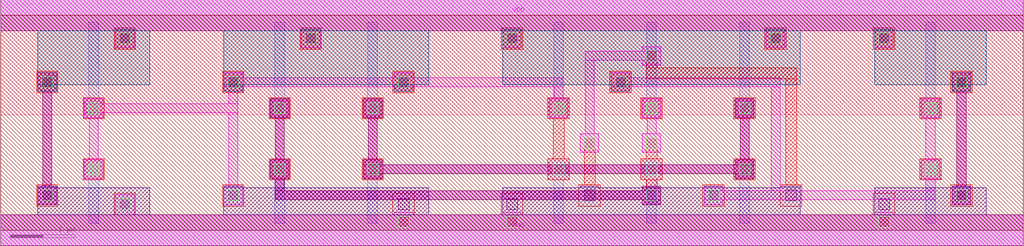
<source format=lef>
# LEF file generated by lefgen from LibreSilicon version 0.1
#

VERSION 5.4 ;
NAMESCASESENSITIVE ON ;
BUSBITCHARS "[]" ;
DIVIDERCHAR "/" ;
UNITS
  DATABASE MICRONS 1000 ;
END UNITS

USEMINSPACING OBS ON ;
USEMINSPACING PIN OFF ;
CLEARANCEMEASURE EUCLIDEAN ;


MANUFACTURINGGRID 0.15 ;

LAYER nwell
  TYPE	MASTERSLICE ;
END nwell

LAYER nactive
  TYPE	MASTERSLICE ;
END nactive

LAYER pactive
  TYPE	MASTERSLICE ;
END pactive

LAYER poly
  TYPE	MASTERSLICE ;
END poly

LAYER cc
  TYPE	CUT ;
  SPACING	0.9 ;
END cc

LAYER metal1
  TYPE		ROUTING ;
  DIRECTION	HORIZONTAL ;
  PITCH		3  ;
  OFFSET	1.5 ;
  WIDTH		0.9 ;
  SPACING	0.9 ;
  RESISTANCE	RPERSQ 0.09 ;
  CAPACITANCE	CPERSQDIST 3.2e-05 ;
END metal1

LAYER via
  TYPE	CUT ;
  SPACING	0.9 ;
END via

LAYER metal2
  TYPE		ROUTING ;
  DIRECTION	VERTICAL ;
  PITCH		2.4  ;
  OFFSET	1.2 ;
  WIDTH		0.9 ;
  SPACING	0.9 ;
  RESISTANCE	RPERSQ 0.09 ;
  CAPACITANCE	CPERSQDIST 1.6e-05 ;
END metal2

LAYER via2
  TYPE	CUT ;
  SPACING	0.9 ;
END via2

LAYER metal3
  TYPE		ROUTING ;
  DIRECTION	HORIZONTAL ;
  PITCH		3  ;
  OFFSET	1.5 ;
  WIDTH		1.5 ;
  SPACING	0.9 ;
  RESISTANCE	RPERSQ 0.05 ;
  CAPACITANCE	CPERSQDIST 1e-05 ;
END metal3

SPACING
  SAMENET cc  via	0.150 ;
  SAMENET via  via2	0.150 ;
END SPACING

VIA M2_M1 DEFAULT
  LAYER metal1 ;
    RECT -0.600 -0.600 0.600 0.600 ;
  LAYER via ;
    RECT -0.300 -0.300 0.300 0.300 ;
  LAYER metal2 ;
    RECT -0.600 -0.600 0.600 0.600 ;
END M2_M1

VIA M3_M2 DEFAULT
  LAYER metal2 ;
    RECT -0.600 -0.600 0.600 0.600 ;
  LAYER via2 ;
    RECT -0.300 -0.300 0.300 0.300 ;
  LAYER metal3 ;
    RECT -0.900 -0.900 0.900 0.900 ;
END M3_M2


VIARULE viagen21 GENERATE
  LAYER metal1 ;
    DIRECTION HORIZONTAL ;
    WIDTH 1.2 TO 120 ;
    OVERHANG 0.3 ;
    METALOVERHANG 0 ;
  LAYER metal2 ;
    DIRECTION VERTICAL ;
    WIDTH 1.2 TO 120 ;
    OVERHANG 0.3 ;
    METALOVERHANG 0 ;
  LAYER via ;
    RECT -0.3 -0.3 0.3 0.3 ;
    SPACING 1.5 BY 1.5 ;
END viagen21

VIARULE viagen32 GENERATE
  LAYER metal3 ;
    DIRECTION HORIZONTAL ;
    WIDTH 1.8 TO 180 ;
    OVERHANG 0.6 ;
    METALOVERHANG 0 ;
  LAYER metal2 ;
    DIRECTION VERTICAL ;
    WIDTH 1.2 TO 120 ;
    OVERHANG 0.6 ;
    METALOVERHANG 0 ;
  LAYER via2 ;
    RECT -0.3 -0.3 0.3 0.3 ;
    SPACING 2.1 BY 2.1 ;
END viagen32

VIARULE TURN1 GENERATE
  LAYER metal1 ;
    DIRECTION HORIZONTAL ;
  LAYER metal1 ;
    DIRECTION VERTICAL ;
END TURN1

VIARULE TURN2 GENERATE
  LAYER metal2 ;
    DIRECTION HORIZONTAL ;
  LAYER metal2 ;
    DIRECTION VERTICAL ;
END TURN2

VIARULE TURN3 GENERATE
  LAYER metal3 ;
    DIRECTION HORIZONTAL ;
  LAYER metal3 ;
    DIRECTION VERTICAL ;
END TURN3

SITE  corner
    CLASS	PAD ;
    SYMMETRY	R90 Y ;
    SIZE	300.000 BY 300.000 ;
END  corner

SITE  IO
    CLASS	PAD ;
    SYMMETRY	Y ;
    SIZE	90.000 BY 300.000 ;
END  IO

SITE  core
    CLASS	CORE ;
    SYMMETRY	Y ;
    SIZE	2.400 BY 30.000 ;
END  core

MACRO AND2X1
 CLASS CORE ;
 FOREIGN AND2X1 0 0 ;
 ORIGIN 0 0 ;
 SYMMETRY X Y R90 ;
 SITE UNIT ;
  PIN VDD
   DIRECTION INOUT ;
   USE SIGNAL ;
   SHAPE ABUTMENT ;
    PORT
     CLASS CORE ;
       LAYER metal2 ;
        RECT 0.00000000 3.09000000 5.76000000 3.57000000 ;
    END
  END VDD

  PIN GND
   DIRECTION INOUT ;
   USE SIGNAL ;
   SHAPE ABUTMENT ;
    PORT
     CLASS CORE ;
       LAYER metal2 ;
        RECT 0.00000000 -0.24000000 5.76000000 0.24000000 ;
    END
  END GND

  PIN Y
   DIRECTION INOUT ;
   USE SIGNAL ;
   SHAPE ABUTMENT ;
    PORT
     CLASS CORE ;
       LAYER metal2 ;
        RECT 4.65500000 0.39500000 4.94500000 0.68500000 ;
        RECT 4.73000000 0.68500000 4.87000000 2.15000000 ;
        RECT 4.65500000 2.15000000 4.94500000 2.44000000 ;
    END
  END Y

  PIN B
   DIRECTION INOUT ;
   USE SIGNAL ;
   SHAPE ABUTMENT ;
    PORT
     CLASS CORE ;
       LAYER metal2 ;
        RECT 2.73500000 0.80000000 3.02500000 1.09000000 ;
        RECT 2.81000000 1.09000000 2.95000000 1.74500000 ;
        RECT 2.73500000 1.74500000 3.02500000 2.03500000 ;
    END
  END B

  PIN A
   DIRECTION INOUT ;
   USE SIGNAL ;
   SHAPE ABUTMENT ;
    PORT
     CLASS CORE ;
       LAYER metal2 ;
        RECT 1.29500000 0.80000000 1.58500000 1.09000000 ;
        RECT 1.37000000 1.09000000 1.51000000 1.74500000 ;
        RECT 1.29500000 1.74500000 1.58500000 2.03500000 ;
    END
  END A

  OBS
   LAYER abutment_box ;
    RECT 0.00000000 0.00000000 5.76000000 3.33000000 ;
  END

  OBS
   LAYER metal1 ;
    RECT 3.19500000 0.24000000 3.52500000 0.57000000 ;
    RECT 0.79500000 0.37500000 1.12500000 0.70500000 ;
    RECT 4.63500000 0.37500000 4.96500000 0.70500000 ;
    RECT 1.27500000 0.78000000 1.60500000 1.11000000 ;
    RECT 2.71500000 0.78000000 3.04500000 1.11000000 ;
    RECT 4.15500000 0.78000000 4.48500000 1.11000000 ;
    RECT 1.27500000 1.72500000 1.60500000 2.05500000 ;
    RECT 2.71500000 1.72500000 3.04500000 2.05500000 ;
    RECT 4.15500000 1.72500000 4.48500000 2.05500000 ;
    RECT 1.75500000 2.13000000 2.08500000 2.46000000 ;
    RECT 4.63500000 2.13000000 4.96500000 2.46000000 ;
    RECT 0.55500000 2.80500000 0.88500000 3.13500000 ;
    RECT 3.19500000 2.80500000 3.52500000 3.13500000 ;
  END

  OBS
   LAYER metal1_label ;

  END

  OBS
   LAYER metal1_pin ;

  END

  OBS
   LAYER metal2 ;
    RECT 0.00000000 -0.24000000 5.76000000 0.24000000 ;
    RECT 3.21500000 0.24000000 3.50500000 0.55000000 ;
    RECT 1.29500000 0.80000000 1.58500000 1.09000000 ;
    RECT 1.37000000 1.09000000 1.51000000 1.74500000 ;
    RECT 1.29500000 1.74500000 1.58500000 2.03500000 ;
    RECT 2.73500000 0.80000000 3.02500000 1.09000000 ;
    RECT 2.81000000 1.09000000 2.95000000 1.74500000 ;
    RECT 2.73500000 1.74500000 3.02500000 2.03500000 ;
    RECT 0.81500000 0.39500000 1.10500000 0.68500000 ;
    RECT 4.17500000 0.80000000 4.46500000 1.09000000 ;
    RECT 4.25000000 1.09000000 4.39000000 1.74500000 ;
    RECT 4.17500000 1.74500000 4.46500000 2.03500000 ;
    RECT 0.89000000 0.68500000 1.03000000 2.22500000 ;
    RECT 1.77500000 2.15000000 2.06500000 2.22500000 ;
    RECT 4.25000000 2.03500000 4.39000000 2.22500000 ;
    RECT 0.89000000 2.22500000 4.39000000 2.36500000 ;
    RECT 1.77500000 2.36500000 2.06500000 2.44000000 ;
    RECT 4.65500000 0.39500000 4.94500000 0.68500000 ;
    RECT 4.73000000 0.68500000 4.87000000 2.15000000 ;
    RECT 4.65500000 2.15000000 4.94500000 2.44000000 ;
    RECT 0.57500000 2.82500000 0.86500000 3.09000000 ;
    RECT 3.21500000 2.82500000 3.50500000 3.09000000 ;
    RECT 0.00000000 3.09000000 5.76000000 3.57000000 ;
  END

  OBS
   LAYER metal2_label ;

  END

  OBS
   LAYER metal2_pin ;
    RECT 0.00000000 -0.24000000 5.76000000 0.24000000 ;
    RECT 1.29500000 0.80000000 1.58500000 1.09000000 ;
    RECT 1.37000000 1.09000000 1.51000000 1.74500000 ;
    RECT 1.29500000 1.74500000 1.58500000 2.03500000 ;
    RECT 2.73500000 0.80000000 3.02500000 1.09000000 ;
    RECT 2.81000000 1.09000000 2.95000000 1.74500000 ;
    RECT 2.73500000 1.74500000 3.02500000 2.03500000 ;
    RECT 4.65500000 0.39500000 4.94500000 0.68500000 ;
    RECT 4.73000000 0.68500000 4.87000000 2.15000000 ;
    RECT 4.65500000 2.15000000 4.94500000 2.44000000 ;
    RECT 0.00000000 3.09000000 5.76000000 3.57000000 ;
  END

  OBS
   LAYER ndiff_contact ;
    RECT 3.27500000 0.32000000 3.44500000 0.49000000 ;
    RECT 0.87500000 0.45500000 1.04500000 0.62500000 ;
    RECT 4.71500000 0.45500000 4.88500000 0.62500000 ;
  END

  OBS
   LAYER ndiffusion ;
    RECT 0.57500000 0.24000000 5.18500000 0.66000000 ;
    RECT 0.81500000 0.66000000 1.10500000 0.68500000 ;
    RECT 4.65500000 0.66000000 4.94500000 0.68500000 ;
  END

  OBS
   LAYER nplus ;

  END

  OBS
   LAYER nwell ;
    RECT 0.00000000 1.79000000 5.76000000 3.33000000 ;
  END

  OBS
   LAYER pdiff_contact ;
    RECT 1.83500000 2.21000000 2.00500000 2.38000000 ;
    RECT 4.71500000 2.21000000 4.88500000 2.38000000 ;
    RECT 0.63500000 2.88500000 0.80500000 3.05500000 ;
    RECT 3.27500000 2.88500000 3.44500000 3.05500000 ;
  END

  OBS
   LAYER pdiffusion ;
    RECT 1.77500000 2.15000000 2.06500000 2.25000000 ;
    RECT 4.65500000 2.15000000 4.94500000 2.25000000 ;
    RECT 0.57500000 2.25000000 5.18500000 3.09000000 ;
    RECT 0.57500000 3.09000000 0.86500000 3.11500000 ;
    RECT 3.21500000 3.09000000 3.50500000 3.11500000 ;
  END

  OBS
   LAYER poly ;
    RECT 1.36500000 0.11000000 1.51500000 0.78000000 ;
    RECT 1.27500000 0.78000000 1.60500000 1.11000000 ;
    RECT 2.80500000 0.11000000 2.95500000 0.78000000 ;
    RECT 2.71500000 0.78000000 3.04500000 1.11000000 ;
    RECT 4.24500000 0.11000000 4.39500000 0.78000000 ;
    RECT 4.15500000 0.78000000 4.48500000 1.11000000 ;
    RECT 1.27500000 1.72500000 1.60500000 2.05500000 ;
    RECT 1.36500000 2.05500000 1.51500000 3.22000000 ;
    RECT 2.71500000 1.72500000 3.04500000 2.05500000 ;
    RECT 2.80500000 2.05500000 2.95500000 3.22000000 ;
    RECT 4.15500000 1.72500000 4.48500000 2.05500000 ;
    RECT 4.24500000 2.05500000 4.39500000 3.22000000 ;
  END

  OBS
   LAYER poly_contact ;
    RECT 1.35500000 0.86000000 1.52500000 1.03000000 ;
    RECT 2.79500000 0.86000000 2.96500000 1.03000000 ;
    RECT 4.23500000 0.86000000 4.40500000 1.03000000 ;
    RECT 1.35500000 1.80500000 1.52500000 1.97500000 ;
    RECT 2.79500000 1.80500000 2.96500000 1.97500000 ;
    RECT 4.23500000 1.80500000 4.40500000 1.97500000 ;
  END

  OBS
   LAYER pplus ;

  END

  OBS
   LAYER via1 ;
    RECT 3.27500000 0.32000000 3.44500000 0.49000000 ;
    RECT 0.87500000 0.45500000 1.04500000 0.62500000 ;
    RECT 4.71500000 0.45500000 4.88500000 0.62500000 ;
    RECT 1.35500000 0.86000000 1.52500000 1.03000000 ;
    RECT 2.79500000 0.86000000 2.96500000 1.03000000 ;
    RECT 4.23500000 0.86000000 4.40500000 1.03000000 ;
    RECT 1.35500000 1.80500000 1.52500000 1.97500000 ;
    RECT 2.79500000 1.80500000 2.96500000 1.97500000 ;
    RECT 4.23500000 1.80500000 4.40500000 1.97500000 ;
    RECT 1.83500000 2.21000000 2.00500000 2.38000000 ;
    RECT 4.71500000 2.21000000 4.88500000 2.38000000 ;
    RECT 0.63500000 2.88500000 0.80500000 3.05500000 ;
    RECT 3.27500000 2.88500000 3.44500000 3.05500000 ;
  END

END AND2X1

MACRO AND2X2
 CLASS CORE ;
 FOREIGN AND2X2 0 0 ;
 ORIGIN 0 0 ;
 SYMMETRY X Y R90 ;
 SITE UNIT ;
  PIN VDD
   DIRECTION INOUT ;
   USE SIGNAL ;
   SHAPE ABUTMENT ;
    PORT
     CLASS CORE ;
       LAYER metal2 ;
        RECT 0.00000000 3.09000000 5.76000000 3.57000000 ;
    END
  END VDD

  PIN GND
   DIRECTION INOUT ;
   USE SIGNAL ;
   SHAPE ABUTMENT ;
    PORT
     CLASS CORE ;
       LAYER metal2 ;
        RECT 0.00000000 -0.24000000 5.76000000 0.24000000 ;
    END
  END GND

  PIN Y
   DIRECTION INOUT ;
   USE SIGNAL ;
   SHAPE ABUTMENT ;
    PORT
     CLASS CORE ;
       LAYER metal2 ;
        RECT 4.65500000 0.39500000 4.94500000 0.68500000 ;
        RECT 4.73000000 0.68500000 4.87000000 2.15000000 ;
        RECT 4.65500000 2.15000000 4.94500000 2.44000000 ;
    END
  END Y

  PIN A
   DIRECTION INOUT ;
   USE SIGNAL ;
   SHAPE ABUTMENT ;
    PORT
     CLASS CORE ;
       LAYER metal2 ;
        RECT 1.29500000 0.80000000 1.58500000 1.09000000 ;
        RECT 1.37000000 1.09000000 1.51000000 1.74500000 ;
        RECT 1.29500000 1.74500000 1.58500000 2.03500000 ;
    END
  END A

  PIN B
   DIRECTION INOUT ;
   USE SIGNAL ;
   SHAPE ABUTMENT ;
    PORT
     CLASS CORE ;
       LAYER metal2 ;
        RECT 2.73500000 0.80000000 3.02500000 1.09000000 ;
        RECT 2.81000000 1.09000000 2.95000000 1.74500000 ;
        RECT 2.73500000 1.74500000 3.02500000 2.03500000 ;
    END
  END B

  OBS
   LAYER abutment_box ;
    RECT 0.00000000 0.00000000 5.76000000 3.33000000 ;
  END

  OBS
   LAYER metal1 ;
    RECT 3.19500000 0.24000000 3.52500000 0.57000000 ;
    RECT 0.79500000 0.37500000 1.12500000 0.70500000 ;
    RECT 4.63500000 0.37500000 4.96500000 0.70500000 ;
    RECT 1.27500000 0.78000000 1.60500000 1.11000000 ;
    RECT 2.71500000 0.78000000 3.04500000 1.11000000 ;
    RECT 4.15500000 0.78000000 4.48500000 1.11000000 ;
    RECT 1.27500000 1.72500000 1.60500000 2.05500000 ;
    RECT 2.71500000 1.72500000 3.04500000 2.05500000 ;
    RECT 4.15500000 1.72500000 4.48500000 2.05500000 ;
    RECT 1.75500000 2.13000000 2.08500000 2.46000000 ;
    RECT 4.63500000 2.13000000 4.96500000 2.46000000 ;
    RECT 0.55500000 2.80500000 0.88500000 3.13500000 ;
    RECT 3.19500000 2.80500000 3.52500000 3.13500000 ;
  END

  OBS
   LAYER metal1_label ;

  END

  OBS
   LAYER metal1_pin ;

  END

  OBS
   LAYER metal2 ;
    RECT 0.00000000 -0.24000000 5.76000000 0.24000000 ;
    RECT 3.21500000 0.24000000 3.50500000 0.55000000 ;
    RECT 1.29500000 0.80000000 1.58500000 1.09000000 ;
    RECT 1.37000000 1.09000000 1.51000000 1.74500000 ;
    RECT 1.29500000 1.74500000 1.58500000 2.03500000 ;
    RECT 2.73500000 0.80000000 3.02500000 1.09000000 ;
    RECT 2.81000000 1.09000000 2.95000000 1.74500000 ;
    RECT 2.73500000 1.74500000 3.02500000 2.03500000 ;
    RECT 0.81500000 0.39500000 1.10500000 0.68500000 ;
    RECT 4.17500000 0.80000000 4.46500000 1.09000000 ;
    RECT 4.25000000 1.09000000 4.39000000 1.74500000 ;
    RECT 4.17500000 1.74500000 4.46500000 2.03500000 ;
    RECT 0.89000000 0.68500000 1.03000000 2.22500000 ;
    RECT 1.77500000 2.15000000 2.06500000 2.22500000 ;
    RECT 4.25000000 2.03500000 4.39000000 2.22500000 ;
    RECT 0.89000000 2.22500000 4.39000000 2.36500000 ;
    RECT 1.77500000 2.36500000 2.06500000 2.44000000 ;
    RECT 4.65500000 0.39500000 4.94500000 0.68500000 ;
    RECT 4.73000000 0.68500000 4.87000000 2.15000000 ;
    RECT 4.65500000 2.15000000 4.94500000 2.44000000 ;
    RECT 0.57500000 2.82500000 0.86500000 3.09000000 ;
    RECT 3.21500000 2.82500000 3.50500000 3.09000000 ;
    RECT 0.00000000 3.09000000 5.76000000 3.57000000 ;
  END

  OBS
   LAYER metal2_label ;

  END

  OBS
   LAYER metal2_pin ;
    RECT 0.00000000 -0.24000000 5.76000000 0.24000000 ;
    RECT 1.29500000 0.80000000 1.58500000 1.09000000 ;
    RECT 1.37000000 1.09000000 1.51000000 1.74500000 ;
    RECT 1.29500000 1.74500000 1.58500000 2.03500000 ;
    RECT 2.73500000 0.80000000 3.02500000 1.09000000 ;
    RECT 2.81000000 1.09000000 2.95000000 1.74500000 ;
    RECT 2.73500000 1.74500000 3.02500000 2.03500000 ;
    RECT 4.65500000 0.39500000 4.94500000 0.68500000 ;
    RECT 4.73000000 0.68500000 4.87000000 2.15000000 ;
    RECT 4.65500000 2.15000000 4.94500000 2.44000000 ;
    RECT 0.00000000 3.09000000 5.76000000 3.57000000 ;
  END

  OBS
   LAYER ndiff_contact ;
    RECT 3.27500000 0.32000000 3.44500000 0.49000000 ;
    RECT 0.87500000 0.45500000 1.04500000 0.62500000 ;
    RECT 4.71500000 0.45500000 4.88500000 0.62500000 ;
  END

  OBS
   LAYER ndiffusion ;
    RECT 0.57500000 0.24000000 5.18500000 0.66000000 ;
    RECT 0.81500000 0.66000000 1.10500000 0.68500000 ;
    RECT 4.65500000 0.66000000 4.94500000 0.68500000 ;
  END

  OBS
   LAYER nplus ;

  END

  OBS
   LAYER nwell ;
    RECT 0.00000000 1.79000000 5.76000000 3.33000000 ;
  END

  OBS
   LAYER pdiff_contact ;
    RECT 1.83500000 2.21000000 2.00500000 2.38000000 ;
    RECT 4.71500000 2.21000000 4.88500000 2.38000000 ;
    RECT 0.63500000 2.88500000 0.80500000 3.05500000 ;
    RECT 3.27500000 2.88500000 3.44500000 3.05500000 ;
  END

  OBS
   LAYER pdiffusion ;
    RECT 1.77500000 2.15000000 2.06500000 2.25000000 ;
    RECT 4.65500000 2.15000000 4.94500000 2.25000000 ;
    RECT 0.57500000 2.25000000 5.18500000 3.09000000 ;
    RECT 0.57500000 3.09000000 0.86500000 3.11500000 ;
    RECT 3.21500000 3.09000000 3.50500000 3.11500000 ;
  END

  OBS
   LAYER poly ;
    RECT 1.36500000 0.11000000 1.51500000 0.78000000 ;
    RECT 1.27500000 0.78000000 1.60500000 1.11000000 ;
    RECT 2.80500000 0.11000000 2.95500000 0.78000000 ;
    RECT 2.71500000 0.78000000 3.04500000 1.11000000 ;
    RECT 4.24500000 0.11000000 4.39500000 0.78000000 ;
    RECT 4.15500000 0.78000000 4.48500000 1.11000000 ;
    RECT 1.27500000 1.72500000 1.60500000 2.05500000 ;
    RECT 1.36500000 2.05500000 1.51500000 3.22000000 ;
    RECT 2.71500000 1.72500000 3.04500000 2.05500000 ;
    RECT 2.80500000 2.05500000 2.95500000 3.22000000 ;
    RECT 4.15500000 1.72500000 4.48500000 2.05500000 ;
    RECT 4.24500000 2.05500000 4.39500000 3.22000000 ;
  END

  OBS
   LAYER poly_contact ;
    RECT 1.35500000 0.86000000 1.52500000 1.03000000 ;
    RECT 2.79500000 0.86000000 2.96500000 1.03000000 ;
    RECT 4.23500000 0.86000000 4.40500000 1.03000000 ;
    RECT 1.35500000 1.80500000 1.52500000 1.97500000 ;
    RECT 2.79500000 1.80500000 2.96500000 1.97500000 ;
    RECT 4.23500000 1.80500000 4.40500000 1.97500000 ;
  END

  OBS
   LAYER pplus ;

  END

  OBS
   LAYER via1 ;
    RECT 3.27500000 0.32000000 3.44500000 0.49000000 ;
    RECT 0.87500000 0.45500000 1.04500000 0.62500000 ;
    RECT 4.71500000 0.45500000 4.88500000 0.62500000 ;
    RECT 1.35500000 0.86000000 1.52500000 1.03000000 ;
    RECT 2.79500000 0.86000000 2.96500000 1.03000000 ;
    RECT 4.23500000 0.86000000 4.40500000 1.03000000 ;
    RECT 1.35500000 1.80500000 1.52500000 1.97500000 ;
    RECT 2.79500000 1.80500000 2.96500000 1.97500000 ;
    RECT 4.23500000 1.80500000 4.40500000 1.97500000 ;
    RECT 1.83500000 2.21000000 2.00500000 2.38000000 ;
    RECT 4.71500000 2.21000000 4.88500000 2.38000000 ;
    RECT 0.63500000 2.88500000 0.80500000 3.05500000 ;
    RECT 3.27500000 2.88500000 3.44500000 3.05500000 ;
  END

END AND2X2

MACRO AOI21X1
 CLASS CORE ;
 FOREIGN AOI21X1 0 0 ;
 ORIGIN 0 0 ;
 SYMMETRY X Y R90 ;
 SITE UNIT ;
  PIN VDD
   DIRECTION INOUT ;
   USE SIGNAL ;
   SHAPE ABUTMENT ;
    PORT
     CLASS CORE ;
       LAYER metal2 ;
        RECT 0.00000000 3.09000000 5.76000000 3.57000000 ;
    END
  END VDD

  PIN GND
   DIRECTION INOUT ;
   USE SIGNAL ;
   SHAPE ABUTMENT ;
    PORT
     CLASS CORE ;
       LAYER metal2 ;
        RECT 0.00000000 -0.24000000 5.76000000 0.24000000 ;
    END
  END GND

  PIN Y
   DIRECTION INOUT ;
   USE SIGNAL ;
   SHAPE ABUTMENT ;
    PORT
     CLASS CORE ;
       LAYER metal2 ;
        RECT 0.57500000 0.39500000 0.86500000 0.47000000 ;
        RECT 4.65500000 0.39500000 4.94500000 0.47000000 ;
        RECT 0.57500000 0.47000000 4.94500000 0.61000000 ;
        RECT 0.57500000 0.61000000 0.86500000 0.68500000 ;
        RECT 4.65500000 0.61000000 4.94500000 0.68500000 ;
        RECT 0.65000000 0.68500000 0.79000000 2.15000000 ;
        RECT 0.57500000 2.15000000 0.86500000 2.44000000 ;
    END
  END Y

  PIN A
   DIRECTION INOUT ;
   USE SIGNAL ;
   SHAPE ABUTMENT ;
    PORT
     CLASS CORE ;
       LAYER metal2 ;
        RECT 2.73500000 0.80000000 3.02500000 1.09000000 ;
        RECT 2.81000000 1.09000000 2.95000000 1.74500000 ;
        RECT 2.73500000 1.74500000 3.02500000 2.03500000 ;
    END
  END A

  PIN C
   DIRECTION INOUT ;
   USE SIGNAL ;
   SHAPE ABUTMENT ;
    PORT
     CLASS CORE ;
       LAYER metal2 ;
        RECT 1.29500000 0.80000000 1.58500000 1.09000000 ;
        RECT 1.37000000 1.09000000 1.51000000 1.74500000 ;
        RECT 1.29500000 1.74500000 1.58500000 2.03500000 ;
    END
  END C

  PIN B
   DIRECTION INOUT ;
   USE SIGNAL ;
   SHAPE ABUTMENT ;
    PORT
     CLASS CORE ;
       LAYER metal2 ;
        RECT 4.17500000 0.80000000 4.46500000 1.09000000 ;
        RECT 4.25000000 1.09000000 4.39000000 1.74500000 ;
        RECT 4.17500000 1.74500000 4.46500000 2.03500000 ;
    END
  END B

  OBS
   LAYER abutment_box ;
    RECT 0.00000000 0.00000000 5.76000000 3.33000000 ;
  END

  OBS
   LAYER metal1 ;
    RECT 1.83500000 0.05000000 2.00500000 0.24000000 ;
    RECT 1.75500000 0.24000000 2.08500000 0.57000000 ;
    RECT 0.55500000 0.37500000 0.88500000 0.70500000 ;
    RECT 4.63500000 0.37500000 4.96500000 0.70500000 ;
    RECT 1.27500000 0.78000000 1.60500000 1.11000000 ;
    RECT 2.71500000 0.78000000 3.04500000 1.11000000 ;
    RECT 4.15500000 0.78000000 4.48500000 1.11000000 ;
    RECT 1.27500000 1.72500000 1.60500000 2.05500000 ;
    RECT 2.71500000 1.72500000 3.04500000 2.05500000 ;
    RECT 4.15500000 1.72500000 4.48500000 2.05500000 ;
    RECT 0.55500000 2.13000000 0.88500000 2.46000000 ;
    RECT 2.23500000 2.13000000 2.56500000 2.46000000 ;
    RECT 4.63500000 2.13000000 4.96500000 2.46000000 ;
    RECT 3.19500000 2.80500000 3.52500000 3.13500000 ;
  END

  OBS
   LAYER metal1_label ;

  END

  OBS
   LAYER metal1_pin ;

  END

  OBS
   LAYER metal2 ;
    RECT 0.00000000 -0.24000000 5.76000000 0.24000000 ;
    RECT 1.77500000 0.24000000 2.06500000 0.28000000 ;
    RECT 1.29500000 0.80000000 1.58500000 1.09000000 ;
    RECT 1.37000000 1.09000000 1.51000000 1.74500000 ;
    RECT 1.29500000 1.74500000 1.58500000 2.03500000 ;
    RECT 2.73500000 0.80000000 3.02500000 1.09000000 ;
    RECT 2.81000000 1.09000000 2.95000000 1.74500000 ;
    RECT 2.73500000 1.74500000 3.02500000 2.03500000 ;
    RECT 4.17500000 0.80000000 4.46500000 1.09000000 ;
    RECT 4.25000000 1.09000000 4.39000000 1.74500000 ;
    RECT 4.17500000 1.74500000 4.46500000 2.03500000 ;
    RECT 0.57500000 0.39500000 0.86500000 0.47000000 ;
    RECT 4.65500000 0.39500000 4.94500000 0.47000000 ;
    RECT 0.57500000 0.47000000 4.94500000 0.61000000 ;
    RECT 0.57500000 0.61000000 0.86500000 0.68500000 ;
    RECT 4.65500000 0.61000000 4.94500000 0.68500000 ;
    RECT 0.65000000 0.68500000 0.79000000 2.15000000 ;
    RECT 0.57500000 2.15000000 0.86500000 2.44000000 ;
    RECT 2.25500000 2.15000000 2.54500000 2.22500000 ;
    RECT 4.65500000 2.15000000 4.94500000 2.22500000 ;
    RECT 2.25500000 2.22500000 4.94500000 2.36500000 ;
    RECT 2.25500000 2.36500000 2.54500000 2.44000000 ;
    RECT 4.65500000 2.36500000 4.94500000 2.44000000 ;
    RECT 3.21500000 2.82500000 3.50500000 3.09000000 ;
    RECT 0.00000000 3.09000000 5.76000000 3.57000000 ;
  END

  OBS
   LAYER metal2_label ;

  END

  OBS
   LAYER metal2_pin ;
    RECT 0.00000000 -0.24000000 5.76000000 0.24000000 ;
    RECT 1.29500000 0.80000000 1.58500000 1.09000000 ;
    RECT 1.37000000 1.09000000 1.51000000 1.74500000 ;
    RECT 1.29500000 1.74500000 1.58500000 2.03500000 ;
    RECT 2.73500000 0.80000000 3.02500000 1.09000000 ;
    RECT 2.81000000 1.09000000 2.95000000 1.74500000 ;
    RECT 2.73500000 1.74500000 3.02500000 2.03500000 ;
    RECT 4.17500000 0.80000000 4.46500000 1.09000000 ;
    RECT 4.25000000 1.09000000 4.39000000 1.74500000 ;
    RECT 4.17500000 1.74500000 4.46500000 2.03500000 ;
    RECT 0.57500000 0.39500000 0.86500000 0.47000000 ;
    RECT 4.65500000 0.39500000 4.94500000 0.47000000 ;
    RECT 0.57500000 0.47000000 4.94500000 0.61000000 ;
    RECT 0.57500000 0.61000000 0.86500000 0.68500000 ;
    RECT 4.65500000 0.61000000 4.94500000 0.68500000 ;
    RECT 0.65000000 0.68500000 0.79000000 2.15000000 ;
    RECT 0.57500000 2.15000000 0.86500000 2.44000000 ;
    RECT 0.00000000 3.09000000 5.76000000 3.57000000 ;
  END

  OBS
   LAYER ndiff_contact ;
    RECT 1.83500000 0.32000000 2.00500000 0.49000000 ;
    RECT 0.63500000 0.45500000 0.80500000 0.62500000 ;
    RECT 4.71500000 0.45500000 4.88500000 0.62500000 ;
  END

  OBS
   LAYER ndiffusion ;
    RECT 0.57500000 0.24000000 5.18500000 0.66000000 ;
    RECT 0.57500000 0.66000000 0.86500000 0.68500000 ;
    RECT 4.65500000 0.66000000 4.94500000 0.68500000 ;
  END

  OBS
   LAYER nplus ;

  END

  OBS
   LAYER nwell ;
    RECT 0.00000000 1.79000000 5.76000000 3.33000000 ;
  END

  OBS
   LAYER pdiff_contact ;
    RECT 0.63500000 2.21000000 0.80500000 2.38000000 ;
    RECT 2.31500000 2.21000000 2.48500000 2.38000000 ;
    RECT 4.71500000 2.21000000 4.88500000 2.38000000 ;
    RECT 3.27500000 2.88500000 3.44500000 3.05500000 ;
  END

  OBS
   LAYER pdiffusion ;
    RECT 0.57500000 2.15000000 0.86500000 2.25000000 ;
    RECT 2.25500000 2.15000000 2.54500000 2.25000000 ;
    RECT 4.65500000 2.15000000 4.94500000 2.25000000 ;
    RECT 0.57500000 2.25000000 5.18500000 3.09000000 ;
    RECT 3.21500000 3.09000000 3.50500000 3.11500000 ;
  END

  OBS
   LAYER poly ;
    RECT 1.36500000 0.11000000 1.51500000 0.78000000 ;
    RECT 1.27500000 0.78000000 1.60500000 1.11000000 ;
    RECT 2.80500000 0.11000000 2.95500000 0.78000000 ;
    RECT 2.71500000 0.78000000 3.04500000 1.11000000 ;
    RECT 4.24500000 0.11000000 4.39500000 0.78000000 ;
    RECT 4.15500000 0.78000000 4.48500000 1.11000000 ;
    RECT 1.27500000 1.72500000 1.60500000 2.05500000 ;
    RECT 1.36500000 2.05500000 1.51500000 3.22000000 ;
    RECT 2.71500000 1.72500000 3.04500000 2.05500000 ;
    RECT 2.80500000 2.05500000 2.95500000 3.22000000 ;
    RECT 4.15500000 1.72500000 4.48500000 2.05500000 ;
    RECT 4.24500000 2.05500000 4.39500000 3.22000000 ;
  END

  OBS
   LAYER poly_contact ;
    RECT 1.35500000 0.86000000 1.52500000 1.03000000 ;
    RECT 2.79500000 0.86000000 2.96500000 1.03000000 ;
    RECT 4.23500000 0.86000000 4.40500000 1.03000000 ;
    RECT 1.35500000 1.80500000 1.52500000 1.97500000 ;
    RECT 2.79500000 1.80500000 2.96500000 1.97500000 ;
    RECT 4.23500000 1.80500000 4.40500000 1.97500000 ;
  END

  OBS
   LAYER pplus ;

  END

  OBS
   LAYER via1 ;
    RECT 1.83500000 0.05000000 2.00500000 0.22000000 ;
    RECT 0.63500000 0.45500000 0.80500000 0.62500000 ;
    RECT 4.71500000 0.45500000 4.88500000 0.62500000 ;
    RECT 1.35500000 0.86000000 1.52500000 1.03000000 ;
    RECT 2.79500000 0.86000000 2.96500000 1.03000000 ;
    RECT 4.23500000 0.86000000 4.40500000 1.03000000 ;
    RECT 1.35500000 1.80500000 1.52500000 1.97500000 ;
    RECT 2.79500000 1.80500000 2.96500000 1.97500000 ;
    RECT 4.23500000 1.80500000 4.40500000 1.97500000 ;
    RECT 0.63500000 2.21000000 0.80500000 2.38000000 ;
    RECT 2.31500000 2.21000000 2.48500000 2.38000000 ;
    RECT 4.71500000 2.21000000 4.88500000 2.38000000 ;
    RECT 3.27500000 2.88500000 3.44500000 3.05500000 ;
  END

END AOI21X1

MACRO AOI22X1
 CLASS CORE ;
 FOREIGN AOI22X1 0 0 ;
 ORIGIN 0 0 ;
 SYMMETRY X Y R90 ;
 SITE UNIT ;
  PIN VDD
   DIRECTION INOUT ;
   USE SIGNAL ;
   SHAPE ABUTMENT ;
    PORT
     CLASS CORE ;
       LAYER metal2 ;
        RECT 0.00000000 3.09000000 7.20000000 3.57000000 ;
    END
  END VDD

  PIN GND
   DIRECTION INOUT ;
   USE SIGNAL ;
   SHAPE ABUTMENT ;
    PORT
     CLASS CORE ;
       LAYER metal2 ;
        RECT 0.00000000 -0.24000000 7.20000000 0.24000000 ;
    END
  END GND

  PIN Y
   DIRECTION INOUT ;
   USE SIGNAL ;
   SHAPE ABUTMENT ;
    PORT
     CLASS CORE ;
       LAYER metal2 ;
        RECT 0.81500000 0.39500000 1.10500000 0.47000000 ;
        RECT 6.09500000 0.39500000 6.38500000 0.47000000 ;
        RECT 0.81500000 0.47000000 6.38500000 0.61000000 ;
        RECT 0.81500000 0.61000000 1.10500000 0.68500000 ;
        RECT 6.09500000 0.61000000 6.38500000 0.68500000 ;
        RECT 4.73000000 0.61000000 4.87000000 2.15000000 ;
        RECT 4.65500000 2.15000000 4.94500000 2.44000000 ;
    END
  END Y

  PIN B
   DIRECTION INOUT ;
   USE SIGNAL ;
   SHAPE ABUTMENT ;
    PORT
     CLASS CORE ;
       LAYER metal2 ;
        RECT 1.29500000 0.80000000 1.58500000 1.09000000 ;
        RECT 1.37000000 1.09000000 1.51000000 1.74500000 ;
        RECT 1.29500000 1.74500000 1.58500000 2.03500000 ;
    END
  END B

  PIN D
   DIRECTION INOUT ;
   USE SIGNAL ;
   SHAPE ABUTMENT ;
    PORT
     CLASS CORE ;
       LAYER metal2 ;
        RECT 5.61500000 0.80000000 5.90500000 1.09000000 ;
        RECT 5.69000000 1.09000000 5.83000000 1.74500000 ;
        RECT 5.61500000 1.74500000 5.90500000 2.03500000 ;
    END
  END D

  PIN A
   DIRECTION INOUT ;
   USE SIGNAL ;
   SHAPE ABUTMENT ;
    PORT
     CLASS CORE ;
       LAYER metal2 ;
        RECT 2.73500000 0.80000000 3.02500000 1.09000000 ;
        RECT 2.81000000 1.09000000 2.95000000 1.74500000 ;
        RECT 2.73500000 1.74500000 3.02500000 2.03500000 ;
    END
  END A

  PIN C
   DIRECTION INOUT ;
   USE SIGNAL ;
   SHAPE ABUTMENT ;
    PORT
     CLASS CORE ;
       LAYER metal2 ;
        RECT 4.17500000 0.80000000 4.46500000 1.09000000 ;
        RECT 4.25000000 1.09000000 4.39000000 1.74500000 ;
        RECT 4.17500000 1.74500000 4.46500000 2.03500000 ;
    END
  END C

  OBS
   LAYER abutment_box ;
    RECT 0.00000000 0.00000000 7.20000000 3.33000000 ;
  END

  OBS
   LAYER metal1 ;
    RECT 3.27500000 0.05000000 3.44500000 0.24000000 ;
    RECT 3.19500000 0.24000000 3.52500000 0.57000000 ;
    RECT 0.79500000 0.37500000 1.12500000 0.70500000 ;
    RECT 6.07500000 0.37500000 6.40500000 0.70500000 ;
    RECT 1.27500000 0.78000000 1.60500000 1.11000000 ;
    RECT 2.71500000 0.78000000 3.04500000 1.11000000 ;
    RECT 4.15500000 0.78000000 4.48500000 1.11000000 ;
    RECT 5.59500000 0.78000000 5.92500000 1.11000000 ;
    RECT 1.27500000 1.72500000 1.60500000 2.05500000 ;
    RECT 2.71500000 1.72500000 3.04500000 2.05500000 ;
    RECT 4.15500000 1.72500000 4.48500000 2.05500000 ;
    RECT 5.59500000 1.72500000 5.92500000 2.05500000 ;
    RECT 0.79500000 2.13000000 1.12500000 2.46000000 ;
    RECT 3.19500000 2.13000000 3.52500000 2.46000000 ;
    RECT 4.63500000 2.13000000 4.96500000 2.46000000 ;
    RECT 3.67500000 2.53500000 4.00500000 2.86500000 ;
    RECT 6.07500000 2.53500000 6.40500000 2.86500000 ;
    RECT 1.75500000 2.80500000 2.08500000 3.13500000 ;
  END

  OBS
   LAYER metal1_label ;

  END

  OBS
   LAYER metal1_pin ;

  END

  OBS
   LAYER metal2 ;
    RECT 0.00000000 -0.24000000 7.20000000 0.24000000 ;
    RECT 3.21500000 0.24000000 3.50500000 0.28000000 ;
    RECT 1.29500000 0.80000000 1.58500000 1.09000000 ;
    RECT 1.37000000 1.09000000 1.51000000 1.74500000 ;
    RECT 1.29500000 1.74500000 1.58500000 2.03500000 ;
    RECT 2.73500000 0.80000000 3.02500000 1.09000000 ;
    RECT 2.81000000 1.09000000 2.95000000 1.74500000 ;
    RECT 2.73500000 1.74500000 3.02500000 2.03500000 ;
    RECT 4.17500000 0.80000000 4.46500000 1.09000000 ;
    RECT 4.25000000 1.09000000 4.39000000 1.74500000 ;
    RECT 4.17500000 1.74500000 4.46500000 2.03500000 ;
    RECT 5.61500000 0.80000000 5.90500000 1.09000000 ;
    RECT 5.69000000 1.09000000 5.83000000 1.74500000 ;
    RECT 5.61500000 1.74500000 5.90500000 2.03500000 ;
    RECT 0.81500000 2.15000000 1.10500000 2.22500000 ;
    RECT 3.21500000 2.15000000 3.50500000 2.22500000 ;
    RECT 0.81500000 2.22500000 3.50500000 2.36500000 ;
    RECT 0.81500000 2.36500000 1.10500000 2.44000000 ;
    RECT 3.21500000 2.36500000 3.50500000 2.44000000 ;
    RECT 0.81500000 0.39500000 1.10500000 0.47000000 ;
    RECT 6.09500000 0.39500000 6.38500000 0.47000000 ;
    RECT 0.81500000 0.47000000 6.38500000 0.61000000 ;
    RECT 0.81500000 0.61000000 1.10500000 0.68500000 ;
    RECT 6.09500000 0.61000000 6.38500000 0.68500000 ;
    RECT 4.73000000 0.61000000 4.87000000 2.15000000 ;
    RECT 4.65500000 2.15000000 4.94500000 2.44000000 ;
    RECT 3.69500000 2.55500000 3.98500000 2.63000000 ;
    RECT 6.09500000 2.55500000 6.38500000 2.63000000 ;
    RECT 3.69500000 2.63000000 6.38500000 2.77000000 ;
    RECT 3.69500000 2.77000000 3.98500000 2.84500000 ;
    RECT 6.09500000 2.77000000 6.38500000 2.84500000 ;
    RECT 1.77500000 2.82500000 2.06500000 3.09000000 ;
    RECT 0.00000000 3.09000000 7.20000000 3.57000000 ;
  END

  OBS
   LAYER metal2_label ;

  END

  OBS
   LAYER metal2_pin ;
    RECT 0.00000000 -0.24000000 7.20000000 0.24000000 ;
    RECT 1.29500000 0.80000000 1.58500000 1.09000000 ;
    RECT 1.37000000 1.09000000 1.51000000 1.74500000 ;
    RECT 1.29500000 1.74500000 1.58500000 2.03500000 ;
    RECT 2.73500000 0.80000000 3.02500000 1.09000000 ;
    RECT 2.81000000 1.09000000 2.95000000 1.74500000 ;
    RECT 2.73500000 1.74500000 3.02500000 2.03500000 ;
    RECT 4.17500000 0.80000000 4.46500000 1.09000000 ;
    RECT 4.25000000 1.09000000 4.39000000 1.74500000 ;
    RECT 4.17500000 1.74500000 4.46500000 2.03500000 ;
    RECT 5.61500000 0.80000000 5.90500000 1.09000000 ;
    RECT 5.69000000 1.09000000 5.83000000 1.74500000 ;
    RECT 5.61500000 1.74500000 5.90500000 2.03500000 ;
    RECT 0.81500000 0.39500000 1.10500000 0.47000000 ;
    RECT 6.09500000 0.39500000 6.38500000 0.47000000 ;
    RECT 0.81500000 0.47000000 6.38500000 0.61000000 ;
    RECT 0.81500000 0.61000000 1.10500000 0.68500000 ;
    RECT 6.09500000 0.61000000 6.38500000 0.68500000 ;
    RECT 4.73000000 0.61000000 4.87000000 2.15000000 ;
    RECT 4.65500000 2.15000000 4.94500000 2.44000000 ;
    RECT 0.00000000 3.09000000 7.20000000 3.57000000 ;
  END

  OBS
   LAYER ndiff_contact ;
    RECT 3.27500000 0.32000000 3.44500000 0.49000000 ;
    RECT 0.87500000 0.45500000 1.04500000 0.62500000 ;
    RECT 6.15500000 0.45500000 6.32500000 0.62500000 ;
  END

  OBS
   LAYER ndiffusion ;
    RECT 0.57500000 0.24000000 6.62500000 0.66000000 ;
    RECT 0.81500000 0.66000000 1.10500000 0.68500000 ;
    RECT 6.09500000 0.66000000 6.38500000 0.68500000 ;
  END

  OBS
   LAYER nplus ;

  END

  OBS
   LAYER nwell ;
    RECT 0.00000000 1.79000000 7.20000000 3.33000000 ;
  END

  OBS
   LAYER pdiff_contact ;
    RECT 0.87500000 2.21000000 1.04500000 2.38000000 ;
    RECT 3.27500000 2.21000000 3.44500000 2.38000000 ;
    RECT 4.71500000 2.21000000 4.88500000 2.38000000 ;
    RECT 3.75500000 2.61500000 3.92500000 2.78500000 ;
    RECT 6.15500000 2.61500000 6.32500000 2.78500000 ;
    RECT 1.83500000 2.88500000 2.00500000 3.05500000 ;
  END

  OBS
   LAYER pdiffusion ;
    RECT 0.81500000 2.15000000 1.10500000 2.25000000 ;
    RECT 3.21500000 2.15000000 3.50500000 2.25000000 ;
    RECT 4.65500000 2.15000000 4.94500000 2.25000000 ;
    RECT 0.57500000 2.25000000 6.62500000 3.09000000 ;
    RECT 1.77500000 3.09000000 2.06500000 3.11500000 ;
  END

  OBS
   LAYER poly ;
    RECT 1.36500000 0.11000000 1.51500000 0.78000000 ;
    RECT 1.27500000 0.78000000 1.60500000 1.11000000 ;
    RECT 2.80500000 0.11000000 2.95500000 0.78000000 ;
    RECT 2.71500000 0.78000000 3.04500000 1.11000000 ;
    RECT 4.24500000 0.11000000 4.39500000 0.78000000 ;
    RECT 4.15500000 0.78000000 4.48500000 1.11000000 ;
    RECT 5.68500000 0.11000000 5.83500000 0.78000000 ;
    RECT 5.59500000 0.78000000 5.92500000 1.11000000 ;
    RECT 1.27500000 1.72500000 1.60500000 2.05500000 ;
    RECT 1.36500000 2.05500000 1.51500000 3.22000000 ;
    RECT 2.71500000 1.72500000 3.04500000 2.05500000 ;
    RECT 2.80500000 2.05500000 2.95500000 3.22000000 ;
    RECT 4.15500000 1.72500000 4.48500000 2.05500000 ;
    RECT 4.24500000 2.05500000 4.39500000 3.22000000 ;
    RECT 5.59500000 1.72500000 5.92500000 2.05500000 ;
    RECT 5.68500000 2.05500000 5.83500000 3.22000000 ;
  END

  OBS
   LAYER poly_contact ;
    RECT 1.35500000 0.86000000 1.52500000 1.03000000 ;
    RECT 2.79500000 0.86000000 2.96500000 1.03000000 ;
    RECT 4.23500000 0.86000000 4.40500000 1.03000000 ;
    RECT 5.67500000 0.86000000 5.84500000 1.03000000 ;
    RECT 1.35500000 1.80500000 1.52500000 1.97500000 ;
    RECT 2.79500000 1.80500000 2.96500000 1.97500000 ;
    RECT 4.23500000 1.80500000 4.40500000 1.97500000 ;
    RECT 5.67500000 1.80500000 5.84500000 1.97500000 ;
  END

  OBS
   LAYER pplus ;

  END

  OBS
   LAYER via1 ;
    RECT 3.27500000 0.05000000 3.44500000 0.22000000 ;
    RECT 0.87500000 0.45500000 1.04500000 0.62500000 ;
    RECT 6.15500000 0.45500000 6.32500000 0.62500000 ;
    RECT 1.35500000 0.86000000 1.52500000 1.03000000 ;
    RECT 2.79500000 0.86000000 2.96500000 1.03000000 ;
    RECT 4.23500000 0.86000000 4.40500000 1.03000000 ;
    RECT 5.67500000 0.86000000 5.84500000 1.03000000 ;
    RECT 1.35500000 1.80500000 1.52500000 1.97500000 ;
    RECT 2.79500000 1.80500000 2.96500000 1.97500000 ;
    RECT 4.23500000 1.80500000 4.40500000 1.97500000 ;
    RECT 5.67500000 1.80500000 5.84500000 1.97500000 ;
    RECT 0.87500000 2.21000000 1.04500000 2.38000000 ;
    RECT 3.27500000 2.21000000 3.44500000 2.38000000 ;
    RECT 4.71500000 2.21000000 4.88500000 2.38000000 ;
    RECT 3.75500000 2.61500000 3.92500000 2.78500000 ;
    RECT 6.15500000 2.61500000 6.32500000 2.78500000 ;
    RECT 1.83500000 2.88500000 2.00500000 3.05500000 ;
  END

END AOI22X1

MACRO BUFX2
 CLASS CORE ;
 FOREIGN BUFX2 0 0 ;
 ORIGIN 0 0 ;
 SYMMETRY X Y R90 ;
 SITE UNIT ;
  PIN VDD
   DIRECTION INOUT ;
   USE SIGNAL ;
   SHAPE ABUTMENT ;
    PORT
     CLASS CORE ;
       LAYER metal2 ;
        RECT 0.00000000 3.09000000 4.32000000 3.57000000 ;
    END
  END VDD

  PIN GND
   DIRECTION INOUT ;
   USE SIGNAL ;
   SHAPE ABUTMENT ;
    PORT
     CLASS CORE ;
       LAYER metal2 ;
        RECT 0.00000000 -0.24000000 4.32000000 0.24000000 ;
    END
  END GND

  PIN Y
   DIRECTION INOUT ;
   USE SIGNAL ;
   SHAPE ABUTMENT ;
    PORT
     CLASS CORE ;
       LAYER metal2 ;
        RECT 3.21500000 0.39500000 3.50500000 0.68500000 ;
        RECT 3.29000000 0.68500000 3.43000000 2.15000000 ;
        RECT 3.21500000 2.15000000 3.50500000 2.44000000 ;
    END
  END Y

  PIN A
   DIRECTION INOUT ;
   USE SIGNAL ;
   SHAPE ABUTMENT ;
    PORT
     CLASS CORE ;
       LAYER metal2 ;
        RECT 1.29500000 1.20500000 1.58500000 1.49500000 ;
        RECT 1.37000000 1.49500000 1.51000000 1.74500000 ;
        RECT 1.29500000 1.74500000 1.58500000 2.03500000 ;
    END
  END A

  OBS
   LAYER abutment_box ;
    RECT 0.00000000 0.00000000 4.32000000 3.33000000 ;
  END

  OBS
   LAYER metal1 ;
    RECT 1.75500000 0.24000000 2.08500000 0.57000000 ;
    RECT 0.55500000 0.37500000 0.88500000 0.70500000 ;
    RECT 3.19500000 0.37500000 3.52500000 0.70500000 ;
    RECT 2.71500000 0.78000000 3.04500000 1.11000000 ;
    RECT 1.27500000 0.78000000 1.60500000 1.11000000 ;
    RECT 1.35500000 1.11000000 1.52500000 1.43500000 ;
    RECT 1.27500000 1.72500000 1.60500000 2.05500000 ;
    RECT 2.71500000 1.72500000 3.04500000 2.05500000 ;
    RECT 0.55500000 2.13000000 0.88500000 2.46000000 ;
    RECT 3.19500000 2.13000000 3.52500000 2.46000000 ;
    RECT 1.75500000 2.80500000 2.08500000 3.13500000 ;
  END

  OBS
   LAYER metal1_label ;

  END

  OBS
   LAYER metal1_pin ;

  END

  OBS
   LAYER metal2 ;
    RECT 0.00000000 -0.24000000 4.32000000 0.24000000 ;
    RECT 1.77500000 0.24000000 2.06500000 0.55000000 ;
    RECT 1.29500000 1.20500000 1.58500000 1.49500000 ;
    RECT 1.37000000 1.49500000 1.51000000 1.74500000 ;
    RECT 1.29500000 1.74500000 1.58500000 2.03500000 ;
    RECT 0.57500000 0.39500000 0.86500000 0.68500000 ;
    RECT 0.65000000 0.68500000 0.79000000 0.87500000 ;
    RECT 2.73500000 0.80000000 3.02500000 0.87500000 ;
    RECT 0.65000000 0.87500000 3.02500000 1.01500000 ;
    RECT 2.73500000 1.01500000 3.02500000 1.09000000 ;
    RECT 2.81000000 1.09000000 2.95000000 1.74500000 ;
    RECT 2.73500000 1.74500000 3.02500000 2.03500000 ;
    RECT 0.65000000 1.01500000 0.79000000 2.15000000 ;
    RECT 0.57500000 2.15000000 0.86500000 2.44000000 ;
    RECT 3.21500000 0.39500000 3.50500000 0.68500000 ;
    RECT 3.29000000 0.68500000 3.43000000 2.15000000 ;
    RECT 3.21500000 2.15000000 3.50500000 2.44000000 ;
    RECT 1.77500000 2.82500000 2.06500000 3.09000000 ;
    RECT 0.00000000 3.09000000 4.32000000 3.57000000 ;
  END

  OBS
   LAYER metal2_label ;

  END

  OBS
   LAYER metal2_pin ;
    RECT 0.00000000 -0.24000000 4.32000000 0.24000000 ;
    RECT 1.29500000 1.20500000 1.58500000 1.49500000 ;
    RECT 1.37000000 1.49500000 1.51000000 1.74500000 ;
    RECT 1.29500000 1.74500000 1.58500000 2.03500000 ;
    RECT 3.21500000 0.39500000 3.50500000 0.68500000 ;
    RECT 3.29000000 0.68500000 3.43000000 2.15000000 ;
    RECT 3.21500000 2.15000000 3.50500000 2.44000000 ;
    RECT 0.00000000 3.09000000 4.32000000 3.57000000 ;
  END

  OBS
   LAYER ndiff_contact ;
    RECT 1.83500000 0.32000000 2.00500000 0.49000000 ;
    RECT 0.63500000 0.45500000 0.80500000 0.62500000 ;
    RECT 3.27500000 0.45500000 3.44500000 0.62500000 ;
  END

  OBS
   LAYER ndiffusion ;
    RECT 0.57500000 0.24000000 3.74500000 0.66000000 ;
    RECT 0.57500000 0.66000000 0.86500000 0.68500000 ;
    RECT 3.21500000 0.66000000 3.50500000 0.68500000 ;
  END

  OBS
   LAYER nplus ;

  END

  OBS
   LAYER nwell ;
    RECT 0.00000000 1.79000000 4.32000000 3.33000000 ;
  END

  OBS
   LAYER pdiff_contact ;
    RECT 0.63500000 2.21000000 0.80500000 2.38000000 ;
    RECT 3.27500000 2.21000000 3.44500000 2.38000000 ;
    RECT 1.83500000 2.88500000 2.00500000 3.05500000 ;
  END

  OBS
   LAYER pdiffusion ;
    RECT 0.57500000 2.15000000 0.86500000 2.25000000 ;
    RECT 3.21500000 2.15000000 3.50500000 2.25000000 ;
    RECT 0.57500000 2.25000000 3.74500000 3.09000000 ;
    RECT 1.77500000 3.09000000 2.06500000 3.11500000 ;
  END

  OBS
   LAYER poly ;
    RECT 1.36500000 0.11000000 1.51500000 0.78000000 ;
    RECT 1.27500000 0.78000000 1.60500000 1.11000000 ;
    RECT 2.80500000 0.11000000 2.95500000 0.78000000 ;
    RECT 2.71500000 0.78000000 3.04500000 1.11000000 ;
    RECT 1.27500000 1.72500000 1.60500000 2.05500000 ;
    RECT 1.36500000 2.05500000 1.51500000 3.22000000 ;
    RECT 2.71500000 1.72500000 3.04500000 2.05500000 ;
    RECT 2.80500000 2.05500000 2.95500000 3.22000000 ;
  END

  OBS
   LAYER poly_contact ;
    RECT 1.35500000 0.86000000 1.52500000 1.03000000 ;
    RECT 2.79500000 0.86000000 2.96500000 1.03000000 ;
    RECT 1.35500000 1.80500000 1.52500000 1.97500000 ;
    RECT 2.79500000 1.80500000 2.96500000 1.97500000 ;
  END

  OBS
   LAYER pplus ;

  END

  OBS
   LAYER via1 ;
    RECT 1.83500000 0.32000000 2.00500000 0.49000000 ;
    RECT 0.63500000 0.45500000 0.80500000 0.62500000 ;
    RECT 3.27500000 0.45500000 3.44500000 0.62500000 ;
    RECT 2.79500000 0.86000000 2.96500000 1.03000000 ;
    RECT 1.35500000 1.26500000 1.52500000 1.43500000 ;
    RECT 1.35500000 1.80500000 1.52500000 1.97500000 ;
    RECT 2.79500000 1.80500000 2.96500000 1.97500000 ;
    RECT 0.63500000 2.21000000 0.80500000 2.38000000 ;
    RECT 3.27500000 2.21000000 3.44500000 2.38000000 ;
    RECT 1.83500000 2.88500000 2.00500000 3.05500000 ;
  END

END BUFX2

MACRO BUFX4
 CLASS CORE ;
 FOREIGN BUFX4 0 0 ;
 ORIGIN 0 0 ;
 SYMMETRY X Y R90 ;
 SITE UNIT ;
  PIN VDD
   DIRECTION INOUT ;
   USE SIGNAL ;
   SHAPE ABUTMENT ;
    PORT
     CLASS CORE ;
       LAYER metal2 ;
        RECT 0.00000000 3.09000000 5.76000000 3.57000000 ;
    END
  END VDD

  PIN GND
   DIRECTION INOUT ;
   USE SIGNAL ;
   SHAPE ABUTMENT ;
    PORT
     CLASS CORE ;
       LAYER metal2 ;
        RECT 0.00000000 -0.24000000 5.76000000 0.24000000 ;
    END
  END GND

  PIN Y
   DIRECTION INOUT ;
   USE SIGNAL ;
   SHAPE ABUTMENT ;
    PORT
     CLASS CORE ;
       LAYER metal2 ;
        RECT 3.69500000 0.39500000 3.98500000 0.47000000 ;
        RECT 3.69500000 0.47000000 4.87000000 0.61000000 ;
        RECT 3.69500000 0.61000000 3.98500000 0.68500000 ;
        RECT 3.69500000 2.15000000 3.98500000 2.22500000 ;
        RECT 4.73000000 0.61000000 4.87000000 2.22500000 ;
        RECT 3.69500000 2.22500000 4.87000000 2.36500000 ;
        RECT 3.69500000 2.36500000 3.98500000 2.44000000 ;
    END
  END Y

  PIN A
   DIRECTION INOUT ;
   USE SIGNAL ;
   SHAPE ABUTMENT ;
    PORT
     CLASS CORE ;
       LAYER metal2 ;
        RECT 1.29500000 0.80000000 1.58500000 1.09000000 ;
    END
  END A

  OBS
   LAYER abutment_box ;
    RECT 0.00000000 0.00000000 5.76000000 3.33000000 ;
  END

  OBS
   LAYER metal1 ;
    RECT 1.75500000 0.24000000 2.08500000 0.57000000 ;
    RECT 4.87500000 0.24000000 5.20500000 0.57000000 ;
    RECT 0.55500000 0.37500000 0.88500000 0.70500000 ;
    RECT 3.67500000 0.37500000 4.00500000 0.70500000 ;
    RECT 2.71500000 0.78000000 3.04500000 1.11000000 ;
    RECT 4.15500000 0.78000000 4.48500000 1.11000000 ;
    RECT 1.27500000 0.78000000 1.60500000 1.11000000 ;
    RECT 1.35500000 1.11000000 1.52500000 1.72500000 ;
    RECT 1.27500000 1.72500000 1.60500000 2.05500000 ;
    RECT 2.71500000 1.72500000 3.04500000 2.05500000 ;
    RECT 4.15500000 1.72500000 4.48500000 2.05500000 ;
    RECT 0.55500000 2.13000000 0.88500000 2.46000000 ;
    RECT 3.67500000 2.13000000 4.00500000 2.46000000 ;
    RECT 1.75500000 2.80500000 2.08500000 3.13500000 ;
    RECT 4.63500000 2.80500000 4.96500000 3.13500000 ;
  END

  OBS
   LAYER metal1_label ;

  END

  OBS
   LAYER metal1_pin ;

  END

  OBS
   LAYER metal2 ;
    RECT 0.00000000 -0.24000000 5.76000000 0.24000000 ;
    RECT 1.77500000 0.24000000 2.06500000 0.55000000 ;
    RECT 4.89500000 0.24000000 5.18500000 0.55000000 ;
    RECT 1.29500000 0.80000000 1.58500000 1.09000000 ;
    RECT 0.57500000 0.39500000 0.86500000 0.68500000 ;
    RECT 2.73500000 0.80000000 3.02500000 1.09000000 ;
    RECT 4.17500000 0.80000000 4.46500000 1.09000000 ;
    RECT 2.81000000 1.09000000 2.95000000 1.74500000 ;
    RECT 4.25000000 1.09000000 4.39000000 1.74500000 ;
    RECT 0.65000000 0.68500000 0.79000000 1.82000000 ;
    RECT 2.73500000 1.74500000 3.02500000 1.82000000 ;
    RECT 4.17500000 1.74500000 4.46500000 1.82000000 ;
    RECT 0.65000000 1.82000000 4.46500000 1.96000000 ;
    RECT 2.73500000 1.96000000 3.02500000 2.03500000 ;
    RECT 4.17500000 1.96000000 4.46500000 2.03500000 ;
    RECT 0.65000000 1.96000000 0.79000000 2.15000000 ;
    RECT 0.57500000 2.15000000 0.86500000 2.44000000 ;
    RECT 3.69500000 0.39500000 3.98500000 0.47000000 ;
    RECT 3.69500000 0.47000000 4.87000000 0.61000000 ;
    RECT 3.69500000 0.61000000 3.98500000 0.68500000 ;
    RECT 3.69500000 2.15000000 3.98500000 2.22500000 ;
    RECT 4.73000000 0.61000000 4.87000000 2.22500000 ;
    RECT 3.69500000 2.22500000 4.87000000 2.36500000 ;
    RECT 3.69500000 2.36500000 3.98500000 2.44000000 ;
    RECT 1.77500000 2.82500000 2.06500000 3.09000000 ;
    RECT 4.65500000 2.82500000 4.94500000 3.09000000 ;
    RECT 0.00000000 3.09000000 5.76000000 3.57000000 ;
  END

  OBS
   LAYER metal2_label ;

  END

  OBS
   LAYER metal2_pin ;
    RECT 0.00000000 -0.24000000 5.76000000 0.24000000 ;
    RECT 1.29500000 0.80000000 1.58500000 1.09000000 ;
    RECT 3.69500000 0.39500000 3.98500000 0.47000000 ;
    RECT 3.69500000 0.47000000 4.87000000 0.61000000 ;
    RECT 3.69500000 0.61000000 3.98500000 0.68500000 ;
    RECT 3.69500000 2.15000000 3.98500000 2.22500000 ;
    RECT 4.73000000 0.61000000 4.87000000 2.22500000 ;
    RECT 3.69500000 2.22500000 4.87000000 2.36500000 ;
    RECT 3.69500000 2.36500000 3.98500000 2.44000000 ;
    RECT 0.00000000 3.09000000 5.76000000 3.57000000 ;
  END

  OBS
   LAYER ndiff_contact ;
    RECT 1.83500000 0.32000000 2.00500000 0.49000000 ;
    RECT 4.95500000 0.32000000 5.12500000 0.49000000 ;
    RECT 0.63500000 0.45500000 0.80500000 0.62500000 ;
    RECT 3.75500000 0.45500000 3.92500000 0.62500000 ;
  END

  OBS
   LAYER ndiffusion ;
    RECT 0.57500000 0.24000000 5.18500000 0.66000000 ;
    RECT 0.57500000 0.66000000 0.86500000 0.68500000 ;
    RECT 3.69500000 0.66000000 3.98500000 0.68500000 ;
  END

  OBS
   LAYER nplus ;

  END

  OBS
   LAYER nwell ;
    RECT 0.00000000 1.79000000 5.76000000 3.33000000 ;
  END

  OBS
   LAYER pdiff_contact ;
    RECT 0.63500000 2.21000000 0.80500000 2.38000000 ;
    RECT 3.75500000 2.21000000 3.92500000 2.38000000 ;
    RECT 1.83500000 2.88500000 2.00500000 3.05500000 ;
    RECT 4.71500000 2.88500000 4.88500000 3.05500000 ;
  END

  OBS
   LAYER pdiffusion ;
    RECT 0.57500000 2.15000000 0.86500000 2.25000000 ;
    RECT 3.69500000 2.15000000 3.98500000 2.25000000 ;
    RECT 0.57500000 2.25000000 5.18500000 3.09000000 ;
    RECT 1.77500000 3.09000000 2.06500000 3.11500000 ;
    RECT 4.65500000 3.09000000 4.94500000 3.11500000 ;
  END

  OBS
   LAYER poly ;
    RECT 1.36500000 0.11000000 1.51500000 0.78000000 ;
    RECT 1.27500000 0.78000000 1.60500000 1.11000000 ;
    RECT 2.80500000 0.11000000 2.95500000 0.78000000 ;
    RECT 2.71500000 0.78000000 3.04500000 1.11000000 ;
    RECT 4.24500000 0.11000000 4.39500000 0.78000000 ;
    RECT 4.15500000 0.78000000 4.48500000 1.11000000 ;
    RECT 1.27500000 1.72500000 1.60500000 2.05500000 ;
    RECT 1.36500000 2.05500000 1.51500000 3.22000000 ;
    RECT 2.71500000 1.72500000 3.04500000 2.05500000 ;
    RECT 2.80500000 2.05500000 2.95500000 3.22000000 ;
    RECT 4.15500000 1.72500000 4.48500000 2.05500000 ;
    RECT 4.24500000 2.05500000 4.39500000 3.22000000 ;
  END

  OBS
   LAYER poly_contact ;
    RECT 1.35500000 0.86000000 1.52500000 1.03000000 ;
    RECT 2.79500000 0.86000000 2.96500000 1.03000000 ;
    RECT 4.23500000 0.86000000 4.40500000 1.03000000 ;
    RECT 1.35500000 1.80500000 1.52500000 1.97500000 ;
    RECT 2.79500000 1.80500000 2.96500000 1.97500000 ;
    RECT 4.23500000 1.80500000 4.40500000 1.97500000 ;
  END

  OBS
   LAYER pplus ;

  END

  OBS
   LAYER via1 ;
    RECT 1.83500000 0.32000000 2.00500000 0.49000000 ;
    RECT 4.95500000 0.32000000 5.12500000 0.49000000 ;
    RECT 0.63500000 0.45500000 0.80500000 0.62500000 ;
    RECT 3.75500000 0.45500000 3.92500000 0.62500000 ;
    RECT 1.35500000 0.86000000 1.52500000 1.03000000 ;
    RECT 2.79500000 0.86000000 2.96500000 1.03000000 ;
    RECT 4.23500000 0.86000000 4.40500000 1.03000000 ;
    RECT 2.79500000 1.80500000 2.96500000 1.97500000 ;
    RECT 4.23500000 1.80500000 4.40500000 1.97500000 ;
    RECT 0.63500000 2.21000000 0.80500000 2.38000000 ;
    RECT 3.75500000 2.21000000 3.92500000 2.38000000 ;
    RECT 1.83500000 2.88500000 2.00500000 3.05500000 ;
    RECT 4.71500000 2.88500000 4.88500000 3.05500000 ;
  END

END BUFX4

MACRO CLKBUF1
 CLASS CORE ;
 FOREIGN CLKBUF1 0 0 ;
 ORIGIN 0 0 ;
 SYMMETRY X Y R90 ;
 SITE UNIT ;
  PIN VDD
   DIRECTION INOUT ;
   USE SIGNAL ;
   SHAPE ABUTMENT ;
    PORT
     CLASS CORE ;
       LAYER metal2 ;
        RECT 0.00000000 3.09000000 12.96000000 3.57000000 ;
    END
  END VDD

  PIN GND
   DIRECTION INOUT ;
   USE SIGNAL ;
   SHAPE ABUTMENT ;
    PORT
     CLASS CORE ;
       LAYER metal2 ;
        RECT 0.00000000 -0.24000000 12.96000000 0.24000000 ;
    END
  END GND

  PIN Y
   DIRECTION INOUT ;
   USE SIGNAL ;
   SHAPE ABUTMENT ;
    PORT
     CLASS CORE ;
       LAYER metal2 ;
        RECT 10.89500000 0.39500000 11.18500000 0.47000000 ;
        RECT 10.89500000 0.47000000 11.83000000 0.61000000 ;
        RECT 10.89500000 0.61000000 11.18500000 0.68500000 ;
        RECT 11.69000000 0.61000000 11.83000000 0.74000000 ;
        RECT 11.69000000 0.74000000 12.07000000 0.88000000 ;
        RECT 10.89500000 2.15000000 11.18500000 2.22500000 ;
        RECT 11.93000000 0.88000000 12.07000000 2.22500000 ;
        RECT 10.89500000 2.22500000 12.07000000 2.36500000 ;
        RECT 10.89500000 2.36500000 11.18500000 2.44000000 ;
    END
  END Y

  PIN A
   DIRECTION INOUT ;
   USE SIGNAL ;
   SHAPE ABUTMENT ;
    PORT
     CLASS CORE ;
       LAYER metal2 ;
        RECT 1.29500000 0.80000000 1.58500000 1.09000000 ;
        RECT 1.37000000 1.09000000 1.51000000 1.74500000 ;
        RECT 1.29500000 1.74500000 1.58500000 2.03500000 ;
        RECT 1.37000000 2.03500000 1.51000000 2.63000000 ;
        RECT 2.73500000 2.55500000 3.02500000 2.63000000 ;
        RECT 1.37000000 2.63000000 3.02500000 2.77000000 ;
        RECT 2.73500000 2.77000000 3.02500000 2.84500000 ;
    END
  END A

  OBS
   LAYER abutment_box ;
    RECT 0.00000000 0.00000000 12.96000000 3.33000000 ;
  END

  OBS
   LAYER metal1 ;
    RECT 0.55500000 0.24000000 0.88500000 0.57000000 ;
    RECT 3.19500000 0.24000000 3.52500000 0.57000000 ;
    RECT 6.07500000 0.24000000 6.40500000 0.57000000 ;
    RECT 8.95500000 0.24000000 9.28500000 0.57000000 ;
    RECT 11.83500000 0.24000000 12.16500000 0.57000000 ;
    RECT 1.75500000 0.37500000 2.08500000 0.70500000 ;
    RECT 4.63500000 0.37500000 4.96500000 0.70500000 ;
    RECT 7.51500000 0.37500000 7.84500000 0.70500000 ;
    RECT 10.87500000 0.37500000 11.20500000 0.70500000 ;
    RECT 1.27500000 0.78000000 1.60500000 1.11000000 ;
    RECT 2.71500000 0.78000000 3.04500000 1.11000000 ;
    RECT 4.15500000 0.78000000 4.48500000 1.11000000 ;
    RECT 5.59500000 0.78000000 5.92500000 1.11000000 ;
    RECT 7.03500000 0.78000000 7.36500000 1.11000000 ;
    RECT 9.91500000 0.78000000 10.24500000 1.11000000 ;
    RECT 11.35500000 0.78000000 11.68500000 1.11000000 ;
    RECT 1.27500000 1.72500000 1.60500000 2.05500000 ;
    RECT 4.15500000 1.72500000 4.48500000 2.05500000 ;
    RECT 7.03500000 1.72500000 7.36500000 2.05500000 ;
    RECT 8.47500000 0.78000000 8.80500000 1.11000000 ;
    RECT 8.55500000 1.11000000 8.72500000 1.72500000 ;
    RECT 8.47500000 1.72500000 8.80500000 2.05500000 ;
    RECT 9.91500000 1.72500000 10.24500000 2.05500000 ;
    RECT 11.35500000 1.72500000 11.68500000 2.05500000 ;
    RECT 1.75500000 2.13000000 2.08500000 2.46000000 ;
    RECT 4.63500000 2.13000000 4.96500000 2.46000000 ;
    RECT 7.51500000 2.13000000 7.84500000 2.46000000 ;
    RECT 10.87500000 2.13000000 11.20500000 2.46000000 ;
    RECT 2.79500000 1.40000000 2.96500000 1.72500000 ;
    RECT 2.71500000 1.72500000 3.04500000 2.05500000 ;
    RECT 2.79500000 2.05500000 2.96500000 2.78500000 ;
    RECT 5.67500000 1.40000000 5.84500000 1.72500000 ;
    RECT 5.59500000 1.72500000 5.92500000 2.05500000 ;
    RECT 5.67500000 2.05500000 5.84500000 2.78500000 ;
    RECT 0.55500000 2.80500000 0.88500000 3.13500000 ;
    RECT 3.19500000 2.80500000 3.52500000 3.13500000 ;
    RECT 6.07500000 2.80500000 6.40500000 3.13500000 ;
    RECT 8.95500000 2.80500000 9.28500000 3.13500000 ;
    RECT 11.83500000 2.80500000 12.16500000 3.13500000 ;
  END

  OBS
   LAYER metal1_label ;

  END

  OBS
   LAYER metal1_pin ;

  END

  OBS
   LAYER metal2 ;
    RECT 0.00000000 -0.24000000 12.96000000 0.24000000 ;
    RECT 0.57500000 0.24000000 0.86500000 0.55000000 ;
    RECT 3.21500000 0.24000000 3.50500000 0.55000000 ;
    RECT 6.09500000 0.24000000 6.38500000 0.55000000 ;
    RECT 8.97500000 0.24000000 9.26500000 0.55000000 ;
    RECT 11.85500000 0.24000000 12.14500000 0.55000000 ;
    RECT 2.73500000 0.80000000 3.02500000 1.09000000 ;
    RECT 2.81000000 1.09000000 2.95000000 1.34000000 ;
    RECT 2.73500000 1.34000000 3.02500000 1.63000000 ;
    RECT 5.61500000 0.80000000 5.90500000 1.09000000 ;
    RECT 5.69000000 1.09000000 5.83000000 1.34000000 ;
    RECT 5.61500000 1.34000000 5.90500000 1.63000000 ;
    RECT 7.53500000 0.39500000 7.82500000 0.68500000 ;
    RECT 7.61000000 0.68500000 7.75000000 0.87500000 ;
    RECT 9.93500000 0.80000000 10.22500000 0.87500000 ;
    RECT 11.37500000 0.80000000 11.66500000 0.87500000 ;
    RECT 7.61000000 0.87500000 11.66500000 1.01500000 ;
    RECT 9.93500000 1.01500000 10.22500000 1.09000000 ;
    RECT 11.37500000 1.01500000 11.66500000 1.09000000 ;
    RECT 10.01000000 1.09000000 10.15000000 1.74500000 ;
    RECT 11.45000000 1.09000000 11.59000000 1.74500000 ;
    RECT 9.93500000 1.74500000 10.22500000 2.03500000 ;
    RECT 11.37500000 1.74500000 11.66500000 2.03500000 ;
    RECT 7.61000000 1.01500000 7.75000000 2.15000000 ;
    RECT 7.53500000 2.15000000 7.82500000 2.44000000 ;
    RECT 10.89500000 0.39500000 11.18500000 0.47000000 ;
    RECT 10.89500000 0.47000000 11.83000000 0.61000000 ;
    RECT 10.89500000 0.61000000 11.18500000 0.68500000 ;
    RECT 11.69000000 0.61000000 11.83000000 0.74000000 ;
    RECT 11.69000000 0.74000000 12.07000000 0.88000000 ;
    RECT 10.89500000 2.15000000 11.18500000 2.22500000 ;
    RECT 11.93000000 0.88000000 12.07000000 2.22500000 ;
    RECT 10.89500000 2.22500000 12.07000000 2.36500000 ;
    RECT 10.89500000 2.36500000 11.18500000 2.44000000 ;
    RECT 4.65500000 0.39500000 4.94500000 0.68500000 ;
    RECT 7.05500000 0.80000000 7.34500000 1.09000000 ;
    RECT 7.13000000 1.09000000 7.27000000 1.74500000 ;
    RECT 4.73000000 0.68500000 4.87000000 1.82000000 ;
    RECT 7.05500000 1.74500000 7.34500000 1.82000000 ;
    RECT 4.73000000 1.82000000 7.34500000 1.96000000 ;
    RECT 7.05500000 1.96000000 7.34500000 2.03500000 ;
    RECT 8.49500000 1.74500000 8.78500000 2.03500000 ;
    RECT 4.73000000 1.96000000 4.87000000 2.15000000 ;
    RECT 4.65500000 2.15000000 4.94500000 2.44000000 ;
    RECT 7.13000000 2.03500000 7.27000000 2.63000000 ;
    RECT 8.57000000 2.03500000 8.71000000 2.63000000 ;
    RECT 7.13000000 2.63000000 8.71000000 2.77000000 ;
    RECT 1.29500000 0.80000000 1.58500000 1.09000000 ;
    RECT 1.37000000 1.09000000 1.51000000 1.74500000 ;
    RECT 1.29500000 1.74500000 1.58500000 2.03500000 ;
    RECT 1.37000000 2.03500000 1.51000000 2.63000000 ;
    RECT 2.73500000 2.55500000 3.02500000 2.63000000 ;
    RECT 1.37000000 2.63000000 3.02500000 2.77000000 ;
    RECT 2.73500000 2.77000000 3.02500000 2.84500000 ;
    RECT 1.77500000 0.39500000 2.06500000 0.68500000 ;
    RECT 4.17500000 0.80000000 4.46500000 1.09000000 ;
    RECT 4.25000000 1.09000000 4.39000000 1.74500000 ;
    RECT 1.85000000 0.68500000 1.99000000 1.82000000 ;
    RECT 4.17500000 1.74500000 4.46500000 1.82000000 ;
    RECT 1.85000000 1.82000000 4.46500000 1.96000000 ;
    RECT 4.17500000 1.96000000 4.46500000 2.03500000 ;
    RECT 1.85000000 1.96000000 1.99000000 2.15000000 ;
    RECT 1.77500000 2.15000000 2.06500000 2.44000000 ;
    RECT 4.25000000 2.03500000 4.39000000 2.63000000 ;
    RECT 5.61500000 2.55500000 5.90500000 2.63000000 ;
    RECT 4.25000000 2.63000000 5.90500000 2.77000000 ;
    RECT 5.61500000 2.77000000 5.90500000 2.84500000 ;
    RECT 0.57500000 2.82500000 0.86500000 3.09000000 ;
    RECT 3.21500000 2.82500000 3.50500000 3.09000000 ;
    RECT 6.09500000 2.82500000 6.38500000 3.09000000 ;
    RECT 8.97500000 2.82500000 9.26500000 3.09000000 ;
    RECT 11.85500000 2.82500000 12.14500000 3.09000000 ;
    RECT 0.00000000 3.09000000 12.96000000 3.57000000 ;
  END

  OBS
   LAYER metal2_label ;

  END

  OBS
   LAYER metal2_pin ;
    RECT 0.00000000 -0.24000000 12.96000000 0.24000000 ;
    RECT 10.89500000 0.39500000 11.18500000 0.47000000 ;
    RECT 10.89500000 0.47000000 11.83000000 0.61000000 ;
    RECT 10.89500000 0.61000000 11.18500000 0.68500000 ;
    RECT 11.69000000 0.61000000 11.83000000 0.74000000 ;
    RECT 11.69000000 0.74000000 12.07000000 0.88000000 ;
    RECT 10.89500000 2.15000000 11.18500000 2.22500000 ;
    RECT 11.93000000 0.88000000 12.07000000 2.22500000 ;
    RECT 10.89500000 2.22500000 12.07000000 2.36500000 ;
    RECT 10.89500000 2.36500000 11.18500000 2.44000000 ;
    RECT 1.29500000 0.80000000 1.58500000 1.09000000 ;
    RECT 1.37000000 1.09000000 1.51000000 1.74500000 ;
    RECT 1.29500000 1.74500000 1.58500000 2.03500000 ;
    RECT 1.37000000 2.03500000 1.51000000 2.63000000 ;
    RECT 2.73500000 2.55500000 3.02500000 2.63000000 ;
    RECT 1.37000000 2.63000000 3.02500000 2.77000000 ;
    RECT 2.73500000 2.77000000 3.02500000 2.84500000 ;
    RECT 0.00000000 3.09000000 12.96000000 3.57000000 ;
  END

  OBS
   LAYER ndiff_contact ;
    RECT 0.63500000 0.32000000 0.80500000 0.49000000 ;
    RECT 3.27500000 0.32000000 3.44500000 0.49000000 ;
    RECT 6.15500000 0.32000000 6.32500000 0.49000000 ;
    RECT 9.03500000 0.32000000 9.20500000 0.49000000 ;
    RECT 11.91500000 0.32000000 12.08500000 0.49000000 ;
    RECT 1.83500000 0.45500000 2.00500000 0.62500000 ;
    RECT 4.71500000 0.45500000 4.88500000 0.62500000 ;
    RECT 7.59500000 0.45500000 7.76500000 0.62500000 ;
    RECT 10.95500000 0.45500000 11.12500000 0.62500000 ;
  END

  OBS
   LAYER ndiffusion ;
    RECT 0.57500000 0.24000000 12.38500000 0.66000000 ;
    RECT 1.77500000 0.66000000 2.06500000 0.68500000 ;
    RECT 4.65500000 0.66000000 4.94500000 0.68500000 ;
    RECT 7.53500000 0.66000000 7.82500000 0.68500000 ;
    RECT 10.89500000 0.66000000 11.18500000 0.68500000 ;
  END

  OBS
   LAYER nplus ;

  END

  OBS
   LAYER nwell ;
    RECT 0.00000000 1.79000000 12.96000000 3.33000000 ;
  END

  OBS
   LAYER pdiff_contact ;
    RECT 1.83500000 2.21000000 2.00500000 2.38000000 ;
    RECT 4.71500000 2.21000000 4.88500000 2.38000000 ;
    RECT 7.59500000 2.21000000 7.76500000 2.38000000 ;
    RECT 10.95500000 2.21000000 11.12500000 2.38000000 ;
    RECT 0.63500000 2.88500000 0.80500000 3.05500000 ;
    RECT 3.27500000 2.88500000 3.44500000 3.05500000 ;
    RECT 6.15500000 2.88500000 6.32500000 3.05500000 ;
    RECT 9.03500000 2.88500000 9.20500000 3.05500000 ;
    RECT 11.91500000 2.88500000 12.08500000 3.05500000 ;
  END

  OBS
   LAYER pdiffusion ;
    RECT 1.77500000 2.15000000 2.06500000 2.25000000 ;
    RECT 4.65500000 2.15000000 4.94500000 2.25000000 ;
    RECT 7.53500000 2.15000000 7.82500000 2.25000000 ;
    RECT 10.89500000 2.15000000 11.18500000 2.25000000 ;
    RECT 0.57500000 2.25000000 12.38500000 3.09000000 ;
    RECT 0.57500000 3.09000000 0.86500000 3.11500000 ;
    RECT 3.21500000 3.09000000 3.50500000 3.11500000 ;
    RECT 6.09500000 3.09000000 6.38500000 3.11500000 ;
    RECT 8.97500000 3.09000000 9.26500000 3.11500000 ;
    RECT 11.85500000 3.09000000 12.14500000 3.11500000 ;
  END

  OBS
   LAYER poly ;
    RECT 1.36500000 0.11000000 1.51500000 0.78000000 ;
    RECT 1.27500000 0.78000000 1.60500000 1.11000000 ;
    RECT 2.80500000 0.11000000 2.95500000 0.78000000 ;
    RECT 2.71500000 0.78000000 3.04500000 1.11000000 ;
    RECT 4.24500000 0.11000000 4.39500000 0.78000000 ;
    RECT 4.15500000 0.78000000 4.48500000 1.11000000 ;
    RECT 5.68500000 0.11000000 5.83500000 0.78000000 ;
    RECT 5.59500000 0.78000000 5.92500000 1.11000000 ;
    RECT 7.12500000 0.11000000 7.27500000 0.78000000 ;
    RECT 7.03500000 0.78000000 7.36500000 1.11000000 ;
    RECT 8.56500000 0.11000000 8.71500000 0.78000000 ;
    RECT 8.47500000 0.78000000 8.80500000 1.11000000 ;
    RECT 10.00500000 0.11000000 10.15500000 0.78000000 ;
    RECT 9.91500000 0.78000000 10.24500000 1.11000000 ;
    RECT 11.44500000 0.11000000 11.59500000 0.78000000 ;
    RECT 11.35500000 0.78000000 11.68500000 1.11000000 ;
    RECT 1.27500000 1.72500000 1.60500000 2.05500000 ;
    RECT 1.36500000 2.05500000 1.51500000 3.22000000 ;
    RECT 2.71500000 1.72500000 3.04500000 2.05500000 ;
    RECT 2.80500000 2.05500000 2.95500000 3.22000000 ;
    RECT 4.15500000 1.72500000 4.48500000 2.05500000 ;
    RECT 4.24500000 2.05500000 4.39500000 3.22000000 ;
    RECT 5.59500000 1.72500000 5.92500000 2.05500000 ;
    RECT 5.68500000 2.05500000 5.83500000 3.22000000 ;
    RECT 7.03500000 1.72500000 7.36500000 2.05500000 ;
    RECT 7.12500000 2.05500000 7.27500000 3.22000000 ;
    RECT 8.47500000 1.72500000 8.80500000 2.05500000 ;
    RECT 8.56500000 2.05500000 8.71500000 3.22000000 ;
    RECT 9.91500000 1.72500000 10.24500000 2.05500000 ;
    RECT 10.00500000 2.05500000 10.15500000 3.22000000 ;
    RECT 11.35500000 1.72500000 11.68500000 2.05500000 ;
    RECT 11.44500000 2.05500000 11.59500000 3.22000000 ;
  END

  OBS
   LAYER poly_contact ;
    RECT 1.35500000 0.86000000 1.52500000 1.03000000 ;
    RECT 2.79500000 0.86000000 2.96500000 1.03000000 ;
    RECT 4.23500000 0.86000000 4.40500000 1.03000000 ;
    RECT 5.67500000 0.86000000 5.84500000 1.03000000 ;
    RECT 7.11500000 0.86000000 7.28500000 1.03000000 ;
    RECT 8.55500000 0.86000000 8.72500000 1.03000000 ;
    RECT 9.99500000 0.86000000 10.16500000 1.03000000 ;
    RECT 11.43500000 0.86000000 11.60500000 1.03000000 ;
    RECT 1.35500000 1.80500000 1.52500000 1.97500000 ;
    RECT 2.79500000 1.80500000 2.96500000 1.97500000 ;
    RECT 4.23500000 1.80500000 4.40500000 1.97500000 ;
    RECT 5.67500000 1.80500000 5.84500000 1.97500000 ;
    RECT 7.11500000 1.80500000 7.28500000 1.97500000 ;
    RECT 8.55500000 1.80500000 8.72500000 1.97500000 ;
    RECT 9.99500000 1.80500000 10.16500000 1.97500000 ;
    RECT 11.43500000 1.80500000 11.60500000 1.97500000 ;
  END

  OBS
   LAYER pplus ;

  END

  OBS
   LAYER via1 ;
    RECT 0.63500000 0.32000000 0.80500000 0.49000000 ;
    RECT 3.27500000 0.32000000 3.44500000 0.49000000 ;
    RECT 6.15500000 0.32000000 6.32500000 0.49000000 ;
    RECT 9.03500000 0.32000000 9.20500000 0.49000000 ;
    RECT 11.91500000 0.32000000 12.08500000 0.49000000 ;
    RECT 1.83500000 0.45500000 2.00500000 0.62500000 ;
    RECT 4.71500000 0.45500000 4.88500000 0.62500000 ;
    RECT 7.59500000 0.45500000 7.76500000 0.62500000 ;
    RECT 10.95500000 0.45500000 11.12500000 0.62500000 ;
    RECT 1.35500000 0.86000000 1.52500000 1.03000000 ;
    RECT 2.79500000 0.86000000 2.96500000 1.03000000 ;
    RECT 4.23500000 0.86000000 4.40500000 1.03000000 ;
    RECT 5.67500000 0.86000000 5.84500000 1.03000000 ;
    RECT 7.11500000 0.86000000 7.28500000 1.03000000 ;
    RECT 9.99500000 0.86000000 10.16500000 1.03000000 ;
    RECT 11.43500000 0.86000000 11.60500000 1.03000000 ;
    RECT 2.79500000 1.40000000 2.96500000 1.57000000 ;
    RECT 5.67500000 1.40000000 5.84500000 1.57000000 ;
    RECT 1.35500000 1.80500000 1.52500000 1.97500000 ;
    RECT 4.23500000 1.80500000 4.40500000 1.97500000 ;
    RECT 7.11500000 1.80500000 7.28500000 1.97500000 ;
    RECT 8.55500000 1.80500000 8.72500000 1.97500000 ;
    RECT 9.99500000 1.80500000 10.16500000 1.97500000 ;
    RECT 11.43500000 1.80500000 11.60500000 1.97500000 ;
    RECT 1.83500000 2.21000000 2.00500000 2.38000000 ;
    RECT 4.71500000 2.21000000 4.88500000 2.38000000 ;
    RECT 7.59500000 2.21000000 7.76500000 2.38000000 ;
    RECT 10.95500000 2.21000000 11.12500000 2.38000000 ;
    RECT 2.79500000 2.61500000 2.96500000 2.78500000 ;
    RECT 5.67500000 2.61500000 5.84500000 2.78500000 ;
    RECT 0.63500000 2.88500000 0.80500000 3.05500000 ;
    RECT 3.27500000 2.88500000 3.44500000 3.05500000 ;
    RECT 6.15500000 2.88500000 6.32500000 3.05500000 ;
    RECT 9.03500000 2.88500000 9.20500000 3.05500000 ;
    RECT 11.91500000 2.88500000 12.08500000 3.05500000 ;
  END

END CLKBUF1

MACRO HAX1
 CLASS CORE ;
 FOREIGN HAX1 0 0 ;
 ORIGIN 0 0 ;
 SYMMETRY X Y R90 ;
 SITE UNIT ;
  PIN VDD
   DIRECTION INOUT ;
   USE SIGNAL ;
   SHAPE ABUTMENT ;
    PORT
     CLASS CORE ;
       LAYER metal2 ;
        RECT 0.00000000 3.09000000 15.84000000 3.57000000 ;
    END
  END VDD

  PIN GND
   DIRECTION INOUT ;
   USE SIGNAL ;
   SHAPE ABUTMENT ;
    PORT
     CLASS CORE ;
       LAYER metal2 ;
        RECT 0.00000000 -0.24000000 15.84000000 0.24000000 ;
    END
  END GND

  PIN YC
   DIRECTION INOUT ;
   USE SIGNAL ;
   SHAPE ABUTMENT ;
    PORT
     CLASS CORE ;
       LAYER metal2 ;
        RECT 0.57500000 0.39500000 0.86500000 0.68500000 ;
        RECT 0.65000000 0.68500000 0.79000000 2.15000000 ;
        RECT 0.57500000 2.15000000 0.86500000 2.44000000 ;
    END
  END YC

  PIN YS
   DIRECTION INOUT ;
   USE SIGNAL ;
   SHAPE ABUTMENT ;
    PORT
     CLASS CORE ;
       LAYER metal2 ;
        RECT 14.73500000 0.39500000 15.02500000 0.68500000 ;
        RECT 14.81000000 0.68500000 14.95000000 2.15000000 ;
        RECT 14.73500000 2.15000000 15.02500000 2.44000000 ;
    END
  END YS

  PIN A
   DIRECTION INOUT ;
   USE SIGNAL ;
   SHAPE ABUTMENT ;
    PORT
     CLASS CORE ;
       LAYER metal2 ;
        RECT 5.61500000 0.80000000 5.90500000 0.87500000 ;
        RECT 11.37500000 0.80000000 11.66500000 0.87500000 ;
        RECT 5.61500000 0.87500000 11.66500000 1.01500000 ;
        RECT 5.61500000 1.01500000 5.90500000 1.09000000 ;
        RECT 11.37500000 1.01500000 11.66500000 1.09000000 ;
        RECT 5.69000000 1.09000000 5.83000000 1.74500000 ;
        RECT 11.45000000 1.09000000 11.59000000 1.74500000 ;
        RECT 5.61500000 1.74500000 5.90500000 2.03500000 ;
        RECT 11.37500000 1.74500000 11.66500000 2.03500000 ;
    END
  END A

  PIN B
   DIRECTION INOUT ;
   USE SIGNAL ;
   SHAPE ABUTMENT ;
    PORT
     CLASS CORE ;
       LAYER metal2 ;
        RECT 9.93500000 0.39500000 10.22500000 0.47000000 ;
        RECT 4.25000000 0.47000000 10.22500000 0.61000000 ;
        RECT 9.93500000 0.61000000 10.22500000 0.68500000 ;
        RECT 4.25000000 0.61000000 4.39000000 0.80000000 ;
        RECT 4.17500000 0.80000000 4.46500000 1.09000000 ;
        RECT 4.25000000 1.09000000 4.39000000 1.74500000 ;
        RECT 4.17500000 1.74500000 4.46500000 2.03500000 ;
    END
  END B

  OBS
   LAYER abutment_box ;
    RECT 0.00000000 0.00000000 15.84000000 3.33000000 ;
  END

  OBS
   LAYER metal1 ;
    RECT 1.75500000 0.24000000 2.08500000 0.57000000 ;
    RECT 6.15500000 0.05000000 6.32500000 0.24000000 ;
    RECT 6.07500000 0.24000000 6.40500000 0.57000000 ;
    RECT 7.83500000 0.05000000 8.00500000 0.24000000 ;
    RECT 7.75500000 0.24000000 8.08500000 0.57000000 ;
    RECT 13.59500000 0.05000000 13.76500000 0.24000000 ;
    RECT 13.51500000 0.24000000 13.84500000 0.57000000 ;
    RECT 0.55500000 0.37500000 0.88500000 0.70500000 ;
    RECT 3.43500000 0.37500000 3.76500000 0.70500000 ;
    RECT 10.87500000 0.37500000 11.20500000 0.70500000 ;
    RECT 14.71500000 0.37500000 15.04500000 0.70500000 ;
    RECT 1.27500000 0.78000000 1.60500000 1.11000000 ;
    RECT 4.15500000 0.78000000 4.48500000 1.11000000 ;
    RECT 5.59500000 0.78000000 5.92500000 1.11000000 ;
    RECT 11.35500000 0.78000000 11.68500000 1.11000000 ;
    RECT 14.23500000 0.78000000 14.56500000 1.11000000 ;
    RECT 8.95500000 0.37500000 9.28500000 0.70500000 ;
    RECT 9.03500000 0.70500000 9.20500000 1.43500000 ;
    RECT 9.99500000 0.45500000 10.16500000 0.78000000 ;
    RECT 9.91500000 0.78000000 10.24500000 1.11000000 ;
    RECT 9.99500000 1.11000000 10.16500000 1.43500000 ;
    RECT 1.27500000 1.72500000 1.60500000 2.05500000 ;
    RECT 4.15500000 1.72500000 4.48500000 2.05500000 ;
    RECT 5.59500000 1.72500000 5.92500000 2.05500000 ;
    RECT 8.47500000 0.78000000 8.80500000 1.11000000 ;
    RECT 8.55500000 1.11000000 8.72500000 1.72500000 ;
    RECT 8.47500000 1.72500000 8.80500000 2.05500000 ;
    RECT 9.91500000 1.72500000 10.24500000 2.05500000 ;
    RECT 11.35500000 1.72500000 11.68500000 2.05500000 ;
    RECT 14.23500000 1.72500000 14.56500000 2.05500000 ;
    RECT 0.55500000 2.13000000 0.88500000 2.46000000 ;
    RECT 3.43500000 2.13000000 3.76500000 2.46000000 ;
    RECT 6.07500000 2.13000000 6.40500000 2.46000000 ;
    RECT 9.43500000 2.13000000 9.76500000 2.46000000 ;
    RECT 14.71500000 2.13000000 15.04500000 2.46000000 ;
    RECT 12.07500000 0.37500000 12.40500000 0.70500000 ;
    RECT 12.15500000 0.70500000 12.32500000 2.34500000 ;
    RECT 9.99500000 2.34500000 12.32500000 2.51500000 ;
    RECT 9.99500000 2.51500000 10.16500000 2.78500000 ;
    RECT 1.75500000 2.80500000 2.08500000 3.13500000 ;
    RECT 4.63500000 2.80500000 4.96500000 3.13500000 ;
    RECT 7.75500000 2.80500000 8.08500000 3.13500000 ;
    RECT 11.83500000 2.80500000 12.16500000 3.13500000 ;
    RECT 13.51500000 2.80500000 13.84500000 3.13500000 ;
  END

  OBS
   LAYER metal1_label ;

  END

  OBS
   LAYER metal1_pin ;

  END

  OBS
   LAYER metal2 ;
    RECT 0.00000000 -0.24000000 15.84000000 0.24000000 ;
    RECT 6.09500000 0.24000000 6.38500000 0.28000000 ;
    RECT 7.77500000 0.24000000 8.06500000 0.28000000 ;
    RECT 13.53500000 0.24000000 13.82500000 0.28000000 ;
    RECT 1.77500000 0.24000000 2.06500000 0.55000000 ;
    RECT 9.93500000 0.39500000 10.22500000 0.47000000 ;
    RECT 4.25000000 0.47000000 10.22500000 0.61000000 ;
    RECT 9.93500000 0.61000000 10.22500000 0.68500000 ;
    RECT 4.25000000 0.61000000 4.39000000 0.80000000 ;
    RECT 4.17500000 0.80000000 4.46500000 1.09000000 ;
    RECT 4.25000000 1.09000000 4.39000000 1.74500000 ;
    RECT 4.17500000 1.74500000 4.46500000 2.03500000 ;
    RECT 9.93500000 1.20500000 10.22500000 1.49500000 ;
    RECT 10.01000000 1.49500000 10.15000000 1.74500000 ;
    RECT 9.93500000 1.74500000 10.22500000 2.03500000 ;
    RECT 5.61500000 0.80000000 5.90500000 0.87500000 ;
    RECT 11.37500000 0.80000000 11.66500000 0.87500000 ;
    RECT 5.61500000 0.87500000 11.66500000 1.01500000 ;
    RECT 5.61500000 1.01500000 5.90500000 1.09000000 ;
    RECT 11.37500000 1.01500000 11.66500000 1.09000000 ;
    RECT 5.69000000 1.09000000 5.83000000 1.74500000 ;
    RECT 11.45000000 1.09000000 11.59000000 1.74500000 ;
    RECT 5.61500000 1.74500000 5.90500000 2.03500000 ;
    RECT 11.37500000 1.74500000 11.66500000 2.03500000 ;
    RECT 0.57500000 0.39500000 0.86500000 0.68500000 ;
    RECT 0.65000000 0.68500000 0.79000000 2.15000000 ;
    RECT 0.57500000 2.15000000 0.86500000 2.44000000 ;
    RECT 3.45500000 0.39500000 3.74500000 0.68500000 ;
    RECT 1.29500000 0.80000000 1.58500000 1.09000000 ;
    RECT 1.37000000 1.09000000 1.51000000 1.74500000 ;
    RECT 1.29500000 1.74500000 1.58500000 1.82000000 ;
    RECT 3.53000000 0.68500000 3.67000000 1.82000000 ;
    RECT 1.29500000 1.82000000 3.67000000 1.96000000 ;
    RECT 1.29500000 1.96000000 1.58500000 2.03500000 ;
    RECT 8.49500000 1.74500000 8.78500000 2.03500000 ;
    RECT 3.53000000 1.96000000 3.67000000 2.15000000 ;
    RECT 3.45500000 2.15000000 3.74500000 2.22500000 ;
    RECT 6.09500000 2.15000000 6.38500000 2.22500000 ;
    RECT 8.57000000 2.03500000 8.71000000 2.22500000 ;
    RECT 3.45500000 2.22500000 8.71000000 2.36500000 ;
    RECT 3.45500000 2.36500000 3.74500000 2.44000000 ;
    RECT 6.09500000 2.36500000 6.38500000 2.44000000 ;
    RECT 10.89500000 0.39500000 11.18500000 0.47000000 ;
    RECT 10.89500000 0.47000000 14.47000000 0.61000000 ;
    RECT 10.89500000 0.61000000 11.18500000 0.68500000 ;
    RECT 14.33000000 0.61000000 14.47000000 0.80000000 ;
    RECT 14.25500000 0.80000000 14.54500000 1.09000000 ;
    RECT 14.33000000 1.09000000 14.47000000 1.74500000 ;
    RECT 14.25500000 1.74500000 14.54500000 2.03500000 ;
    RECT 9.45500000 2.15000000 9.74500000 2.22500000 ;
    RECT 11.93000000 0.61000000 12.07000000 2.22500000 ;
    RECT 9.45500000 2.22500000 12.07000000 2.36500000 ;
    RECT 9.45500000 2.36500000 9.74500000 2.44000000 ;
    RECT 14.73500000 0.39500000 15.02500000 0.68500000 ;
    RECT 14.81000000 0.68500000 14.95000000 2.15000000 ;
    RECT 14.73500000 2.15000000 15.02500000 2.44000000 ;
    RECT 8.97500000 1.20500000 9.26500000 1.49500000 ;
    RECT 9.05000000 1.49500000 9.19000000 2.63000000 ;
    RECT 9.93500000 2.55500000 10.22500000 2.63000000 ;
    RECT 9.05000000 2.63000000 10.22500000 2.77000000 ;
    RECT 9.93500000 2.77000000 10.22500000 2.84500000 ;
    RECT 1.77500000 2.82500000 2.06500000 3.09000000 ;
    RECT 4.65500000 2.82500000 4.94500000 3.09000000 ;
    RECT 7.77500000 2.82500000 8.06500000 3.09000000 ;
    RECT 11.85500000 2.82500000 12.14500000 3.09000000 ;
    RECT 13.53500000 2.82500000 13.82500000 3.09000000 ;
    RECT 0.00000000 3.09000000 15.84000000 3.57000000 ;
  END

  OBS
   LAYER metal2_label ;

  END

  OBS
   LAYER metal2_pin ;
    RECT 0.00000000 -0.24000000 15.84000000 0.24000000 ;
    RECT 9.93500000 0.39500000 10.22500000 0.47000000 ;
    RECT 4.25000000 0.47000000 10.22500000 0.61000000 ;
    RECT 9.93500000 0.61000000 10.22500000 0.68500000 ;
    RECT 4.25000000 0.61000000 4.39000000 0.80000000 ;
    RECT 4.17500000 0.80000000 4.46500000 1.09000000 ;
    RECT 4.25000000 1.09000000 4.39000000 1.74500000 ;
    RECT 4.17500000 1.74500000 4.46500000 2.03500000 ;
    RECT 5.61500000 0.80000000 5.90500000 0.87500000 ;
    RECT 11.37500000 0.80000000 11.66500000 0.87500000 ;
    RECT 5.61500000 0.87500000 11.66500000 1.01500000 ;
    RECT 5.61500000 1.01500000 5.90500000 1.09000000 ;
    RECT 11.37500000 1.01500000 11.66500000 1.09000000 ;
    RECT 5.69000000 1.09000000 5.83000000 1.74500000 ;
    RECT 11.45000000 1.09000000 11.59000000 1.74500000 ;
    RECT 5.61500000 1.74500000 5.90500000 2.03500000 ;
    RECT 11.37500000 1.74500000 11.66500000 2.03500000 ;
    RECT 0.57500000 0.39500000 0.86500000 0.68500000 ;
    RECT 0.65000000 0.68500000 0.79000000 2.15000000 ;
    RECT 0.57500000 2.15000000 0.86500000 2.44000000 ;
    RECT 14.73500000 0.39500000 15.02500000 0.68500000 ;
    RECT 14.81000000 0.68500000 14.95000000 2.15000000 ;
    RECT 14.73500000 2.15000000 15.02500000 2.44000000 ;
    RECT 0.00000000 3.09000000 15.84000000 3.57000000 ;
  END

  OBS
   LAYER ndiff_contact ;
    RECT 1.83500000 0.32000000 2.00500000 0.49000000 ;
    RECT 6.15500000 0.32000000 6.32500000 0.49000000 ;
    RECT 7.83500000 0.32000000 8.00500000 0.49000000 ;
    RECT 13.59500000 0.32000000 13.76500000 0.49000000 ;
    RECT 0.63500000 0.45500000 0.80500000 0.62500000 ;
    RECT 3.51500000 0.45500000 3.68500000 0.62500000 ;
    RECT 9.03500000 0.45500000 9.20500000 0.62500000 ;
    RECT 10.95500000 0.45500000 11.12500000 0.62500000 ;
    RECT 12.15500000 0.45500000 12.32500000 0.62500000 ;
    RECT 14.79500000 0.45500000 14.96500000 0.62500000 ;
  END

  OBS
   LAYER ndiffusion ;
    RECT 0.57500000 0.24000000 2.30500000 0.66000000 ;
    RECT 0.57500000 0.66000000 0.86500000 0.68500000 ;
    RECT 3.45500000 0.24000000 6.62500000 0.66000000 ;
    RECT 3.45500000 0.66000000 3.74500000 0.68500000 ;
    RECT 7.77500000 0.24000000 12.38500000 0.66000000 ;
    RECT 8.97500000 0.66000000 9.26500000 0.68500000 ;
    RECT 10.89500000 0.66000000 11.18500000 0.68500000 ;
    RECT 12.09500000 0.66000000 12.38500000 0.68500000 ;
    RECT 13.53500000 0.24000000 15.26500000 0.66000000 ;
    RECT 14.73500000 0.66000000 15.02500000 0.68500000 ;
  END

  OBS
   LAYER nplus ;

  END

  OBS
   LAYER nwell ;
    RECT 0.00000000 1.79000000 15.84000000 3.33000000 ;
  END

  OBS
   LAYER pdiff_contact ;
    RECT 0.63500000 2.21000000 0.80500000 2.38000000 ;
    RECT 3.51500000 2.21000000 3.68500000 2.38000000 ;
    RECT 6.15500000 2.21000000 6.32500000 2.38000000 ;
    RECT 9.51500000 2.21000000 9.68500000 2.38000000 ;
    RECT 14.79500000 2.21000000 14.96500000 2.38000000 ;
    RECT 1.83500000 2.88500000 2.00500000 3.05500000 ;
    RECT 4.71500000 2.88500000 4.88500000 3.05500000 ;
    RECT 7.83500000 2.88500000 8.00500000 3.05500000 ;
    RECT 11.91500000 2.88500000 12.08500000 3.05500000 ;
    RECT 13.59500000 2.88500000 13.76500000 3.05500000 ;
  END

  OBS
   LAYER pdiffusion ;
    RECT 0.57500000 2.15000000 0.86500000 2.25000000 ;
    RECT 0.57500000 2.25000000 2.30500000 3.09000000 ;
    RECT 1.77500000 3.09000000 2.06500000 3.11500000 ;
    RECT 3.45500000 2.15000000 3.74500000 2.25000000 ;
    RECT 6.09500000 2.15000000 6.38500000 2.25000000 ;
    RECT 3.45500000 2.25000000 6.62500000 3.09000000 ;
    RECT 4.65500000 3.09000000 4.94500000 3.11500000 ;
    RECT 9.45500000 2.15000000 9.74500000 2.25000000 ;
    RECT 7.77500000 2.25000000 12.38500000 3.09000000 ;
    RECT 7.77500000 3.09000000 8.06500000 3.11500000 ;
    RECT 11.85500000 3.09000000 12.14500000 3.11500000 ;
    RECT 14.73500000 2.15000000 15.02500000 2.25000000 ;
    RECT 13.53500000 2.25000000 15.26500000 3.09000000 ;
    RECT 13.53500000 3.09000000 13.82500000 3.11500000 ;
  END

  OBS
   LAYER poly ;
    RECT 1.36500000 0.11000000 1.51500000 0.78000000 ;
    RECT 1.27500000 0.78000000 1.60500000 1.11000000 ;
    RECT 4.24500000 0.11000000 4.39500000 0.78000000 ;
    RECT 4.15500000 0.78000000 4.48500000 1.11000000 ;
    RECT 5.68500000 0.11000000 5.83500000 0.78000000 ;
    RECT 5.59500000 0.78000000 5.92500000 1.11000000 ;
    RECT 8.56500000 0.11000000 8.71500000 0.78000000 ;
    RECT 8.47500000 0.78000000 8.80500000 1.11000000 ;
    RECT 10.00500000 0.11000000 10.15500000 0.78000000 ;
    RECT 9.91500000 0.78000000 10.24500000 1.11000000 ;
    RECT 11.44500000 0.11000000 11.59500000 0.78000000 ;
    RECT 11.35500000 0.78000000 11.68500000 1.11000000 ;
    RECT 14.32500000 0.11000000 14.47500000 0.78000000 ;
    RECT 14.23500000 0.78000000 14.56500000 1.11000000 ;
    RECT 1.27500000 1.72500000 1.60500000 2.05500000 ;
    RECT 1.36500000 2.05500000 1.51500000 3.22000000 ;
    RECT 4.15500000 1.72500000 4.48500000 2.05500000 ;
    RECT 4.24500000 2.05500000 4.39500000 3.22000000 ;
    RECT 5.59500000 1.72500000 5.92500000 2.05500000 ;
    RECT 5.68500000 2.05500000 5.83500000 3.22000000 ;
    RECT 8.47500000 1.72500000 8.80500000 2.05500000 ;
    RECT 8.56500000 2.05500000 8.71500000 3.22000000 ;
    RECT 9.91500000 1.72500000 10.24500000 2.05500000 ;
    RECT 10.00500000 2.05500000 10.15500000 3.22000000 ;
    RECT 11.35500000 1.72500000 11.68500000 2.05500000 ;
    RECT 11.44500000 2.05500000 11.59500000 3.22000000 ;
    RECT 14.23500000 1.72500000 14.56500000 2.05500000 ;
    RECT 14.32500000 2.05500000 14.47500000 3.22000000 ;
  END

  OBS
   LAYER poly_contact ;
    RECT 1.35500000 0.86000000 1.52500000 1.03000000 ;
    RECT 4.23500000 0.86000000 4.40500000 1.03000000 ;
    RECT 5.67500000 0.86000000 5.84500000 1.03000000 ;
    RECT 8.55500000 0.86000000 8.72500000 1.03000000 ;
    RECT 9.99500000 0.86000000 10.16500000 1.03000000 ;
    RECT 11.43500000 0.86000000 11.60500000 1.03000000 ;
    RECT 14.31500000 0.86000000 14.48500000 1.03000000 ;
    RECT 1.35500000 1.80500000 1.52500000 1.97500000 ;
    RECT 4.23500000 1.80500000 4.40500000 1.97500000 ;
    RECT 5.67500000 1.80500000 5.84500000 1.97500000 ;
    RECT 8.55500000 1.80500000 8.72500000 1.97500000 ;
    RECT 9.99500000 1.80500000 10.16500000 1.97500000 ;
    RECT 11.43500000 1.80500000 11.60500000 1.97500000 ;
    RECT 14.31500000 1.80500000 14.48500000 1.97500000 ;
  END

  OBS
   LAYER pplus ;

  END

  OBS
   LAYER via1 ;
    RECT 6.15500000 0.05000000 6.32500000 0.22000000 ;
    RECT 7.83500000 0.05000000 8.00500000 0.22000000 ;
    RECT 13.59500000 0.05000000 13.76500000 0.22000000 ;
    RECT 1.83500000 0.32000000 2.00500000 0.49000000 ;
    RECT 0.63500000 0.45500000 0.80500000 0.62500000 ;
    RECT 3.51500000 0.45500000 3.68500000 0.62500000 ;
    RECT 9.99500000 0.45500000 10.16500000 0.62500000 ;
    RECT 10.95500000 0.45500000 11.12500000 0.62500000 ;
    RECT 14.79500000 0.45500000 14.96500000 0.62500000 ;
    RECT 1.35500000 0.86000000 1.52500000 1.03000000 ;
    RECT 4.23500000 0.86000000 4.40500000 1.03000000 ;
    RECT 5.67500000 0.86000000 5.84500000 1.03000000 ;
    RECT 11.43500000 0.86000000 11.60500000 1.03000000 ;
    RECT 14.31500000 0.86000000 14.48500000 1.03000000 ;
    RECT 9.03500000 1.26500000 9.20500000 1.43500000 ;
    RECT 9.99500000 1.26500000 10.16500000 1.43500000 ;
    RECT 1.35500000 1.80500000 1.52500000 1.97500000 ;
    RECT 4.23500000 1.80500000 4.40500000 1.97500000 ;
    RECT 5.67500000 1.80500000 5.84500000 1.97500000 ;
    RECT 8.55500000 1.80500000 8.72500000 1.97500000 ;
    RECT 9.99500000 1.80500000 10.16500000 1.97500000 ;
    RECT 11.43500000 1.80500000 11.60500000 1.97500000 ;
    RECT 14.31500000 1.80500000 14.48500000 1.97500000 ;
    RECT 0.63500000 2.21000000 0.80500000 2.38000000 ;
    RECT 3.51500000 2.21000000 3.68500000 2.38000000 ;
    RECT 6.15500000 2.21000000 6.32500000 2.38000000 ;
    RECT 9.51500000 2.21000000 9.68500000 2.38000000 ;
    RECT 14.79500000 2.21000000 14.96500000 2.38000000 ;
    RECT 9.99500000 2.61500000 10.16500000 2.78500000 ;
    RECT 1.83500000 2.88500000 2.00500000 3.05500000 ;
    RECT 4.71500000 2.88500000 4.88500000 3.05500000 ;
    RECT 7.83500000 2.88500000 8.00500000 3.05500000 ;
    RECT 11.91500000 2.88500000 12.08500000 3.05500000 ;
    RECT 13.59500000 2.88500000 13.76500000 3.05500000 ;
  END

END HAX1

MACRO INV
 CLASS CORE ;
 FOREIGN INV 0 0 ;
 ORIGIN 0 0 ;
 SYMMETRY X Y R90 ;
 SITE UNIT ;
  PIN VDD
   DIRECTION INOUT ;
   USE SIGNAL ;
   SHAPE ABUTMENT ;
    PORT
     CLASS CORE ;
       LAYER metal2 ;
        RECT 0.00000000 3.09000000 2.88000000 3.57000000 ;
    END
  END VDD

  PIN GND
   DIRECTION INOUT ;
   USE SIGNAL ;
   SHAPE ABUTMENT ;
    PORT
     CLASS CORE ;
       LAYER metal2 ;
        RECT 0.00000000 -0.24000000 2.88000000 0.24000000 ;
    END
  END GND

  PIN Y
   DIRECTION INOUT ;
   USE SIGNAL ;
   SHAPE ABUTMENT ;
    PORT
     CLASS CORE ;
       LAYER metal2 ;
        RECT 0.57500000 0.39500000 0.86500000 0.68500000 ;
        RECT 0.65000000 0.68500000 0.79000000 2.15000000 ;
        RECT 0.57500000 2.15000000 0.86500000 2.44000000 ;
    END
  END Y

  PIN A
   DIRECTION INOUT ;
   USE SIGNAL ;
   SHAPE ABUTMENT ;
    PORT
     CLASS CORE ;
       LAYER metal2 ;
        RECT 1.29500000 0.80000000 1.58500000 1.09000000 ;
        RECT 1.37000000 1.09000000 1.51000000 1.74500000 ;
        RECT 1.29500000 1.74500000 1.58500000 2.03500000 ;
    END
  END A

  OBS
   LAYER abutment_box ;
    RECT 0.00000000 0.00000000 2.88000000 3.33000000 ;
  END

  OBS
   LAYER metal1 ;
    RECT 1.75500000 0.24000000 2.08500000 0.57000000 ;
    RECT 0.55500000 0.37500000 0.88500000 0.70500000 ;
    RECT 1.27500000 0.78000000 1.60500000 1.11000000 ;
    RECT 1.27500000 1.72500000 1.60500000 2.05500000 ;
    RECT 0.55500000 2.13000000 0.88500000 2.46000000 ;
    RECT 1.75500000 2.80500000 2.08500000 3.13500000 ;
  END

  OBS
   LAYER metal1_label ;

  END

  OBS
   LAYER metal1_pin ;

  END

  OBS
   LAYER metal2 ;
    RECT 0.00000000 -0.24000000 2.88000000 0.24000000 ;
    RECT 1.77500000 0.24000000 2.06500000 0.55000000 ;
    RECT 1.29500000 0.80000000 1.58500000 1.09000000 ;
    RECT 1.37000000 1.09000000 1.51000000 1.74500000 ;
    RECT 1.29500000 1.74500000 1.58500000 2.03500000 ;
    RECT 0.57500000 0.39500000 0.86500000 0.68500000 ;
    RECT 0.65000000 0.68500000 0.79000000 2.15000000 ;
    RECT 0.57500000 2.15000000 0.86500000 2.44000000 ;
    RECT 1.77500000 2.82500000 2.06500000 3.09000000 ;
    RECT 0.00000000 3.09000000 2.88000000 3.57000000 ;
  END

  OBS
   LAYER metal2_label ;

  END

  OBS
   LAYER metal2_pin ;
    RECT 0.00000000 -0.24000000 2.88000000 0.24000000 ;
    RECT 1.29500000 0.80000000 1.58500000 1.09000000 ;
    RECT 1.37000000 1.09000000 1.51000000 1.74500000 ;
    RECT 1.29500000 1.74500000 1.58500000 2.03500000 ;
    RECT 0.57500000 0.39500000 0.86500000 0.68500000 ;
    RECT 0.65000000 0.68500000 0.79000000 2.15000000 ;
    RECT 0.57500000 2.15000000 0.86500000 2.44000000 ;
    RECT 0.00000000 3.09000000 2.88000000 3.57000000 ;
  END

  OBS
   LAYER ndiff_contact ;
    RECT 1.83500000 0.32000000 2.00500000 0.49000000 ;
    RECT 0.63500000 0.45500000 0.80500000 0.62500000 ;
  END

  OBS
   LAYER ndiffusion ;
    RECT 0.57500000 0.24000000 2.30500000 0.66000000 ;
    RECT 0.57500000 0.66000000 0.86500000 0.68500000 ;
  END

  OBS
   LAYER nplus ;

  END

  OBS
   LAYER nwell ;
    RECT 0.00000000 1.79000000 2.88000000 3.33000000 ;
  END

  OBS
   LAYER pdiff_contact ;
    RECT 0.63500000 2.21000000 0.80500000 2.38000000 ;
    RECT 1.83500000 2.88500000 2.00500000 3.05500000 ;
  END

  OBS
   LAYER pdiffusion ;
    RECT 0.57500000 2.15000000 0.86500000 2.25000000 ;
    RECT 0.57500000 2.25000000 2.30500000 3.09000000 ;
    RECT 1.77500000 3.09000000 2.06500000 3.11500000 ;
  END

  OBS
   LAYER poly ;
    RECT 1.36500000 0.11000000 1.51500000 0.78000000 ;
    RECT 1.27500000 0.78000000 1.60500000 1.11000000 ;
    RECT 1.27500000 1.72500000 1.60500000 2.05500000 ;
    RECT 1.36500000 2.05500000 1.51500000 3.22000000 ;
  END

  OBS
   LAYER poly_contact ;
    RECT 1.35500000 0.86000000 1.52500000 1.03000000 ;
    RECT 1.35500000 1.80500000 1.52500000 1.97500000 ;
  END

  OBS
   LAYER pplus ;

  END

  OBS
   LAYER via1 ;
    RECT 1.83500000 0.32000000 2.00500000 0.49000000 ;
    RECT 0.63500000 0.45500000 0.80500000 0.62500000 ;
    RECT 1.35500000 0.86000000 1.52500000 1.03000000 ;
    RECT 1.35500000 1.80500000 1.52500000 1.97500000 ;
    RECT 0.63500000 2.21000000 0.80500000 2.38000000 ;
    RECT 1.83500000 2.88500000 2.00500000 3.05500000 ;
  END

END INV

MACRO INVX1
 CLASS CORE ;
 FOREIGN INVX1 0 0 ;
 ORIGIN 0 0 ;
 SYMMETRY X Y R90 ;
 SITE UNIT ;
  PIN VDD
   DIRECTION INOUT ;
   USE SIGNAL ;
   SHAPE ABUTMENT ;
    PORT
     CLASS CORE ;
       LAYER metal2 ;
        RECT 0.00000000 3.09000000 2.88000000 3.57000000 ;
    END
  END VDD

  PIN GND
   DIRECTION INOUT ;
   USE SIGNAL ;
   SHAPE ABUTMENT ;
    PORT
     CLASS CORE ;
       LAYER metal2 ;
        RECT 0.00000000 -0.24000000 2.88000000 0.24000000 ;
    END
  END GND

  PIN Y
   DIRECTION INOUT ;
   USE SIGNAL ;
   SHAPE ABUTMENT ;
    PORT
     CLASS CORE ;
       LAYER metal2 ;
        RECT 0.57500000 0.39500000 0.86500000 0.68500000 ;
        RECT 0.65000000 0.68500000 0.79000000 2.15000000 ;
        RECT 0.57500000 2.15000000 0.86500000 2.44000000 ;
    END
  END Y

  PIN A
   DIRECTION INOUT ;
   USE SIGNAL ;
   SHAPE ABUTMENT ;
    PORT
     CLASS CORE ;
       LAYER metal2 ;
        RECT 1.29500000 0.80000000 1.58500000 1.09000000 ;
        RECT 1.37000000 1.09000000 1.51000000 1.74500000 ;
        RECT 1.29500000 1.74500000 1.58500000 2.03500000 ;
    END
  END A

  OBS
   LAYER abutment_box ;
    RECT 0.00000000 0.00000000 2.88000000 3.33000000 ;
  END

  OBS
   LAYER metal1 ;
    RECT 1.75500000 0.24000000 2.08500000 0.57000000 ;
    RECT 0.55500000 0.37500000 0.88500000 0.70500000 ;
    RECT 1.27500000 0.78000000 1.60500000 1.11000000 ;
    RECT 1.27500000 1.72500000 1.60500000 2.05500000 ;
    RECT 0.55500000 2.13000000 0.88500000 2.46000000 ;
    RECT 1.75500000 2.80500000 2.08500000 3.13500000 ;
  END

  OBS
   LAYER metal1_label ;

  END

  OBS
   LAYER metal1_pin ;

  END

  OBS
   LAYER metal2 ;
    RECT 0.00000000 -0.24000000 2.88000000 0.24000000 ;
    RECT 1.77500000 0.24000000 2.06500000 0.55000000 ;
    RECT 1.29500000 0.80000000 1.58500000 1.09000000 ;
    RECT 1.37000000 1.09000000 1.51000000 1.74500000 ;
    RECT 1.29500000 1.74500000 1.58500000 2.03500000 ;
    RECT 0.57500000 0.39500000 0.86500000 0.68500000 ;
    RECT 0.65000000 0.68500000 0.79000000 2.15000000 ;
    RECT 0.57500000 2.15000000 0.86500000 2.44000000 ;
    RECT 1.77500000 2.82500000 2.06500000 3.09000000 ;
    RECT 0.00000000 3.09000000 2.88000000 3.57000000 ;
  END

  OBS
   LAYER metal2_label ;

  END

  OBS
   LAYER metal2_pin ;
    RECT 0.00000000 -0.24000000 2.88000000 0.24000000 ;
    RECT 1.29500000 0.80000000 1.58500000 1.09000000 ;
    RECT 1.37000000 1.09000000 1.51000000 1.74500000 ;
    RECT 1.29500000 1.74500000 1.58500000 2.03500000 ;
    RECT 0.57500000 0.39500000 0.86500000 0.68500000 ;
    RECT 0.65000000 0.68500000 0.79000000 2.15000000 ;
    RECT 0.57500000 2.15000000 0.86500000 2.44000000 ;
    RECT 0.00000000 3.09000000 2.88000000 3.57000000 ;
  END

  OBS
   LAYER ndiff_contact ;
    RECT 1.83500000 0.32000000 2.00500000 0.49000000 ;
    RECT 0.63500000 0.45500000 0.80500000 0.62500000 ;
  END

  OBS
   LAYER ndiffusion ;
    RECT 0.57500000 0.24000000 2.30500000 0.66000000 ;
    RECT 0.57500000 0.66000000 0.86500000 0.68500000 ;
  END

  OBS
   LAYER nplus ;

  END

  OBS
   LAYER nwell ;
    RECT 0.00000000 1.79000000 2.88000000 3.33000000 ;
  END

  OBS
   LAYER pdiff_contact ;
    RECT 0.63500000 2.21000000 0.80500000 2.38000000 ;
    RECT 1.83500000 2.88500000 2.00500000 3.05500000 ;
  END

  OBS
   LAYER pdiffusion ;
    RECT 0.57500000 2.15000000 0.86500000 2.25000000 ;
    RECT 0.57500000 2.25000000 2.30500000 3.09000000 ;
    RECT 1.77500000 3.09000000 2.06500000 3.11500000 ;
  END

  OBS
   LAYER poly ;
    RECT 1.36500000 0.11000000 1.51500000 0.78000000 ;
    RECT 1.27500000 0.78000000 1.60500000 1.11000000 ;
    RECT 1.27500000 1.72500000 1.60500000 2.05500000 ;
    RECT 1.36500000 2.05500000 1.51500000 3.22000000 ;
  END

  OBS
   LAYER poly_contact ;
    RECT 1.35500000 0.86000000 1.52500000 1.03000000 ;
    RECT 1.35500000 1.80500000 1.52500000 1.97500000 ;
  END

  OBS
   LAYER pplus ;

  END

  OBS
   LAYER via1 ;
    RECT 1.83500000 0.32000000 2.00500000 0.49000000 ;
    RECT 0.63500000 0.45500000 0.80500000 0.62500000 ;
    RECT 1.35500000 0.86000000 1.52500000 1.03000000 ;
    RECT 1.35500000 1.80500000 1.52500000 1.97500000 ;
    RECT 0.63500000 2.21000000 0.80500000 2.38000000 ;
    RECT 1.83500000 2.88500000 2.00500000 3.05500000 ;
  END

END INVX1

MACRO INVX2
 CLASS CORE ;
 FOREIGN INVX2 0 0 ;
 ORIGIN 0 0 ;
 SYMMETRY X Y R90 ;
 SITE UNIT ;
  PIN VDD
   DIRECTION INOUT ;
   USE SIGNAL ;
   SHAPE ABUTMENT ;
    PORT
     CLASS CORE ;
       LAYER metal2 ;
        RECT 0.00000000 3.09000000 2.88000000 3.57000000 ;
    END
  END VDD

  PIN GND
   DIRECTION INOUT ;
   USE SIGNAL ;
   SHAPE ABUTMENT ;
    PORT
     CLASS CORE ;
       LAYER metal2 ;
        RECT 0.00000000 -0.24000000 2.88000000 0.24000000 ;
    END
  END GND

  PIN Y
   DIRECTION INOUT ;
   USE SIGNAL ;
   SHAPE ABUTMENT ;
    PORT
     CLASS CORE ;
       LAYER metal2 ;
        RECT 0.57500000 0.39500000 0.86500000 0.68500000 ;
        RECT 0.65000000 0.68500000 0.79000000 2.15000000 ;
        RECT 0.57500000 2.15000000 0.86500000 2.44000000 ;
    END
  END Y

  PIN A
   DIRECTION INOUT ;
   USE SIGNAL ;
   SHAPE ABUTMENT ;
    PORT
     CLASS CORE ;
       LAYER metal2 ;
        RECT 1.29500000 0.80000000 1.58500000 1.09000000 ;
        RECT 1.37000000 1.09000000 1.51000000 1.74500000 ;
        RECT 1.29500000 1.74500000 1.58500000 2.03500000 ;
    END
  END A

  OBS
   LAYER abutment_box ;
    RECT 0.00000000 0.00000000 2.88000000 3.33000000 ;
  END

  OBS
   LAYER metal1 ;
    RECT 1.75500000 0.24000000 2.08500000 0.57000000 ;
    RECT 0.55500000 0.37500000 0.88500000 0.70500000 ;
    RECT 1.27500000 0.78000000 1.60500000 1.11000000 ;
    RECT 1.27500000 1.72500000 1.60500000 2.05500000 ;
    RECT 0.55500000 2.13000000 0.88500000 2.46000000 ;
    RECT 1.75500000 2.80500000 2.08500000 3.13500000 ;
  END

  OBS
   LAYER metal1_label ;

  END

  OBS
   LAYER metal1_pin ;

  END

  OBS
   LAYER metal2 ;
    RECT 0.00000000 -0.24000000 2.88000000 0.24000000 ;
    RECT 1.77500000 0.24000000 2.06500000 0.55000000 ;
    RECT 1.29500000 0.80000000 1.58500000 1.09000000 ;
    RECT 1.37000000 1.09000000 1.51000000 1.74500000 ;
    RECT 1.29500000 1.74500000 1.58500000 2.03500000 ;
    RECT 0.57500000 0.39500000 0.86500000 0.68500000 ;
    RECT 0.65000000 0.68500000 0.79000000 2.15000000 ;
    RECT 0.57500000 2.15000000 0.86500000 2.44000000 ;
    RECT 1.77500000 2.82500000 2.06500000 3.09000000 ;
    RECT 0.00000000 3.09000000 2.88000000 3.57000000 ;
  END

  OBS
   LAYER metal2_label ;

  END

  OBS
   LAYER metal2_pin ;
    RECT 0.00000000 -0.24000000 2.88000000 0.24000000 ;
    RECT 1.29500000 0.80000000 1.58500000 1.09000000 ;
    RECT 1.37000000 1.09000000 1.51000000 1.74500000 ;
    RECT 1.29500000 1.74500000 1.58500000 2.03500000 ;
    RECT 0.57500000 0.39500000 0.86500000 0.68500000 ;
    RECT 0.65000000 0.68500000 0.79000000 2.15000000 ;
    RECT 0.57500000 2.15000000 0.86500000 2.44000000 ;
    RECT 0.00000000 3.09000000 2.88000000 3.57000000 ;
  END

  OBS
   LAYER ndiff_contact ;
    RECT 1.83500000 0.32000000 2.00500000 0.49000000 ;
    RECT 0.63500000 0.45500000 0.80500000 0.62500000 ;
  END

  OBS
   LAYER ndiffusion ;
    RECT 0.57500000 0.24000000 2.30500000 0.66000000 ;
    RECT 0.57500000 0.66000000 0.86500000 0.68500000 ;
  END

  OBS
   LAYER nplus ;

  END

  OBS
   LAYER nwell ;
    RECT 0.00000000 1.79000000 2.88000000 3.33000000 ;
  END

  OBS
   LAYER pdiff_contact ;
    RECT 0.63500000 2.21000000 0.80500000 2.38000000 ;
    RECT 1.83500000 2.88500000 2.00500000 3.05500000 ;
  END

  OBS
   LAYER pdiffusion ;
    RECT 0.57500000 2.15000000 0.86500000 2.25000000 ;
    RECT 0.57500000 2.25000000 2.30500000 3.09000000 ;
    RECT 1.77500000 3.09000000 2.06500000 3.11500000 ;
  END

  OBS
   LAYER poly ;
    RECT 1.36500000 0.11000000 1.51500000 0.78000000 ;
    RECT 1.27500000 0.78000000 1.60500000 1.11000000 ;
    RECT 1.27500000 1.72500000 1.60500000 2.05500000 ;
    RECT 1.36500000 2.05500000 1.51500000 3.22000000 ;
  END

  OBS
   LAYER poly_contact ;
    RECT 1.35500000 0.86000000 1.52500000 1.03000000 ;
    RECT 1.35500000 1.80500000 1.52500000 1.97500000 ;
  END

  OBS
   LAYER pplus ;

  END

  OBS
   LAYER via1 ;
    RECT 1.83500000 0.32000000 2.00500000 0.49000000 ;
    RECT 0.63500000 0.45500000 0.80500000 0.62500000 ;
    RECT 1.35500000 0.86000000 1.52500000 1.03000000 ;
    RECT 1.35500000 1.80500000 1.52500000 1.97500000 ;
    RECT 0.63500000 2.21000000 0.80500000 2.38000000 ;
    RECT 1.83500000 2.88500000 2.00500000 3.05500000 ;
  END

END INVX2

MACRO INVX4
 CLASS CORE ;
 FOREIGN INVX4 0 0 ;
 ORIGIN 0 0 ;
 SYMMETRY X Y R90 ;
 SITE UNIT ;
  PIN VDD
   DIRECTION INOUT ;
   USE SIGNAL ;
   SHAPE ABUTMENT ;
    PORT
     CLASS CORE ;
       LAYER metal2 ;
        RECT 0.00000000 3.09000000 4.32000000 3.57000000 ;
    END
  END VDD

  PIN GND
   DIRECTION INOUT ;
   USE SIGNAL ;
   SHAPE ABUTMENT ;
    PORT
     CLASS CORE ;
       LAYER metal2 ;
        RECT 0.00000000 -0.24000000 4.32000000 0.24000000 ;
    END
  END GND

  PIN Y
   DIRECTION INOUT ;
   USE SIGNAL ;
   SHAPE ABUTMENT ;
    PORT
     CLASS CORE ;
       LAYER metal2 ;
        RECT 0.57500000 0.39500000 0.86500000 0.68500000 ;
        RECT 3.21500000 0.39500000 3.50500000 0.68500000 ;
        RECT 0.65000000 0.68500000 0.79000000 2.15000000 ;
        RECT 3.29000000 0.68500000 3.43000000 2.15000000 ;
        RECT 0.57500000 2.15000000 0.86500000 2.22500000 ;
        RECT 3.21500000 2.15000000 3.50500000 2.22500000 ;
        RECT 0.57500000 2.22500000 3.50500000 2.36500000 ;
        RECT 0.57500000 2.36500000 0.86500000 2.44000000 ;
        RECT 3.21500000 2.36500000 3.50500000 2.44000000 ;
    END
  END Y

  PIN A
   DIRECTION INOUT ;
   USE SIGNAL ;
   SHAPE ABUTMENT ;
    PORT
     CLASS CORE ;
       LAYER metal2 ;
        RECT 1.29500000 0.80000000 1.58500000 1.09000000 ;
        RECT 2.73500000 0.80000000 3.02500000 1.09000000 ;
        RECT 1.37000000 1.09000000 1.51000000 1.74500000 ;
        RECT 2.81000000 1.09000000 2.95000000 1.74500000 ;
        RECT 1.29500000 1.74500000 1.58500000 1.82000000 ;
        RECT 2.73500000 1.74500000 3.02500000 1.82000000 ;
        RECT 1.29500000 1.82000000 3.02500000 1.96000000 ;
        RECT 1.29500000 1.96000000 1.58500000 2.03500000 ;
        RECT 2.73500000 1.96000000 3.02500000 2.03500000 ;
    END
  END A

  OBS
   LAYER abutment_box ;
    RECT 0.00000000 0.00000000 4.32000000 3.33000000 ;
  END

  OBS
   LAYER metal1 ;
    RECT 1.75500000 0.24000000 2.08500000 0.57000000 ;
    RECT 0.55500000 0.37500000 0.88500000 0.70500000 ;
    RECT 3.19500000 0.37500000 3.52500000 0.70500000 ;
    RECT 1.27500000 0.78000000 1.60500000 1.11000000 ;
    RECT 2.71500000 0.78000000 3.04500000 1.11000000 ;
    RECT 1.27500000 1.72500000 1.60500000 2.05500000 ;
    RECT 2.71500000 1.72500000 3.04500000 2.05500000 ;
    RECT 0.55500000 2.13000000 0.88500000 2.46000000 ;
    RECT 3.19500000 2.13000000 3.52500000 2.46000000 ;
    RECT 1.75500000 2.80500000 2.08500000 3.13500000 ;
  END

  OBS
   LAYER metal1_label ;

  END

  OBS
   LAYER metal1_pin ;

  END

  OBS
   LAYER metal2 ;
    RECT 0.00000000 -0.24000000 4.32000000 0.24000000 ;
    RECT 1.77500000 0.24000000 2.06500000 0.55000000 ;
    RECT 1.29500000 0.80000000 1.58500000 1.09000000 ;
    RECT 2.73500000 0.80000000 3.02500000 1.09000000 ;
    RECT 1.37000000 1.09000000 1.51000000 1.74500000 ;
    RECT 2.81000000 1.09000000 2.95000000 1.74500000 ;
    RECT 1.29500000 1.74500000 1.58500000 1.82000000 ;
    RECT 2.73500000 1.74500000 3.02500000 1.82000000 ;
    RECT 1.29500000 1.82000000 3.02500000 1.96000000 ;
    RECT 1.29500000 1.96000000 1.58500000 2.03500000 ;
    RECT 2.73500000 1.96000000 3.02500000 2.03500000 ;
    RECT 0.57500000 0.39500000 0.86500000 0.68500000 ;
    RECT 3.21500000 0.39500000 3.50500000 0.68500000 ;
    RECT 0.65000000 0.68500000 0.79000000 2.15000000 ;
    RECT 3.29000000 0.68500000 3.43000000 2.15000000 ;
    RECT 0.57500000 2.15000000 0.86500000 2.22500000 ;
    RECT 3.21500000 2.15000000 3.50500000 2.22500000 ;
    RECT 0.57500000 2.22500000 3.50500000 2.36500000 ;
    RECT 0.57500000 2.36500000 0.86500000 2.44000000 ;
    RECT 3.21500000 2.36500000 3.50500000 2.44000000 ;
    RECT 1.77500000 2.82500000 2.06500000 3.09000000 ;
    RECT 0.00000000 3.09000000 4.32000000 3.57000000 ;
  END

  OBS
   LAYER metal2_label ;

  END

  OBS
   LAYER metal2_pin ;
    RECT 0.00000000 -0.24000000 4.32000000 0.24000000 ;
    RECT 1.29500000 0.80000000 1.58500000 1.09000000 ;
    RECT 2.73500000 0.80000000 3.02500000 1.09000000 ;
    RECT 1.37000000 1.09000000 1.51000000 1.74500000 ;
    RECT 2.81000000 1.09000000 2.95000000 1.74500000 ;
    RECT 1.29500000 1.74500000 1.58500000 1.82000000 ;
    RECT 2.73500000 1.74500000 3.02500000 1.82000000 ;
    RECT 1.29500000 1.82000000 3.02500000 1.96000000 ;
    RECT 1.29500000 1.96000000 1.58500000 2.03500000 ;
    RECT 2.73500000 1.96000000 3.02500000 2.03500000 ;
    RECT 0.57500000 0.39500000 0.86500000 0.68500000 ;
    RECT 3.21500000 0.39500000 3.50500000 0.68500000 ;
    RECT 0.65000000 0.68500000 0.79000000 2.15000000 ;
    RECT 3.29000000 0.68500000 3.43000000 2.15000000 ;
    RECT 0.57500000 2.15000000 0.86500000 2.22500000 ;
    RECT 3.21500000 2.15000000 3.50500000 2.22500000 ;
    RECT 0.57500000 2.22500000 3.50500000 2.36500000 ;
    RECT 0.57500000 2.36500000 0.86500000 2.44000000 ;
    RECT 3.21500000 2.36500000 3.50500000 2.44000000 ;
    RECT 0.00000000 3.09000000 4.32000000 3.57000000 ;
  END

  OBS
   LAYER ndiff_contact ;
    RECT 1.83500000 0.32000000 2.00500000 0.49000000 ;
    RECT 0.63500000 0.45500000 0.80500000 0.62500000 ;
    RECT 3.27500000 0.45500000 3.44500000 0.62500000 ;
  END

  OBS
   LAYER ndiffusion ;
    RECT 0.57500000 0.24000000 3.74500000 0.66000000 ;
    RECT 0.57500000 0.66000000 0.86500000 0.68500000 ;
    RECT 3.21500000 0.66000000 3.50500000 0.68500000 ;
  END

  OBS
   LAYER nplus ;

  END

  OBS
   LAYER nwell ;
    RECT 0.00000000 1.79000000 4.32000000 3.33000000 ;
  END

  OBS
   LAYER pdiff_contact ;
    RECT 0.63500000 2.21000000 0.80500000 2.38000000 ;
    RECT 3.27500000 2.21000000 3.44500000 2.38000000 ;
    RECT 1.83500000 2.88500000 2.00500000 3.05500000 ;
  END

  OBS
   LAYER pdiffusion ;
    RECT 0.57500000 2.15000000 0.86500000 2.25000000 ;
    RECT 3.21500000 2.15000000 3.50500000 2.25000000 ;
    RECT 0.57500000 2.25000000 3.74500000 3.09000000 ;
    RECT 1.77500000 3.09000000 2.06500000 3.11500000 ;
  END

  OBS
   LAYER poly ;
    RECT 1.36500000 0.11000000 1.51500000 0.78000000 ;
    RECT 1.27500000 0.78000000 1.60500000 1.11000000 ;
    RECT 2.80500000 0.11000000 2.95500000 0.78000000 ;
    RECT 2.71500000 0.78000000 3.04500000 1.11000000 ;
    RECT 1.27500000 1.72500000 1.60500000 2.05500000 ;
    RECT 1.36500000 2.05500000 1.51500000 3.22000000 ;
    RECT 2.71500000 1.72500000 3.04500000 2.05500000 ;
    RECT 2.80500000 2.05500000 2.95500000 3.22000000 ;
  END

  OBS
   LAYER poly_contact ;
    RECT 1.35500000 0.86000000 1.52500000 1.03000000 ;
    RECT 2.79500000 0.86000000 2.96500000 1.03000000 ;
    RECT 1.35500000 1.80500000 1.52500000 1.97500000 ;
    RECT 2.79500000 1.80500000 2.96500000 1.97500000 ;
  END

  OBS
   LAYER pplus ;

  END

  OBS
   LAYER via1 ;
    RECT 1.83500000 0.32000000 2.00500000 0.49000000 ;
    RECT 0.63500000 0.45500000 0.80500000 0.62500000 ;
    RECT 3.27500000 0.45500000 3.44500000 0.62500000 ;
    RECT 1.35500000 0.86000000 1.52500000 1.03000000 ;
    RECT 2.79500000 0.86000000 2.96500000 1.03000000 ;
    RECT 1.35500000 1.80500000 1.52500000 1.97500000 ;
    RECT 2.79500000 1.80500000 2.96500000 1.97500000 ;
    RECT 0.63500000 2.21000000 0.80500000 2.38000000 ;
    RECT 3.27500000 2.21000000 3.44500000 2.38000000 ;
    RECT 1.83500000 2.88500000 2.00500000 3.05500000 ;
  END

END INVX4

MACRO INVX8
 CLASS CORE ;
 FOREIGN INVX8 0 0 ;
 ORIGIN 0 0 ;
 SYMMETRY X Y R90 ;
 SITE UNIT ;
  PIN VDD
   DIRECTION INOUT ;
   USE SIGNAL ;
   SHAPE ABUTMENT ;
    PORT
     CLASS CORE ;
       LAYER metal2 ;
        RECT 0.00000000 3.09000000 7.20000000 3.57000000 ;
    END
  END VDD

  PIN GND
   DIRECTION INOUT ;
   USE SIGNAL ;
   SHAPE ABUTMENT ;
    PORT
     CLASS CORE ;
       LAYER metal2 ;
        RECT 0.00000000 -0.24000000 7.20000000 0.24000000 ;
    END
  END GND

  PIN Y
   DIRECTION INOUT ;
   USE SIGNAL ;
   SHAPE ABUTMENT ;
    PORT
     CLASS CORE ;
       LAYER metal2 ;
        RECT 3.69500000 0.39500000 3.98500000 0.47000000 ;
        RECT 6.09500000 0.39500000 6.38500000 0.47000000 ;
        RECT 3.69500000 0.47000000 6.38500000 0.61000000 ;
        RECT 0.81500000 0.39500000 1.10500000 0.68500000 ;
        RECT 3.69500000 0.61000000 3.98500000 0.68500000 ;
        RECT 6.09500000 0.61000000 6.38500000 0.68500000 ;
        RECT 0.89000000 0.68500000 1.03000000 2.15000000 ;
        RECT 6.17000000 0.68500000 6.31000000 2.15000000 ;
        RECT 0.81500000 2.15000000 1.10500000 2.22500000 ;
        RECT 3.69500000 2.15000000 3.98500000 2.22500000 ;
        RECT 6.09500000 2.15000000 6.38500000 2.22500000 ;
        RECT 0.81500000 2.22500000 6.38500000 2.36500000 ;
        RECT 0.81500000 2.36500000 1.10500000 2.44000000 ;
        RECT 3.69500000 2.36500000 3.98500000 2.44000000 ;
        RECT 6.09500000 2.36500000 6.38500000 2.44000000 ;
    END
  END Y

  PIN A
   DIRECTION INOUT ;
   USE SIGNAL ;
   SHAPE ABUTMENT ;
    PORT
     CLASS CORE ;
       LAYER metal2 ;
        RECT 1.29500000 0.80000000 1.58500000 1.09000000 ;
        RECT 2.73500000 0.80000000 3.02500000 1.09000000 ;
        RECT 4.17500000 0.80000000 4.46500000 1.09000000 ;
        RECT 5.61500000 0.80000000 5.90500000 1.09000000 ;
        RECT 1.37000000 1.09000000 1.51000000 1.74500000 ;
        RECT 2.81000000 1.09000000 2.95000000 1.74500000 ;
        RECT 4.25000000 1.09000000 4.39000000 1.74500000 ;
        RECT 5.69000000 1.09000000 5.83000000 1.74500000 ;
        RECT 1.29500000 1.74500000 1.58500000 1.82000000 ;
        RECT 2.73500000 1.74500000 3.02500000 1.82000000 ;
        RECT 4.17500000 1.74500000 4.46500000 1.82000000 ;
        RECT 5.61500000 1.74500000 5.90500000 1.82000000 ;
        RECT 1.29500000 1.82000000 5.90500000 1.96000000 ;
        RECT 1.29500000 1.96000000 1.58500000 2.03500000 ;
        RECT 2.73500000 1.96000000 3.02500000 2.03500000 ;
        RECT 4.17500000 1.96000000 4.46500000 2.03500000 ;
        RECT 5.61500000 1.96000000 5.90500000 2.03500000 ;
    END
  END A

  OBS
   LAYER abutment_box ;
    RECT 0.00000000 0.00000000 7.20000000 3.33000000 ;
  END

  OBS
   LAYER metal1 ;
    RECT 1.75500000 0.24000000 2.08500000 0.57000000 ;
    RECT 4.71500000 0.05000000 4.88500000 0.24000000 ;
    RECT 4.63500000 0.24000000 4.96500000 0.57000000 ;
    RECT 0.79500000 0.37500000 1.12500000 0.70500000 ;
    RECT 3.67500000 0.37500000 4.00500000 0.70500000 ;
    RECT 6.07500000 0.37500000 6.40500000 0.70500000 ;
    RECT 1.27500000 0.78000000 1.60500000 1.11000000 ;
    RECT 2.71500000 0.78000000 3.04500000 1.11000000 ;
    RECT 4.15500000 0.78000000 4.48500000 1.11000000 ;
    RECT 5.59500000 0.78000000 5.92500000 1.11000000 ;
    RECT 1.27500000 1.72500000 1.60500000 2.05500000 ;
    RECT 2.71500000 1.72500000 3.04500000 2.05500000 ;
    RECT 4.15500000 1.72500000 4.48500000 2.05500000 ;
    RECT 5.59500000 1.72500000 5.92500000 2.05500000 ;
    RECT 0.79500000 2.13000000 1.12500000 2.46000000 ;
    RECT 3.67500000 2.13000000 4.00500000 2.46000000 ;
    RECT 6.07500000 2.13000000 6.40500000 2.46000000 ;
    RECT 1.75500000 2.80500000 2.08500000 3.13500000 ;
    RECT 4.63500000 2.80500000 4.96500000 3.13500000 ;
  END

  OBS
   LAYER metal1_label ;

  END

  OBS
   LAYER metal1_pin ;

  END

  OBS
   LAYER metal2 ;
    RECT 0.00000000 -0.24000000 7.20000000 0.24000000 ;
    RECT 4.65500000 0.24000000 4.94500000 0.28000000 ;
    RECT 1.77500000 0.24000000 2.06500000 0.55000000 ;
    RECT 1.29500000 0.80000000 1.58500000 1.09000000 ;
    RECT 2.73500000 0.80000000 3.02500000 1.09000000 ;
    RECT 4.17500000 0.80000000 4.46500000 1.09000000 ;
    RECT 5.61500000 0.80000000 5.90500000 1.09000000 ;
    RECT 1.37000000 1.09000000 1.51000000 1.74500000 ;
    RECT 2.81000000 1.09000000 2.95000000 1.74500000 ;
    RECT 4.25000000 1.09000000 4.39000000 1.74500000 ;
    RECT 5.69000000 1.09000000 5.83000000 1.74500000 ;
    RECT 1.29500000 1.74500000 1.58500000 1.82000000 ;
    RECT 2.73500000 1.74500000 3.02500000 1.82000000 ;
    RECT 4.17500000 1.74500000 4.46500000 1.82000000 ;
    RECT 5.61500000 1.74500000 5.90500000 1.82000000 ;
    RECT 1.29500000 1.82000000 5.90500000 1.96000000 ;
    RECT 1.29500000 1.96000000 1.58500000 2.03500000 ;
    RECT 2.73500000 1.96000000 3.02500000 2.03500000 ;
    RECT 4.17500000 1.96000000 4.46500000 2.03500000 ;
    RECT 5.61500000 1.96000000 5.90500000 2.03500000 ;
    RECT 3.69500000 0.39500000 3.98500000 0.47000000 ;
    RECT 6.09500000 0.39500000 6.38500000 0.47000000 ;
    RECT 3.69500000 0.47000000 6.38500000 0.61000000 ;
    RECT 0.81500000 0.39500000 1.10500000 0.68500000 ;
    RECT 3.69500000 0.61000000 3.98500000 0.68500000 ;
    RECT 6.09500000 0.61000000 6.38500000 0.68500000 ;
    RECT 0.89000000 0.68500000 1.03000000 2.15000000 ;
    RECT 6.17000000 0.68500000 6.31000000 2.15000000 ;
    RECT 0.81500000 2.15000000 1.10500000 2.22500000 ;
    RECT 3.69500000 2.15000000 3.98500000 2.22500000 ;
    RECT 6.09500000 2.15000000 6.38500000 2.22500000 ;
    RECT 0.81500000 2.22500000 6.38500000 2.36500000 ;
    RECT 0.81500000 2.36500000 1.10500000 2.44000000 ;
    RECT 3.69500000 2.36500000 3.98500000 2.44000000 ;
    RECT 6.09500000 2.36500000 6.38500000 2.44000000 ;
    RECT 1.77500000 2.82500000 2.06500000 3.09000000 ;
    RECT 4.65500000 2.82500000 4.94500000 3.09000000 ;
    RECT 0.00000000 3.09000000 7.20000000 3.57000000 ;
  END

  OBS
   LAYER metal2_label ;

  END

  OBS
   LAYER metal2_pin ;
    RECT 0.00000000 -0.24000000 7.20000000 0.24000000 ;
    RECT 1.29500000 0.80000000 1.58500000 1.09000000 ;
    RECT 2.73500000 0.80000000 3.02500000 1.09000000 ;
    RECT 4.17500000 0.80000000 4.46500000 1.09000000 ;
    RECT 5.61500000 0.80000000 5.90500000 1.09000000 ;
    RECT 1.37000000 1.09000000 1.51000000 1.74500000 ;
    RECT 2.81000000 1.09000000 2.95000000 1.74500000 ;
    RECT 4.25000000 1.09000000 4.39000000 1.74500000 ;
    RECT 5.69000000 1.09000000 5.83000000 1.74500000 ;
    RECT 1.29500000 1.74500000 1.58500000 1.82000000 ;
    RECT 2.73500000 1.74500000 3.02500000 1.82000000 ;
    RECT 4.17500000 1.74500000 4.46500000 1.82000000 ;
    RECT 5.61500000 1.74500000 5.90500000 1.82000000 ;
    RECT 1.29500000 1.82000000 5.90500000 1.96000000 ;
    RECT 1.29500000 1.96000000 1.58500000 2.03500000 ;
    RECT 2.73500000 1.96000000 3.02500000 2.03500000 ;
    RECT 4.17500000 1.96000000 4.46500000 2.03500000 ;
    RECT 5.61500000 1.96000000 5.90500000 2.03500000 ;
    RECT 3.69500000 0.39500000 3.98500000 0.47000000 ;
    RECT 6.09500000 0.39500000 6.38500000 0.47000000 ;
    RECT 3.69500000 0.47000000 6.38500000 0.61000000 ;
    RECT 0.81500000 0.39500000 1.10500000 0.68500000 ;
    RECT 3.69500000 0.61000000 3.98500000 0.68500000 ;
    RECT 6.09500000 0.61000000 6.38500000 0.68500000 ;
    RECT 0.89000000 0.68500000 1.03000000 2.15000000 ;
    RECT 6.17000000 0.68500000 6.31000000 2.15000000 ;
    RECT 0.81500000 2.15000000 1.10500000 2.22500000 ;
    RECT 3.69500000 2.15000000 3.98500000 2.22500000 ;
    RECT 6.09500000 2.15000000 6.38500000 2.22500000 ;
    RECT 0.81500000 2.22500000 6.38500000 2.36500000 ;
    RECT 0.81500000 2.36500000 1.10500000 2.44000000 ;
    RECT 3.69500000 2.36500000 3.98500000 2.44000000 ;
    RECT 6.09500000 2.36500000 6.38500000 2.44000000 ;
    RECT 0.00000000 3.09000000 7.20000000 3.57000000 ;
  END

  OBS
   LAYER ndiff_contact ;
    RECT 1.83500000 0.32000000 2.00500000 0.49000000 ;
    RECT 4.71500000 0.32000000 4.88500000 0.49000000 ;
    RECT 0.87500000 0.45500000 1.04500000 0.62500000 ;
    RECT 3.75500000 0.45500000 3.92500000 0.62500000 ;
    RECT 6.15500000 0.45500000 6.32500000 0.62500000 ;
  END

  OBS
   LAYER ndiffusion ;
    RECT 0.57500000 0.24000000 6.62500000 0.66000000 ;
    RECT 0.81500000 0.66000000 1.10500000 0.68500000 ;
    RECT 3.69500000 0.66000000 3.98500000 0.68500000 ;
    RECT 6.09500000 0.66000000 6.38500000 0.68500000 ;
  END

  OBS
   LAYER nplus ;

  END

  OBS
   LAYER nwell ;
    RECT 0.00000000 1.79000000 7.20000000 3.33000000 ;
  END

  OBS
   LAYER pdiff_contact ;
    RECT 0.87500000 2.21000000 1.04500000 2.38000000 ;
    RECT 3.75500000 2.21000000 3.92500000 2.38000000 ;
    RECT 6.15500000 2.21000000 6.32500000 2.38000000 ;
    RECT 1.83500000 2.88500000 2.00500000 3.05500000 ;
    RECT 4.71500000 2.88500000 4.88500000 3.05500000 ;
  END

  OBS
   LAYER pdiffusion ;
    RECT 0.81500000 2.15000000 1.10500000 2.25000000 ;
    RECT 3.69500000 2.15000000 3.98500000 2.25000000 ;
    RECT 6.09500000 2.15000000 6.38500000 2.25000000 ;
    RECT 0.57500000 2.25000000 6.62500000 3.09000000 ;
    RECT 1.77500000 3.09000000 2.06500000 3.11500000 ;
    RECT 4.65500000 3.09000000 4.94500000 3.11500000 ;
  END

  OBS
   LAYER poly ;
    RECT 1.36500000 0.11000000 1.51500000 0.78000000 ;
    RECT 1.27500000 0.78000000 1.60500000 1.11000000 ;
    RECT 2.80500000 0.11000000 2.95500000 0.78000000 ;
    RECT 2.71500000 0.78000000 3.04500000 1.11000000 ;
    RECT 4.24500000 0.11000000 4.39500000 0.78000000 ;
    RECT 4.15500000 0.78000000 4.48500000 1.11000000 ;
    RECT 5.68500000 0.11000000 5.83500000 0.78000000 ;
    RECT 5.59500000 0.78000000 5.92500000 1.11000000 ;
    RECT 1.27500000 1.72500000 1.60500000 2.05500000 ;
    RECT 1.36500000 2.05500000 1.51500000 3.22000000 ;
    RECT 2.71500000 1.72500000 3.04500000 2.05500000 ;
    RECT 2.80500000 2.05500000 2.95500000 3.22000000 ;
    RECT 4.15500000 1.72500000 4.48500000 2.05500000 ;
    RECT 4.24500000 2.05500000 4.39500000 3.22000000 ;
    RECT 5.59500000 1.72500000 5.92500000 2.05500000 ;
    RECT 5.68500000 2.05500000 5.83500000 3.22000000 ;
  END

  OBS
   LAYER poly_contact ;
    RECT 1.35500000 0.86000000 1.52500000 1.03000000 ;
    RECT 2.79500000 0.86000000 2.96500000 1.03000000 ;
    RECT 4.23500000 0.86000000 4.40500000 1.03000000 ;
    RECT 5.67500000 0.86000000 5.84500000 1.03000000 ;
    RECT 1.35500000 1.80500000 1.52500000 1.97500000 ;
    RECT 2.79500000 1.80500000 2.96500000 1.97500000 ;
    RECT 4.23500000 1.80500000 4.40500000 1.97500000 ;
    RECT 5.67500000 1.80500000 5.84500000 1.97500000 ;
  END

  OBS
   LAYER pplus ;

  END

  OBS
   LAYER via1 ;
    RECT 4.71500000 0.05000000 4.88500000 0.22000000 ;
    RECT 1.83500000 0.32000000 2.00500000 0.49000000 ;
    RECT 0.87500000 0.45500000 1.04500000 0.62500000 ;
    RECT 3.75500000 0.45500000 3.92500000 0.62500000 ;
    RECT 6.15500000 0.45500000 6.32500000 0.62500000 ;
    RECT 1.35500000 0.86000000 1.52500000 1.03000000 ;
    RECT 2.79500000 0.86000000 2.96500000 1.03000000 ;
    RECT 4.23500000 0.86000000 4.40500000 1.03000000 ;
    RECT 5.67500000 0.86000000 5.84500000 1.03000000 ;
    RECT 1.35500000 1.80500000 1.52500000 1.97500000 ;
    RECT 2.79500000 1.80500000 2.96500000 1.97500000 ;
    RECT 4.23500000 1.80500000 4.40500000 1.97500000 ;
    RECT 5.67500000 1.80500000 5.84500000 1.97500000 ;
    RECT 0.87500000 2.21000000 1.04500000 2.38000000 ;
    RECT 3.75500000 2.21000000 3.92500000 2.38000000 ;
    RECT 6.15500000 2.21000000 6.32500000 2.38000000 ;
    RECT 1.83500000 2.88500000 2.00500000 3.05500000 ;
    RECT 4.71500000 2.88500000 4.88500000 3.05500000 ;
  END

END INVX8

MACRO MUX2X1
 CLASS CORE ;
 FOREIGN MUX2X1 0 0 ;
 ORIGIN 0 0 ;
 SYMMETRY X Y R90 ;
 SITE UNIT ;
  PIN VDD
   DIRECTION INOUT ;
   USE SIGNAL ;
   SHAPE ABUTMENT ;
    PORT
     CLASS CORE ;
       LAYER metal2 ;
        RECT 0.00000000 3.09000000 8.64000000 3.57000000 ;
    END
  END VDD

  PIN GND
   DIRECTION INOUT ;
   USE SIGNAL ;
   SHAPE ABUTMENT ;
    PORT
     CLASS CORE ;
       LAYER metal2 ;
        RECT 0.00000000 -0.24000000 8.64000000 0.24000000 ;
    END
  END GND

  PIN Y
   DIRECTION INOUT ;
   USE SIGNAL ;
   SHAPE ABUTMENT ;
    PORT
     CLASS CORE ;
       LAYER metal2 ;
        RECT 4.65500000 1.74500000 4.94500000 2.44000000 ;
    END
  END Y

  PIN B
   DIRECTION INOUT ;
   USE SIGNAL ;
   SHAPE ABUTMENT ;
    PORT
     CLASS CORE ;
       LAYER metal2 ;
        RECT 7.05500000 0.80000000 7.34500000 1.09000000 ;
        RECT 7.13000000 1.09000000 7.27000000 1.74500000 ;
        RECT 7.05500000 1.74500000 7.34500000 2.03500000 ;
    END
  END B

  PIN S
   DIRECTION INOUT ;
   USE SIGNAL ;
   SHAPE ABUTMENT ;
    PORT
     CLASS CORE ;
       LAYER metal2 ;
        RECT 4.25000000 0.47000000 6.31000000 0.61000000 ;
        RECT 4.25000000 0.61000000 4.39000000 0.80000000 ;
        RECT 1.29500000 0.80000000 1.58500000 0.87500000 ;
        RECT 4.17500000 0.80000000 4.46500000 0.87500000 ;
        RECT 1.29500000 0.87500000 4.46500000 1.01500000 ;
        RECT 1.29500000 1.01500000 1.58500000 1.09000000 ;
        RECT 4.17500000 1.01500000 4.46500000 1.09000000 ;
        RECT 5.61500000 1.74500000 5.90500000 1.82000000 ;
        RECT 6.17000000 0.61000000 6.31000000 1.82000000 ;
        RECT 5.61500000 1.82000000 6.31000000 1.96000000 ;
        RECT 5.61500000 1.96000000 5.90500000 2.03500000 ;
    END
  END S

  PIN A
   DIRECTION INOUT ;
   USE SIGNAL ;
   SHAPE ABUTMENT ;
    PORT
     CLASS CORE ;
       LAYER metal2 ;
        RECT 2.73500000 1.20500000 3.02500000 1.49500000 ;
    END
  END A

  OBS
   LAYER abutment_box ;
    RECT 0.00000000 0.00000000 8.64000000 3.33000000 ;
  END

  OBS
   LAYER metal1 ;
    RECT 1.75500000 0.24000000 2.08500000 0.57000000 ;
    RECT 7.51500000 0.24000000 7.84500000 0.57000000 ;
    RECT 0.55500000 0.37500000 0.88500000 0.70500000 ;
    RECT 4.15500000 0.78000000 4.48500000 1.11000000 ;
    RECT 5.59500000 0.78000000 5.92500000 1.11000000 ;
    RECT 7.03500000 0.78000000 7.36500000 1.11000000 ;
    RECT 4.63500000 0.37500000 4.96500000 0.70500000 ;
    RECT 4.71500000 0.70500000 4.88500000 1.97500000 ;
    RECT 1.27500000 0.78000000 1.60500000 1.11000000 ;
    RECT 1.35500000 1.11000000 1.52500000 1.72500000 ;
    RECT 1.27500000 1.72500000 1.60500000 2.05500000 ;
    RECT 2.71500000 0.78000000 3.04500000 1.11000000 ;
    RECT 2.79500000 1.11000000 2.96500000 1.72500000 ;
    RECT 2.71500000 1.72500000 3.04500000 2.05500000 ;
    RECT 4.15500000 1.72500000 4.48500000 2.05500000 ;
    RECT 5.59500000 1.72500000 5.92500000 2.05500000 ;
    RECT 7.03500000 1.72500000 7.36500000 2.05500000 ;
    RECT 0.55500000 2.13000000 0.88500000 2.46000000 ;
    RECT 4.63500000 2.13000000 4.96500000 2.46000000 ;
    RECT 1.75500000 2.80500000 2.08500000 3.13500000 ;
    RECT 7.51500000 2.80500000 7.84500000 3.13500000 ;
  END

  OBS
   LAYER metal1_label ;

  END

  OBS
   LAYER metal1_pin ;

  END

  OBS
   LAYER metal2 ;
    RECT 0.00000000 -0.24000000 8.64000000 0.24000000 ;
    RECT 1.77500000 0.24000000 2.06500000 0.55000000 ;
    RECT 7.53500000 0.24000000 7.82500000 0.55000000 ;
    RECT 2.73500000 1.20500000 3.02500000 1.49500000 ;
    RECT 4.25000000 0.47000000 6.31000000 0.61000000 ;
    RECT 4.25000000 0.61000000 4.39000000 0.80000000 ;
    RECT 1.29500000 0.80000000 1.58500000 0.87500000 ;
    RECT 4.17500000 0.80000000 4.46500000 0.87500000 ;
    RECT 1.29500000 0.87500000 4.46500000 1.01500000 ;
    RECT 1.29500000 1.01500000 1.58500000 1.09000000 ;
    RECT 4.17500000 1.01500000 4.46500000 1.09000000 ;
    RECT 5.61500000 1.74500000 5.90500000 1.82000000 ;
    RECT 6.17000000 0.61000000 6.31000000 1.82000000 ;
    RECT 5.61500000 1.82000000 6.31000000 1.96000000 ;
    RECT 5.61500000 1.96000000 5.90500000 2.03500000 ;
    RECT 7.05500000 0.80000000 7.34500000 1.09000000 ;
    RECT 7.13000000 1.09000000 7.27000000 1.74500000 ;
    RECT 7.05500000 1.74500000 7.34500000 2.03500000 ;
    RECT 0.57500000 0.39500000 0.86500000 0.68500000 ;
    RECT 5.61500000 0.80000000 5.90500000 1.09000000 ;
    RECT 5.69000000 1.09000000 5.83000000 1.41500000 ;
    RECT 4.25000000 1.41500000 5.83000000 1.55500000 ;
    RECT 4.25000000 1.55500000 4.39000000 1.74500000 ;
    RECT 0.65000000 0.68500000 0.79000000 1.82000000 ;
    RECT 4.17500000 1.74500000 4.46500000 1.82000000 ;
    RECT 0.65000000 1.82000000 4.46500000 1.96000000 ;
    RECT 4.17500000 1.96000000 4.46500000 2.03500000 ;
    RECT 0.65000000 1.96000000 0.79000000 2.15000000 ;
    RECT 0.57500000 2.15000000 0.86500000 2.44000000 ;
    RECT 4.65500000 1.74500000 4.94500000 2.44000000 ;
    RECT 1.77500000 2.82500000 2.06500000 3.09000000 ;
    RECT 7.53500000 2.82500000 7.82500000 3.09000000 ;
    RECT 0.00000000 3.09000000 8.64000000 3.57000000 ;
  END

  OBS
   LAYER metal2_label ;

  END

  OBS
   LAYER metal2_pin ;
    RECT 0.00000000 -0.24000000 8.64000000 0.24000000 ;
    RECT 2.73500000 1.20500000 3.02500000 1.49500000 ;
    RECT 4.25000000 0.47000000 6.31000000 0.61000000 ;
    RECT 4.25000000 0.61000000 4.39000000 0.80000000 ;
    RECT 1.29500000 0.80000000 1.58500000 0.87500000 ;
    RECT 4.17500000 0.80000000 4.46500000 0.87500000 ;
    RECT 1.29500000 0.87500000 4.46500000 1.01500000 ;
    RECT 1.29500000 1.01500000 1.58500000 1.09000000 ;
    RECT 4.17500000 1.01500000 4.46500000 1.09000000 ;
    RECT 5.61500000 1.74500000 5.90500000 1.82000000 ;
    RECT 6.17000000 0.61000000 6.31000000 1.82000000 ;
    RECT 5.61500000 1.82000000 6.31000000 1.96000000 ;
    RECT 5.61500000 1.96000000 5.90500000 2.03500000 ;
    RECT 7.05500000 0.80000000 7.34500000 1.09000000 ;
    RECT 7.13000000 1.09000000 7.27000000 1.74500000 ;
    RECT 7.05500000 1.74500000 7.34500000 2.03500000 ;
    RECT 4.65500000 1.74500000 4.94500000 2.44000000 ;
    RECT 0.00000000 3.09000000 8.64000000 3.57000000 ;
  END

  OBS
   LAYER ndiff_contact ;
    RECT 1.83500000 0.32000000 2.00500000 0.49000000 ;
    RECT 7.59500000 0.32000000 7.76500000 0.49000000 ;
    RECT 0.63500000 0.45500000 0.80500000 0.62500000 ;
    RECT 4.71500000 0.45500000 4.88500000 0.62500000 ;
  END

  OBS
   LAYER ndiffusion ;
    RECT 0.57500000 0.24000000 8.06500000 0.66000000 ;
    RECT 0.57500000 0.66000000 0.86500000 0.68500000 ;
    RECT 4.65500000 0.66000000 4.94500000 0.68500000 ;
  END

  OBS
   LAYER nplus ;

  END

  OBS
   LAYER nwell ;
    RECT 0.00000000 1.79000000 8.64000000 3.33000000 ;
  END

  OBS
   LAYER pdiff_contact ;
    RECT 0.63500000 2.21000000 0.80500000 2.38000000 ;
    RECT 4.71500000 2.21000000 4.88500000 2.38000000 ;
    RECT 1.83500000 2.88500000 2.00500000 3.05500000 ;
    RECT 7.59500000 2.88500000 7.76500000 3.05500000 ;
  END

  OBS
   LAYER pdiffusion ;
    RECT 0.57500000 2.15000000 0.86500000 2.25000000 ;
    RECT 4.65500000 2.15000000 4.94500000 2.25000000 ;
    RECT 0.57500000 2.25000000 8.06500000 3.09000000 ;
    RECT 1.77500000 3.09000000 2.06500000 3.11500000 ;
    RECT 7.53500000 3.09000000 7.82500000 3.11500000 ;
  END

  OBS
   LAYER poly ;
    RECT 1.36500000 0.11000000 1.51500000 0.78000000 ;
    RECT 1.27500000 0.78000000 1.60500000 1.11000000 ;
    RECT 2.80500000 0.11000000 2.95500000 0.78000000 ;
    RECT 2.71500000 0.78000000 3.04500000 1.11000000 ;
    RECT 4.24500000 0.11000000 4.39500000 0.78000000 ;
    RECT 4.15500000 0.78000000 4.48500000 1.11000000 ;
    RECT 5.68500000 0.11000000 5.83500000 0.78000000 ;
    RECT 5.59500000 0.78000000 5.92500000 1.11000000 ;
    RECT 7.12500000 0.11000000 7.27500000 0.78000000 ;
    RECT 7.03500000 0.78000000 7.36500000 1.11000000 ;
    RECT 1.27500000 1.72500000 1.60500000 2.05500000 ;
    RECT 1.36500000 2.05500000 1.51500000 3.22000000 ;
    RECT 2.71500000 1.72500000 3.04500000 2.05500000 ;
    RECT 2.80500000 2.05500000 2.95500000 3.22000000 ;
    RECT 4.15500000 1.72500000 4.48500000 2.05500000 ;
    RECT 4.24500000 2.05500000 4.39500000 3.22000000 ;
    RECT 5.59500000 1.72500000 5.92500000 2.05500000 ;
    RECT 5.68500000 2.05500000 5.83500000 3.22000000 ;
    RECT 7.03500000 1.72500000 7.36500000 2.05500000 ;
    RECT 7.12500000 2.05500000 7.27500000 3.22000000 ;
  END

  OBS
   LAYER poly_contact ;
    RECT 1.35500000 0.86000000 1.52500000 1.03000000 ;
    RECT 2.79500000 0.86000000 2.96500000 1.03000000 ;
    RECT 4.23500000 0.86000000 4.40500000 1.03000000 ;
    RECT 5.67500000 0.86000000 5.84500000 1.03000000 ;
    RECT 7.11500000 0.86000000 7.28500000 1.03000000 ;
    RECT 1.35500000 1.80500000 1.52500000 1.97500000 ;
    RECT 2.79500000 1.80500000 2.96500000 1.97500000 ;
    RECT 4.23500000 1.80500000 4.40500000 1.97500000 ;
    RECT 5.67500000 1.80500000 5.84500000 1.97500000 ;
    RECT 7.11500000 1.80500000 7.28500000 1.97500000 ;
  END

  OBS
   LAYER pplus ;

  END

  OBS
   LAYER via1 ;
    RECT 1.83500000 0.32000000 2.00500000 0.49000000 ;
    RECT 7.59500000 0.32000000 7.76500000 0.49000000 ;
    RECT 0.63500000 0.45500000 0.80500000 0.62500000 ;
    RECT 1.35500000 0.86000000 1.52500000 1.03000000 ;
    RECT 4.23500000 0.86000000 4.40500000 1.03000000 ;
    RECT 5.67500000 0.86000000 5.84500000 1.03000000 ;
    RECT 7.11500000 0.86000000 7.28500000 1.03000000 ;
    RECT 2.79500000 1.26500000 2.96500000 1.43500000 ;
    RECT 4.23500000 1.80500000 4.40500000 1.97500000 ;
    RECT 4.71500000 1.80500000 4.88500000 1.97500000 ;
    RECT 5.67500000 1.80500000 5.84500000 1.97500000 ;
    RECT 7.11500000 1.80500000 7.28500000 1.97500000 ;
    RECT 0.63500000 2.21000000 0.80500000 2.38000000 ;
    RECT 4.71500000 2.21000000 4.88500000 2.38000000 ;
    RECT 1.83500000 2.88500000 2.00500000 3.05500000 ;
    RECT 7.59500000 2.88500000 7.76500000 3.05500000 ;
  END

END MUX2X1

MACRO NAND2X1
 CLASS CORE ;
 FOREIGN NAND2X1 0 0 ;
 ORIGIN 0 0 ;
 SYMMETRY X Y R90 ;
 SITE UNIT ;
  PIN VDD
   DIRECTION INOUT ;
   USE SIGNAL ;
   SHAPE ABUTMENT ;
    PORT
     CLASS CORE ;
       LAYER metal2 ;
        RECT 0.00000000 3.09000000 4.32000000 3.57000000 ;
    END
  END VDD

  PIN GND
   DIRECTION INOUT ;
   USE SIGNAL ;
   SHAPE ABUTMENT ;
    PORT
     CLASS CORE ;
       LAYER metal2 ;
        RECT 0.00000000 -0.24000000 4.32000000 0.24000000 ;
    END
  END GND

  PIN Y
   DIRECTION INOUT ;
   USE SIGNAL ;
   SHAPE ABUTMENT ;
    PORT
     CLASS CORE ;
       LAYER metal2 ;
        RECT 0.57500000 0.39500000 0.86500000 0.68500000 ;
        RECT 0.65000000 0.68500000 0.79000000 2.15000000 ;
        RECT 0.57500000 2.15000000 0.86500000 2.22500000 ;
        RECT 3.21500000 2.15000000 3.50500000 2.22500000 ;
        RECT 0.57500000 2.22500000 3.50500000 2.36500000 ;
        RECT 0.57500000 2.36500000 0.86500000 2.44000000 ;
        RECT 3.21500000 2.36500000 3.50500000 2.44000000 ;
    END
  END Y

  PIN B
   DIRECTION INOUT ;
   USE SIGNAL ;
   SHAPE ABUTMENT ;
    PORT
     CLASS CORE ;
       LAYER metal2 ;
        RECT 1.29500000 0.80000000 1.58500000 1.09000000 ;
        RECT 1.37000000 1.09000000 1.51000000 1.74500000 ;
        RECT 1.29500000 1.74500000 1.58500000 2.03500000 ;
    END
  END B

  PIN A
   DIRECTION INOUT ;
   USE SIGNAL ;
   SHAPE ABUTMENT ;
    PORT
     CLASS CORE ;
       LAYER metal2 ;
        RECT 2.73500000 0.80000000 3.02500000 1.09000000 ;
        RECT 2.81000000 1.09000000 2.95000000 1.74500000 ;
        RECT 2.73500000 1.74500000 3.02500000 2.03500000 ;
    END
  END A

  OBS
   LAYER abutment_box ;
    RECT 0.00000000 0.00000000 4.32000000 3.33000000 ;
  END

  OBS
   LAYER metal1 ;
    RECT 3.19500000 0.24000000 3.52500000 0.57000000 ;
    RECT 0.55500000 0.37500000 0.88500000 0.70500000 ;
    RECT 1.27500000 0.78000000 1.60500000 1.11000000 ;
    RECT 2.71500000 0.78000000 3.04500000 1.11000000 ;
    RECT 1.27500000 1.72500000 1.60500000 2.05500000 ;
    RECT 2.71500000 1.72500000 3.04500000 2.05500000 ;
    RECT 0.55500000 2.13000000 0.88500000 2.46000000 ;
    RECT 3.19500000 2.13000000 3.52500000 2.46000000 ;
    RECT 1.75500000 2.80500000 2.08500000 3.13500000 ;
  END

  OBS
   LAYER metal1_label ;

  END

  OBS
   LAYER metal1_pin ;

  END

  OBS
   LAYER metal2 ;
    RECT 0.00000000 -0.24000000 4.32000000 0.24000000 ;
    RECT 3.21500000 0.24000000 3.50500000 0.55000000 ;
    RECT 1.29500000 0.80000000 1.58500000 1.09000000 ;
    RECT 1.37000000 1.09000000 1.51000000 1.74500000 ;
    RECT 1.29500000 1.74500000 1.58500000 2.03500000 ;
    RECT 2.73500000 0.80000000 3.02500000 1.09000000 ;
    RECT 2.81000000 1.09000000 2.95000000 1.74500000 ;
    RECT 2.73500000 1.74500000 3.02500000 2.03500000 ;
    RECT 0.57500000 0.39500000 0.86500000 0.68500000 ;
    RECT 0.65000000 0.68500000 0.79000000 2.15000000 ;
    RECT 0.57500000 2.15000000 0.86500000 2.22500000 ;
    RECT 3.21500000 2.15000000 3.50500000 2.22500000 ;
    RECT 0.57500000 2.22500000 3.50500000 2.36500000 ;
    RECT 0.57500000 2.36500000 0.86500000 2.44000000 ;
    RECT 3.21500000 2.36500000 3.50500000 2.44000000 ;
    RECT 1.77500000 2.82500000 2.06500000 3.09000000 ;
    RECT 0.00000000 3.09000000 4.32000000 3.57000000 ;
  END

  OBS
   LAYER metal2_label ;

  END

  OBS
   LAYER metal2_pin ;
    RECT 0.00000000 -0.24000000 4.32000000 0.24000000 ;
    RECT 1.29500000 0.80000000 1.58500000 1.09000000 ;
    RECT 1.37000000 1.09000000 1.51000000 1.74500000 ;
    RECT 1.29500000 1.74500000 1.58500000 2.03500000 ;
    RECT 2.73500000 0.80000000 3.02500000 1.09000000 ;
    RECT 2.81000000 1.09000000 2.95000000 1.74500000 ;
    RECT 2.73500000 1.74500000 3.02500000 2.03500000 ;
    RECT 0.57500000 0.39500000 0.86500000 0.68500000 ;
    RECT 0.65000000 0.68500000 0.79000000 2.15000000 ;
    RECT 0.57500000 2.15000000 0.86500000 2.22500000 ;
    RECT 3.21500000 2.15000000 3.50500000 2.22500000 ;
    RECT 0.57500000 2.22500000 3.50500000 2.36500000 ;
    RECT 0.57500000 2.36500000 0.86500000 2.44000000 ;
    RECT 3.21500000 2.36500000 3.50500000 2.44000000 ;
    RECT 0.00000000 3.09000000 4.32000000 3.57000000 ;
  END

  OBS
   LAYER ndiff_contact ;
    RECT 3.27500000 0.32000000 3.44500000 0.49000000 ;
    RECT 0.63500000 0.45500000 0.80500000 0.62500000 ;
  END

  OBS
   LAYER ndiffusion ;
    RECT 0.57500000 0.24000000 3.74500000 0.66000000 ;
    RECT 0.57500000 0.66000000 0.86500000 0.68500000 ;
  END

  OBS
   LAYER nplus ;

  END

  OBS
   LAYER nwell ;
    RECT 0.00000000 1.79000000 4.32000000 3.33000000 ;
  END

  OBS
   LAYER pdiff_contact ;
    RECT 0.63500000 2.21000000 0.80500000 2.38000000 ;
    RECT 3.27500000 2.21000000 3.44500000 2.38000000 ;
    RECT 1.83500000 2.88500000 2.00500000 3.05500000 ;
  END

  OBS
   LAYER pdiffusion ;
    RECT 0.57500000 2.15000000 0.86500000 2.25000000 ;
    RECT 3.21500000 2.15000000 3.50500000 2.25000000 ;
    RECT 0.57500000 2.25000000 3.74500000 3.09000000 ;
    RECT 1.77500000 3.09000000 2.06500000 3.11500000 ;
  END

  OBS
   LAYER poly ;
    RECT 1.36500000 0.11000000 1.51500000 0.78000000 ;
    RECT 1.27500000 0.78000000 1.60500000 1.11000000 ;
    RECT 2.80500000 0.11000000 2.95500000 0.78000000 ;
    RECT 2.71500000 0.78000000 3.04500000 1.11000000 ;
    RECT 1.27500000 1.72500000 1.60500000 2.05500000 ;
    RECT 1.36500000 2.05500000 1.51500000 3.22000000 ;
    RECT 2.71500000 1.72500000 3.04500000 2.05500000 ;
    RECT 2.80500000 2.05500000 2.95500000 3.22000000 ;
  END

  OBS
   LAYER poly_contact ;
    RECT 1.35500000 0.86000000 1.52500000 1.03000000 ;
    RECT 2.79500000 0.86000000 2.96500000 1.03000000 ;
    RECT 1.35500000 1.80500000 1.52500000 1.97500000 ;
    RECT 2.79500000 1.80500000 2.96500000 1.97500000 ;
  END

  OBS
   LAYER pplus ;

  END

  OBS
   LAYER via1 ;
    RECT 3.27500000 0.32000000 3.44500000 0.49000000 ;
    RECT 0.63500000 0.45500000 0.80500000 0.62500000 ;
    RECT 1.35500000 0.86000000 1.52500000 1.03000000 ;
    RECT 2.79500000 0.86000000 2.96500000 1.03000000 ;
    RECT 1.35500000 1.80500000 1.52500000 1.97500000 ;
    RECT 2.79500000 1.80500000 2.96500000 1.97500000 ;
    RECT 0.63500000 2.21000000 0.80500000 2.38000000 ;
    RECT 3.27500000 2.21000000 3.44500000 2.38000000 ;
    RECT 1.83500000 2.88500000 2.00500000 3.05500000 ;
  END

END NAND2X1

MACRO NAND3X1
 CLASS CORE ;
 FOREIGN NAND3X1 0 0 ;
 ORIGIN 0 0 ;
 SYMMETRY X Y R90 ;
 SITE UNIT ;
  PIN VDD
   DIRECTION INOUT ;
   USE SIGNAL ;
   SHAPE ABUTMENT ;
    PORT
     CLASS CORE ;
       LAYER metal2 ;
        RECT 0.00000000 3.09000000 5.76000000 3.57000000 ;
    END
  END VDD

  PIN GND
   DIRECTION INOUT ;
   USE SIGNAL ;
   SHAPE ABUTMENT ;
    PORT
     CLASS CORE ;
       LAYER metal2 ;
        RECT 0.00000000 -0.24000000 5.76000000 0.24000000 ;
    END
  END GND

  PIN Y
   DIRECTION INOUT ;
   USE SIGNAL ;
   SHAPE ABUTMENT ;
    PORT
     CLASS CORE ;
       LAYER metal2 ;
        RECT 0.57500000 0.39500000 0.86500000 0.68500000 ;
        RECT 0.65000000 0.68500000 0.79000000 2.15000000 ;
        RECT 0.57500000 2.15000000 0.86500000 2.22500000 ;
        RECT 3.21500000 2.15000000 3.50500000 2.22500000 ;
        RECT 0.57500000 2.22500000 3.50500000 2.36500000 ;
        RECT 0.57500000 2.36500000 0.86500000 2.44000000 ;
        RECT 3.21500000 2.36500000 3.50500000 2.44000000 ;
    END
  END Y

  PIN C
   DIRECTION INOUT ;
   USE SIGNAL ;
   SHAPE ABUTMENT ;
    PORT
     CLASS CORE ;
       LAYER metal2 ;
        RECT 1.29500000 0.80000000 1.58500000 1.09000000 ;
        RECT 1.37000000 1.09000000 1.51000000 1.74500000 ;
        RECT 1.29500000 1.74500000 1.58500000 2.03500000 ;
    END
  END C

  PIN A
   DIRECTION INOUT ;
   USE SIGNAL ;
   SHAPE ABUTMENT ;
    PORT
     CLASS CORE ;
       LAYER metal2 ;
        RECT 4.17500000 0.80000000 4.46500000 1.09000000 ;
        RECT 4.25000000 1.09000000 4.39000000 1.74500000 ;
        RECT 4.17500000 1.74500000 4.46500000 2.03500000 ;
    END
  END A

  PIN B
   DIRECTION INOUT ;
   USE SIGNAL ;
   SHAPE ABUTMENT ;
    PORT
     CLASS CORE ;
       LAYER metal2 ;
        RECT 2.73500000 0.80000000 3.02500000 1.09000000 ;
        RECT 2.81000000 1.09000000 2.95000000 1.74500000 ;
        RECT 2.73500000 1.74500000 3.02500000 2.03500000 ;
    END
  END B

  OBS
   LAYER abutment_box ;
    RECT 0.00000000 0.00000000 5.76000000 3.33000000 ;
  END

  OBS
   LAYER metal1 ;
    RECT 4.63500000 0.24000000 4.96500000 0.57000000 ;
    RECT 0.55500000 0.37500000 0.88500000 0.70500000 ;
    RECT 1.27500000 0.78000000 1.60500000 1.11000000 ;
    RECT 2.71500000 0.78000000 3.04500000 1.11000000 ;
    RECT 4.15500000 0.78000000 4.48500000 1.11000000 ;
    RECT 1.27500000 1.72500000 1.60500000 2.05500000 ;
    RECT 2.71500000 1.72500000 3.04500000 2.05500000 ;
    RECT 4.15500000 1.72500000 4.48500000 2.05500000 ;
    RECT 0.55500000 2.13000000 0.88500000 2.46000000 ;
    RECT 3.19500000 2.13000000 3.52500000 2.46000000 ;
    RECT 1.75500000 2.80500000 2.08500000 3.13500000 ;
    RECT 4.63500000 2.80500000 4.96500000 3.13500000 ;
  END

  OBS
   LAYER metal1_label ;

  END

  OBS
   LAYER metal1_pin ;

  END

  OBS
   LAYER metal2 ;
    RECT 0.00000000 -0.24000000 5.76000000 0.24000000 ;
    RECT 4.65500000 0.24000000 4.94500000 0.55000000 ;
    RECT 1.29500000 0.80000000 1.58500000 1.09000000 ;
    RECT 1.37000000 1.09000000 1.51000000 1.74500000 ;
    RECT 1.29500000 1.74500000 1.58500000 2.03500000 ;
    RECT 2.73500000 0.80000000 3.02500000 1.09000000 ;
    RECT 2.81000000 1.09000000 2.95000000 1.74500000 ;
    RECT 2.73500000 1.74500000 3.02500000 2.03500000 ;
    RECT 4.17500000 0.80000000 4.46500000 1.09000000 ;
    RECT 4.25000000 1.09000000 4.39000000 1.74500000 ;
    RECT 4.17500000 1.74500000 4.46500000 2.03500000 ;
    RECT 0.57500000 0.39500000 0.86500000 0.68500000 ;
    RECT 0.65000000 0.68500000 0.79000000 2.15000000 ;
    RECT 0.57500000 2.15000000 0.86500000 2.22500000 ;
    RECT 3.21500000 2.15000000 3.50500000 2.22500000 ;
    RECT 0.57500000 2.22500000 3.50500000 2.36500000 ;
    RECT 0.57500000 2.36500000 0.86500000 2.44000000 ;
    RECT 3.21500000 2.36500000 3.50500000 2.44000000 ;
    RECT 1.77500000 2.82500000 2.06500000 3.09000000 ;
    RECT 4.65500000 2.82500000 4.94500000 3.09000000 ;
    RECT 0.00000000 3.09000000 5.76000000 3.57000000 ;
  END

  OBS
   LAYER metal2_label ;

  END

  OBS
   LAYER metal2_pin ;
    RECT 0.00000000 -0.24000000 5.76000000 0.24000000 ;
    RECT 1.29500000 0.80000000 1.58500000 1.09000000 ;
    RECT 1.37000000 1.09000000 1.51000000 1.74500000 ;
    RECT 1.29500000 1.74500000 1.58500000 2.03500000 ;
    RECT 2.73500000 0.80000000 3.02500000 1.09000000 ;
    RECT 2.81000000 1.09000000 2.95000000 1.74500000 ;
    RECT 2.73500000 1.74500000 3.02500000 2.03500000 ;
    RECT 4.17500000 0.80000000 4.46500000 1.09000000 ;
    RECT 4.25000000 1.09000000 4.39000000 1.74500000 ;
    RECT 4.17500000 1.74500000 4.46500000 2.03500000 ;
    RECT 0.57500000 0.39500000 0.86500000 0.68500000 ;
    RECT 0.65000000 0.68500000 0.79000000 2.15000000 ;
    RECT 0.57500000 2.15000000 0.86500000 2.22500000 ;
    RECT 3.21500000 2.15000000 3.50500000 2.22500000 ;
    RECT 0.57500000 2.22500000 3.50500000 2.36500000 ;
    RECT 0.57500000 2.36500000 0.86500000 2.44000000 ;
    RECT 3.21500000 2.36500000 3.50500000 2.44000000 ;
    RECT 0.00000000 3.09000000 5.76000000 3.57000000 ;
  END

  OBS
   LAYER ndiff_contact ;
    RECT 4.71500000 0.32000000 4.88500000 0.49000000 ;
    RECT 0.63500000 0.45500000 0.80500000 0.62500000 ;
  END

  OBS
   LAYER ndiffusion ;
    RECT 0.57500000 0.24000000 5.18500000 0.66000000 ;
    RECT 0.57500000 0.66000000 0.86500000 0.68500000 ;
  END

  OBS
   LAYER nplus ;

  END

  OBS
   LAYER nwell ;
    RECT 0.00000000 1.79000000 5.76000000 3.33000000 ;
  END

  OBS
   LAYER pdiff_contact ;
    RECT 0.63500000 2.21000000 0.80500000 2.38000000 ;
    RECT 3.27500000 2.21000000 3.44500000 2.38000000 ;
    RECT 1.83500000 2.88500000 2.00500000 3.05500000 ;
    RECT 4.71500000 2.88500000 4.88500000 3.05500000 ;
  END

  OBS
   LAYER pdiffusion ;
    RECT 0.57500000 2.15000000 0.86500000 2.25000000 ;
    RECT 3.21500000 2.15000000 3.50500000 2.25000000 ;
    RECT 0.57500000 2.25000000 5.18500000 3.09000000 ;
    RECT 1.77500000 3.09000000 2.06500000 3.11500000 ;
    RECT 4.65500000 3.09000000 4.94500000 3.11500000 ;
  END

  OBS
   LAYER poly ;
    RECT 1.36500000 0.11000000 1.51500000 0.78000000 ;
    RECT 1.27500000 0.78000000 1.60500000 1.11000000 ;
    RECT 2.80500000 0.11000000 2.95500000 0.78000000 ;
    RECT 2.71500000 0.78000000 3.04500000 1.11000000 ;
    RECT 4.24500000 0.11000000 4.39500000 0.78000000 ;
    RECT 4.15500000 0.78000000 4.48500000 1.11000000 ;
    RECT 1.27500000 1.72500000 1.60500000 2.05500000 ;
    RECT 1.36500000 2.05500000 1.51500000 3.22000000 ;
    RECT 2.71500000 1.72500000 3.04500000 2.05500000 ;
    RECT 2.80500000 2.05500000 2.95500000 3.22000000 ;
    RECT 4.15500000 1.72500000 4.48500000 2.05500000 ;
    RECT 4.24500000 2.05500000 4.39500000 3.22000000 ;
  END

  OBS
   LAYER poly_contact ;
    RECT 1.35500000 0.86000000 1.52500000 1.03000000 ;
    RECT 2.79500000 0.86000000 2.96500000 1.03000000 ;
    RECT 4.23500000 0.86000000 4.40500000 1.03000000 ;
    RECT 1.35500000 1.80500000 1.52500000 1.97500000 ;
    RECT 2.79500000 1.80500000 2.96500000 1.97500000 ;
    RECT 4.23500000 1.80500000 4.40500000 1.97500000 ;
  END

  OBS
   LAYER pplus ;

  END

  OBS
   LAYER via1 ;
    RECT 4.71500000 0.32000000 4.88500000 0.49000000 ;
    RECT 0.63500000 0.45500000 0.80500000 0.62500000 ;
    RECT 1.35500000 0.86000000 1.52500000 1.03000000 ;
    RECT 2.79500000 0.86000000 2.96500000 1.03000000 ;
    RECT 4.23500000 0.86000000 4.40500000 1.03000000 ;
    RECT 1.35500000 1.80500000 1.52500000 1.97500000 ;
    RECT 2.79500000 1.80500000 2.96500000 1.97500000 ;
    RECT 4.23500000 1.80500000 4.40500000 1.97500000 ;
    RECT 0.63500000 2.21000000 0.80500000 2.38000000 ;
    RECT 3.27500000 2.21000000 3.44500000 2.38000000 ;
    RECT 1.83500000 2.88500000 2.00500000 3.05500000 ;
    RECT 4.71500000 2.88500000 4.88500000 3.05500000 ;
  END

END NAND3X1

MACRO NOR2X1
 CLASS CORE ;
 FOREIGN NOR2X1 0 0 ;
 ORIGIN 0 0 ;
 SYMMETRY X Y R90 ;
 SITE UNIT ;
  PIN VDD
   DIRECTION INOUT ;
   USE SIGNAL ;
   SHAPE ABUTMENT ;
    PORT
     CLASS CORE ;
       LAYER metal2 ;
        RECT 0.00000000 3.09000000 4.32000000 3.57000000 ;
    END
  END VDD

  PIN GND
   DIRECTION INOUT ;
   USE SIGNAL ;
   SHAPE ABUTMENT ;
    PORT
     CLASS CORE ;
       LAYER metal2 ;
        RECT 0.00000000 -0.24000000 4.32000000 0.24000000 ;
    END
  END GND

  PIN Y
   DIRECTION INOUT ;
   USE SIGNAL ;
   SHAPE ABUTMENT ;
    PORT
     CLASS CORE ;
       LAYER metal2 ;
        RECT 0.81500000 0.39500000 1.10500000 0.47000000 ;
        RECT 3.21500000 0.39500000 3.50500000 0.47000000 ;
        RECT 0.81500000 0.47000000 3.50500000 0.61000000 ;
        RECT 0.81500000 0.61000000 1.10500000 0.68500000 ;
        RECT 3.21500000 0.61000000 3.50500000 0.68500000 ;
        RECT 3.29000000 0.68500000 3.43000000 2.15000000 ;
        RECT 3.21500000 2.15000000 3.50500000 2.44000000 ;
    END
  END Y

  PIN B
   DIRECTION INOUT ;
   USE SIGNAL ;
   SHAPE ABUTMENT ;
    PORT
     CLASS CORE ;
       LAYER metal2 ;
        RECT 2.73500000 0.80000000 3.02500000 1.09000000 ;
        RECT 2.81000000 1.09000000 2.95000000 1.74500000 ;
        RECT 2.73500000 1.74500000 3.02500000 2.03500000 ;
    END
  END B

  PIN A
   DIRECTION INOUT ;
   USE SIGNAL ;
   SHAPE ABUTMENT ;
    PORT
     CLASS CORE ;
       LAYER metal2 ;
        RECT 1.29500000 0.80000000 1.58500000 1.09000000 ;
        RECT 1.37000000 1.09000000 1.51000000 1.74500000 ;
        RECT 1.29500000 1.74500000 1.58500000 2.03500000 ;
    END
  END A

  OBS
   LAYER abutment_box ;
    RECT 0.00000000 0.00000000 4.32000000 3.33000000 ;
  END

  OBS
   LAYER metal1 ;
    RECT 1.83500000 0.05000000 2.00500000 0.24000000 ;
    RECT 1.75500000 0.24000000 2.08500000 0.57000000 ;
    RECT 0.79500000 0.37500000 1.12500000 0.70500000 ;
    RECT 3.19500000 0.37500000 3.52500000 0.70500000 ;
    RECT 1.27500000 0.78000000 1.60500000 1.11000000 ;
    RECT 2.71500000 0.78000000 3.04500000 1.11000000 ;
    RECT 1.27500000 1.72500000 1.60500000 2.05500000 ;
    RECT 2.71500000 1.72500000 3.04500000 2.05500000 ;
    RECT 3.19500000 2.13000000 3.52500000 2.46000000 ;
    RECT 0.55500000 2.80500000 0.88500000 3.13500000 ;
  END

  OBS
   LAYER metal1_label ;

  END

  OBS
   LAYER metal1_pin ;

  END

  OBS
   LAYER metal2 ;
    RECT 0.00000000 -0.24000000 4.32000000 0.24000000 ;
    RECT 1.77500000 0.24000000 2.06500000 0.28000000 ;
    RECT 1.29500000 0.80000000 1.58500000 1.09000000 ;
    RECT 1.37000000 1.09000000 1.51000000 1.74500000 ;
    RECT 1.29500000 1.74500000 1.58500000 2.03500000 ;
    RECT 2.73500000 0.80000000 3.02500000 1.09000000 ;
    RECT 2.81000000 1.09000000 2.95000000 1.74500000 ;
    RECT 2.73500000 1.74500000 3.02500000 2.03500000 ;
    RECT 0.81500000 0.39500000 1.10500000 0.47000000 ;
    RECT 3.21500000 0.39500000 3.50500000 0.47000000 ;
    RECT 0.81500000 0.47000000 3.50500000 0.61000000 ;
    RECT 0.81500000 0.61000000 1.10500000 0.68500000 ;
    RECT 3.21500000 0.61000000 3.50500000 0.68500000 ;
    RECT 3.29000000 0.68500000 3.43000000 2.15000000 ;
    RECT 3.21500000 2.15000000 3.50500000 2.44000000 ;
    RECT 0.57500000 2.82500000 0.86500000 3.09000000 ;
    RECT 0.00000000 3.09000000 4.32000000 3.57000000 ;
  END

  OBS
   LAYER metal2_label ;

  END

  OBS
   LAYER metal2_pin ;
    RECT 0.00000000 -0.24000000 4.32000000 0.24000000 ;
    RECT 1.29500000 0.80000000 1.58500000 1.09000000 ;
    RECT 1.37000000 1.09000000 1.51000000 1.74500000 ;
    RECT 1.29500000 1.74500000 1.58500000 2.03500000 ;
    RECT 2.73500000 0.80000000 3.02500000 1.09000000 ;
    RECT 2.81000000 1.09000000 2.95000000 1.74500000 ;
    RECT 2.73500000 1.74500000 3.02500000 2.03500000 ;
    RECT 0.81500000 0.39500000 1.10500000 0.47000000 ;
    RECT 3.21500000 0.39500000 3.50500000 0.47000000 ;
    RECT 0.81500000 0.47000000 3.50500000 0.61000000 ;
    RECT 0.81500000 0.61000000 1.10500000 0.68500000 ;
    RECT 3.21500000 0.61000000 3.50500000 0.68500000 ;
    RECT 3.29000000 0.68500000 3.43000000 2.15000000 ;
    RECT 3.21500000 2.15000000 3.50500000 2.44000000 ;
    RECT 0.00000000 3.09000000 4.32000000 3.57000000 ;
  END

  OBS
   LAYER ndiff_contact ;
    RECT 1.83500000 0.32000000 2.00500000 0.49000000 ;
    RECT 0.87500000 0.45500000 1.04500000 0.62500000 ;
    RECT 3.27500000 0.45500000 3.44500000 0.62500000 ;
  END

  OBS
   LAYER ndiffusion ;
    RECT 0.57500000 0.24000000 3.74500000 0.66000000 ;
    RECT 0.81500000 0.66000000 1.10500000 0.68500000 ;
    RECT 3.21500000 0.66000000 3.50500000 0.68500000 ;
  END

  OBS
   LAYER nplus ;

  END

  OBS
   LAYER nwell ;
    RECT 0.00000000 1.79000000 4.32000000 3.33000000 ;
  END

  OBS
   LAYER pdiff_contact ;
    RECT 3.27500000 2.21000000 3.44500000 2.38000000 ;
    RECT 0.63500000 2.88500000 0.80500000 3.05500000 ;
  END

  OBS
   LAYER pdiffusion ;
    RECT 3.21500000 2.15000000 3.50500000 2.25000000 ;
    RECT 0.57500000 2.25000000 3.74500000 3.09000000 ;
    RECT 0.57500000 3.09000000 0.86500000 3.11500000 ;
  END

  OBS
   LAYER poly ;
    RECT 1.36500000 0.11000000 1.51500000 0.78000000 ;
    RECT 1.27500000 0.78000000 1.60500000 1.11000000 ;
    RECT 2.80500000 0.11000000 2.95500000 0.78000000 ;
    RECT 2.71500000 0.78000000 3.04500000 1.11000000 ;
    RECT 1.27500000 1.72500000 1.60500000 2.05500000 ;
    RECT 1.36500000 2.05500000 1.51500000 3.22000000 ;
    RECT 2.71500000 1.72500000 3.04500000 2.05500000 ;
    RECT 2.80500000 2.05500000 2.95500000 3.22000000 ;
  END

  OBS
   LAYER poly_contact ;
    RECT 1.35500000 0.86000000 1.52500000 1.03000000 ;
    RECT 2.79500000 0.86000000 2.96500000 1.03000000 ;
    RECT 1.35500000 1.80500000 1.52500000 1.97500000 ;
    RECT 2.79500000 1.80500000 2.96500000 1.97500000 ;
  END

  OBS
   LAYER pplus ;

  END

  OBS
   LAYER via1 ;
    RECT 1.83500000 0.05000000 2.00500000 0.22000000 ;
    RECT 0.87500000 0.45500000 1.04500000 0.62500000 ;
    RECT 3.27500000 0.45500000 3.44500000 0.62500000 ;
    RECT 1.35500000 0.86000000 1.52500000 1.03000000 ;
    RECT 2.79500000 0.86000000 2.96500000 1.03000000 ;
    RECT 1.35500000 1.80500000 1.52500000 1.97500000 ;
    RECT 2.79500000 1.80500000 2.96500000 1.97500000 ;
    RECT 3.27500000 2.21000000 3.44500000 2.38000000 ;
    RECT 0.63500000 2.88500000 0.80500000 3.05500000 ;
  END

END NOR2X1

MACRO NOR3X1
 CLASS CORE ;
 FOREIGN NOR3X1 0 0 ;
 ORIGIN 0 0 ;
 SYMMETRY X Y R90 ;
 SITE UNIT ;
  PIN VDD
   DIRECTION INOUT ;
   USE SIGNAL ;
   SHAPE ABUTMENT ;
    PORT
     CLASS CORE ;
       LAYER metal2 ;
        RECT 0.00000000 3.09000000 10.08000000 3.57000000 ;
    END
  END VDD

  PIN GND
   DIRECTION INOUT ;
   USE SIGNAL ;
   SHAPE ABUTMENT ;
    PORT
     CLASS CORE ;
       LAYER metal2 ;
        RECT 0.00000000 -0.24000000 10.08000000 0.24000000 ;
    END
  END GND

  PIN Y
   DIRECTION INOUT ;
   USE SIGNAL ;
   SHAPE ABUTMENT ;
    PORT
     CLASS CORE ;
       LAYER metal2 ;
        RECT 2.25500000 0.39500000 2.54500000 0.47000000 ;
        RECT 4.65500000 0.39500000 4.94500000 0.47000000 ;
        RECT 0.89000000 0.47000000 9.19000000 0.61000000 ;
        RECT 2.25500000 0.61000000 2.54500000 0.68500000 ;
        RECT 4.65500000 0.61000000 4.94500000 0.68500000 ;
        RECT 0.89000000 0.61000000 1.03000000 2.15000000 ;
        RECT 9.05000000 0.61000000 9.19000000 2.15000000 ;
        RECT 0.81500000 2.15000000 1.10500000 2.44000000 ;
        RECT 8.97500000 2.15000000 9.26500000 2.44000000 ;
    END
  END Y

  PIN C
   DIRECTION INOUT ;
   USE SIGNAL ;
   SHAPE ABUTMENT ;
    PORT
     CLASS CORE ;
       LAYER metal2 ;
        RECT 1.29500000 0.80000000 1.58500000 1.09000000 ;
        RECT 1.37000000 1.09000000 1.51000000 1.74500000 ;
        RECT 1.29500000 1.74500000 1.58500000 1.95500000 ;
        RECT 8.49500000 1.74500000 8.78500000 1.95500000 ;
        RECT 1.29500000 1.95500000 8.78500000 2.03500000 ;
        RECT 1.37000000 2.03500000 8.71000000 2.09500000 ;
    END
  END C

  PIN B
   DIRECTION INOUT ;
   USE SIGNAL ;
   SHAPE ABUTMENT ;
    PORT
     CLASS CORE ;
       LAYER metal2 ;
        RECT 2.73500000 0.80000000 3.02500000 0.87500000 ;
        RECT 2.73500000 0.87500000 7.27000000 1.01500000 ;
        RECT 2.73500000 1.01500000 3.02500000 1.09000000 ;
        RECT 7.13000000 1.01500000 7.27000000 1.47500000 ;
        RECT 7.05500000 1.47500000 7.34500000 1.76500000 ;
    END
  END B

  PIN A
   DIRECTION INOUT ;
   USE SIGNAL ;
   SHAPE ABUTMENT ;
    PORT
     CLASS CORE ;
       LAYER metal2 ;
        RECT 4.17500000 1.47500000 4.46500000 1.55000000 ;
        RECT 5.61500000 1.47500000 5.90500000 1.55000000 ;
        RECT 4.17500000 1.55000000 5.90500000 1.69000000 ;
        RECT 4.17500000 1.69000000 4.46500000 1.76500000 ;
        RECT 5.61500000 1.69000000 5.90500000 1.76500000 ;
    END
  END A

  OBS
   LAYER abutment_box ;
    RECT 0.00000000 0.00000000 10.08000000 3.33000000 ;
  END

  OBS
   LAYER metal1 ;
    RECT 0.55500000 0.24000000 0.88500000 0.57000000 ;
    RECT 3.27500000 0.05000000 3.44500000 0.24000000 ;
    RECT 3.19500000 0.24000000 3.52500000 0.57000000 ;
    RECT 2.23500000 0.37500000 2.56500000 0.70500000 ;
    RECT 4.63500000 0.37500000 4.96500000 0.70500000 ;
    RECT 1.27500000 0.78000000 1.60500000 1.11000000 ;
    RECT 1.27500000 1.72500000 1.60500000 2.05500000 ;
    RECT 2.71500000 0.78000000 3.04500000 1.11000000 ;
    RECT 2.79500000 1.11000000 2.96500000 1.72500000 ;
    RECT 2.71500000 1.72500000 3.04500000 2.05500000 ;
    RECT 4.15500000 0.78000000 4.48500000 1.11000000 ;
    RECT 4.23500000 1.11000000 4.40500000 1.72500000 ;
    RECT 4.15500000 1.72500000 4.48500000 2.05500000 ;
    RECT 5.67500000 1.53500000 5.84500000 1.72500000 ;
    RECT 5.59500000 1.72500000 5.92500000 2.05500000 ;
    RECT 7.11500000 1.53500000 7.28500000 1.72500000 ;
    RECT 7.03500000 1.72500000 7.36500000 2.05500000 ;
    RECT 8.47500000 1.72500000 8.80500000 2.05500000 ;
    RECT 0.79500000 2.13000000 1.12500000 2.46000000 ;
    RECT 8.95500000 2.13000000 9.28500000 2.46000000 ;
    RECT 2.23500000 2.26500000 2.56500000 2.59500000 ;
    RECT 3.67500000 2.26500000 4.00500000 2.34500000 ;
    RECT 6.07500000 2.26500000 6.40500000 2.34500000 ;
    RECT 3.67500000 2.34500000 6.40500000 2.51500000 ;
    RECT 3.67500000 2.51500000 4.00500000 2.59500000 ;
    RECT 6.07500000 2.51500000 6.40500000 2.59500000 ;
    RECT 7.51500000 2.26500000 7.84500000 2.59500000 ;
    RECT 4.63500000 2.80500000 4.96500000 3.13500000 ;
  END

  OBS
   LAYER metal1_label ;

  END

  OBS
   LAYER metal1_pin ;

  END

  OBS
   LAYER metal2 ;
    RECT 0.00000000 -0.24000000 10.08000000 0.24000000 ;
    RECT 3.21500000 0.24000000 3.50500000 0.28000000 ;
    RECT 0.57500000 0.24000000 0.86500000 0.55000000 ;
    RECT 4.17500000 1.47500000 4.46500000 1.55000000 ;
    RECT 5.61500000 1.47500000 5.90500000 1.55000000 ;
    RECT 4.17500000 1.55000000 5.90500000 1.69000000 ;
    RECT 4.17500000 1.69000000 4.46500000 1.76500000 ;
    RECT 5.61500000 1.69000000 5.90500000 1.76500000 ;
    RECT 2.73500000 0.80000000 3.02500000 0.87500000 ;
    RECT 2.73500000 0.87500000 7.27000000 1.01500000 ;
    RECT 2.73500000 1.01500000 3.02500000 1.09000000 ;
    RECT 7.13000000 1.01500000 7.27000000 1.47500000 ;
    RECT 7.05500000 1.47500000 7.34500000 1.76500000 ;
    RECT 1.29500000 0.80000000 1.58500000 1.09000000 ;
    RECT 1.37000000 1.09000000 1.51000000 1.74500000 ;
    RECT 1.29500000 1.74500000 1.58500000 1.95500000 ;
    RECT 8.49500000 1.74500000 8.78500000 1.95500000 ;
    RECT 1.29500000 1.95500000 8.78500000 2.03500000 ;
    RECT 1.37000000 2.03500000 8.71000000 2.09500000 ;
    RECT 2.25500000 0.39500000 2.54500000 0.47000000 ;
    RECT 4.65500000 0.39500000 4.94500000 0.47000000 ;
    RECT 0.89000000 0.47000000 9.19000000 0.61000000 ;
    RECT 2.25500000 0.61000000 2.54500000 0.68500000 ;
    RECT 4.65500000 0.61000000 4.94500000 0.68500000 ;
    RECT 0.89000000 0.61000000 1.03000000 2.15000000 ;
    RECT 9.05000000 0.61000000 9.19000000 2.15000000 ;
    RECT 0.81500000 2.15000000 1.10500000 2.44000000 ;
    RECT 8.97500000 2.15000000 9.26500000 2.44000000 ;
    RECT 2.25500000 2.28500000 2.54500000 2.36000000 ;
    RECT 7.53500000 2.28500000 7.82500000 2.36000000 ;
    RECT 2.25500000 2.36000000 7.82500000 2.50000000 ;
    RECT 2.25500000 2.50000000 2.54500000 2.57500000 ;
    RECT 7.53500000 2.50000000 7.82500000 2.57500000 ;
    RECT 4.65500000 2.82500000 4.94500000 3.09000000 ;
    RECT 0.00000000 3.09000000 10.08000000 3.57000000 ;
  END

  OBS
   LAYER metal2_label ;

  END

  OBS
   LAYER metal2_pin ;
    RECT 0.00000000 -0.24000000 10.08000000 0.24000000 ;
    RECT 4.17500000 1.47500000 4.46500000 1.55000000 ;
    RECT 5.61500000 1.47500000 5.90500000 1.55000000 ;
    RECT 4.17500000 1.55000000 5.90500000 1.69000000 ;
    RECT 4.17500000 1.69000000 4.46500000 1.76500000 ;
    RECT 5.61500000 1.69000000 5.90500000 1.76500000 ;
    RECT 2.73500000 0.80000000 3.02500000 0.87500000 ;
    RECT 2.73500000 0.87500000 7.27000000 1.01500000 ;
    RECT 2.73500000 1.01500000 3.02500000 1.09000000 ;
    RECT 7.13000000 1.01500000 7.27000000 1.47500000 ;
    RECT 7.05500000 1.47500000 7.34500000 1.76500000 ;
    RECT 1.29500000 0.80000000 1.58500000 1.09000000 ;
    RECT 1.37000000 1.09000000 1.51000000 1.74500000 ;
    RECT 1.29500000 1.74500000 1.58500000 1.95500000 ;
    RECT 8.49500000 1.74500000 8.78500000 1.95500000 ;
    RECT 1.29500000 1.95500000 8.78500000 2.03500000 ;
    RECT 1.37000000 2.03500000 8.71000000 2.09500000 ;
    RECT 2.25500000 0.39500000 2.54500000 0.47000000 ;
    RECT 4.65500000 0.39500000 4.94500000 0.47000000 ;
    RECT 0.89000000 0.47000000 9.19000000 0.61000000 ;
    RECT 2.25500000 0.61000000 2.54500000 0.68500000 ;
    RECT 4.65500000 0.61000000 4.94500000 0.68500000 ;
    RECT 0.89000000 0.61000000 1.03000000 2.15000000 ;
    RECT 9.05000000 0.61000000 9.19000000 2.15000000 ;
    RECT 0.81500000 2.15000000 1.10500000 2.44000000 ;
    RECT 8.97500000 2.15000000 9.26500000 2.44000000 ;
    RECT 0.00000000 3.09000000 10.08000000 3.57000000 ;
  END

  OBS
   LAYER ndiff_contact ;
    RECT 0.63500000 0.32000000 0.80500000 0.49000000 ;
    RECT 3.27500000 0.32000000 3.44500000 0.49000000 ;
    RECT 2.31500000 0.45500000 2.48500000 0.62500000 ;
    RECT 4.71500000 0.45500000 4.88500000 0.62500000 ;
  END

  OBS
   LAYER ndiffusion ;
    RECT 0.57500000 0.24000000 5.18500000 0.66000000 ;
    RECT 2.25500000 0.66000000 2.54500000 0.68500000 ;
    RECT 4.65500000 0.66000000 4.94500000 0.68500000 ;
  END

  OBS
   LAYER nplus ;

  END

  OBS
   LAYER nwell ;
    RECT 0.00000000 1.79000000 10.08000000 3.33000000 ;
  END

  OBS
   LAYER pdiff_contact ;
    RECT 0.87500000 2.21000000 1.04500000 2.38000000 ;
    RECT 9.03500000 2.21000000 9.20500000 2.38000000 ;
    RECT 2.31500000 2.34500000 2.48500000 2.51500000 ;
    RECT 3.75500000 2.34500000 3.92500000 2.51500000 ;
    RECT 6.15500000 2.34500000 6.32500000 2.51500000 ;
    RECT 7.59500000 2.34500000 7.76500000 2.51500000 ;
    RECT 4.71500000 2.88500000 4.88500000 3.05500000 ;
  END

  OBS
   LAYER pdiffusion ;
    RECT 0.81500000 2.15000000 1.10500000 2.25000000 ;
    RECT 8.97500000 2.15000000 9.26500000 2.25000000 ;
    RECT 0.57500000 2.25000000 9.50500000 3.09000000 ;
    RECT 4.65500000 3.09000000 4.94500000 3.11500000 ;
  END

  OBS
   LAYER poly ;
    RECT 1.36500000 0.11000000 1.51500000 0.78000000 ;
    RECT 1.27500000 0.78000000 1.60500000 1.11000000 ;
    RECT 2.80500000 0.11000000 2.95500000 0.78000000 ;
    RECT 2.71500000 0.78000000 3.04500000 1.11000000 ;
    RECT 4.24500000 0.11000000 4.39500000 0.78000000 ;
    RECT 4.15500000 0.78000000 4.48500000 1.11000000 ;
    RECT 1.27500000 1.72500000 1.60500000 2.05500000 ;
    RECT 1.36500000 2.05500000 1.51500000 3.22000000 ;
    RECT 2.71500000 1.72500000 3.04500000 2.05500000 ;
    RECT 2.80500000 2.05500000 2.95500000 3.22000000 ;
    RECT 4.15500000 1.72500000 4.48500000 2.05500000 ;
    RECT 4.24500000 2.05500000 4.39500000 3.22000000 ;
    RECT 5.59500000 1.72500000 5.92500000 2.05500000 ;
    RECT 5.68500000 2.05500000 5.83500000 3.22000000 ;
    RECT 7.03500000 1.72500000 7.36500000 2.05500000 ;
    RECT 7.12500000 2.05500000 7.27500000 3.22000000 ;
    RECT 8.47500000 1.72500000 8.80500000 2.05500000 ;
    RECT 8.56500000 2.05500000 8.71500000 3.22000000 ;
  END

  OBS
   LAYER poly_contact ;
    RECT 1.35500000 0.86000000 1.52500000 1.03000000 ;
    RECT 2.79500000 0.86000000 2.96500000 1.03000000 ;
    RECT 4.23500000 0.86000000 4.40500000 1.03000000 ;
    RECT 1.35500000 1.80500000 1.52500000 1.97500000 ;
    RECT 2.79500000 1.80500000 2.96500000 1.97500000 ;
    RECT 4.23500000 1.80500000 4.40500000 1.97500000 ;
    RECT 5.67500000 1.80500000 5.84500000 1.97500000 ;
    RECT 7.11500000 1.80500000 7.28500000 1.97500000 ;
    RECT 8.55500000 1.80500000 8.72500000 1.97500000 ;
  END

  OBS
   LAYER pplus ;

  END

  OBS
   LAYER via1 ;
    RECT 3.27500000 0.05000000 3.44500000 0.22000000 ;
    RECT 0.63500000 0.32000000 0.80500000 0.49000000 ;
    RECT 2.31500000 0.45500000 2.48500000 0.62500000 ;
    RECT 4.71500000 0.45500000 4.88500000 0.62500000 ;
    RECT 1.35500000 0.86000000 1.52500000 1.03000000 ;
    RECT 2.79500000 0.86000000 2.96500000 1.03000000 ;
    RECT 4.23500000 1.53500000 4.40500000 1.70500000 ;
    RECT 5.67500000 1.53500000 5.84500000 1.70500000 ;
    RECT 7.11500000 1.53500000 7.28500000 1.70500000 ;
    RECT 1.35500000 1.80500000 1.52500000 1.97500000 ;
    RECT 8.55500000 1.80500000 8.72500000 1.97500000 ;
    RECT 0.87500000 2.21000000 1.04500000 2.38000000 ;
    RECT 9.03500000 2.21000000 9.20500000 2.38000000 ;
    RECT 2.31500000 2.34500000 2.48500000 2.51500000 ;
    RECT 7.59500000 2.34500000 7.76500000 2.51500000 ;
    RECT 4.71500000 2.88500000 4.88500000 3.05500000 ;
  END

END NOR3X1

MACRO OAI21X1
 CLASS CORE ;
 FOREIGN OAI21X1 0 0 ;
 ORIGIN 0 0 ;
 SYMMETRY X Y R90 ;
 SITE UNIT ;
  PIN VDD
   DIRECTION INOUT ;
   USE SIGNAL ;
   SHAPE ABUTMENT ;
    PORT
     CLASS CORE ;
       LAYER metal2 ;
        RECT 0.00000000 3.09000000 5.76000000 3.57000000 ;
    END
  END VDD

  PIN GND
   DIRECTION INOUT ;
   USE SIGNAL ;
   SHAPE ABUTMENT ;
    PORT
     CLASS CORE ;
       LAYER metal2 ;
        RECT 0.00000000 -0.24000000 5.76000000 0.24000000 ;
    END
  END GND

  PIN Y
   DIRECTION INOUT ;
   USE SIGNAL ;
   SHAPE ABUTMENT ;
    PORT
     CLASS CORE ;
       LAYER metal2 ;
        RECT 0.57500000 0.39500000 0.86500000 0.68500000 ;
        RECT 0.65000000 0.68500000 0.79000000 2.15000000 ;
        RECT 0.57500000 2.15000000 0.86500000 2.22500000 ;
        RECT 4.65500000 2.15000000 4.94500000 2.22500000 ;
        RECT 0.57500000 2.22500000 4.94500000 2.36500000 ;
        RECT 0.57500000 2.36500000 0.86500000 2.44000000 ;
        RECT 4.65500000 2.36500000 4.94500000 2.44000000 ;
    END
  END Y

  PIN A
   DIRECTION INOUT ;
   USE SIGNAL ;
   SHAPE ABUTMENT ;
    PORT
     CLASS CORE ;
       LAYER metal2 ;
        RECT 2.73500000 0.80000000 3.02500000 1.09000000 ;
        RECT 2.81000000 1.09000000 2.95000000 1.74500000 ;
        RECT 2.73500000 1.74500000 3.02500000 2.03500000 ;
    END
  END A

  PIN C
   DIRECTION INOUT ;
   USE SIGNAL ;
   SHAPE ABUTMENT ;
    PORT
     CLASS CORE ;
       LAYER metal2 ;
        RECT 1.29500000 0.80000000 1.58500000 1.09000000 ;
        RECT 1.37000000 1.09000000 1.51000000 1.74500000 ;
        RECT 1.29500000 1.74500000 1.58500000 2.03500000 ;
    END
  END C

  PIN B
   DIRECTION INOUT ;
   USE SIGNAL ;
   SHAPE ABUTMENT ;
    PORT
     CLASS CORE ;
       LAYER metal2 ;
        RECT 4.17500000 0.80000000 4.46500000 1.09000000 ;
        RECT 4.25000000 1.09000000 4.39000000 1.74500000 ;
        RECT 4.17500000 1.74500000 4.46500000 2.03500000 ;
    END
  END B

  OBS
   LAYER abutment_box ;
    RECT 0.00000000 0.00000000 5.76000000 3.33000000 ;
  END

  OBS
   LAYER metal1 ;
    RECT 3.27500000 0.05000000 3.44500000 0.24000000 ;
    RECT 3.19500000 0.24000000 3.52500000 0.57000000 ;
    RECT 0.55500000 0.37500000 0.88500000 0.70500000 ;
    RECT 2.23500000 0.37500000 2.56500000 0.70500000 ;
    RECT 4.63500000 0.37500000 4.96500000 0.70500000 ;
    RECT 1.27500000 0.78000000 1.60500000 1.11000000 ;
    RECT 2.71500000 0.78000000 3.04500000 1.11000000 ;
    RECT 4.15500000 0.78000000 4.48500000 1.11000000 ;
    RECT 1.27500000 1.72500000 1.60500000 2.05500000 ;
    RECT 2.71500000 1.72500000 3.04500000 2.05500000 ;
    RECT 4.15500000 1.72500000 4.48500000 2.05500000 ;
    RECT 0.55500000 2.13000000 0.88500000 2.46000000 ;
    RECT 4.63500000 2.13000000 4.96500000 2.46000000 ;
    RECT 1.75500000 2.80500000 2.08500000 3.13500000 ;
  END

  OBS
   LAYER metal1_label ;

  END

  OBS
   LAYER metal1_pin ;

  END

  OBS
   LAYER metal2 ;
    RECT 0.00000000 -0.24000000 5.76000000 0.24000000 ;
    RECT 3.21500000 0.24000000 3.50500000 0.28000000 ;
    RECT 2.25500000 0.39500000 2.54500000 0.47000000 ;
    RECT 4.65500000 0.39500000 4.94500000 0.47000000 ;
    RECT 2.25500000 0.47000000 4.94500000 0.61000000 ;
    RECT 2.25500000 0.61000000 2.54500000 0.68500000 ;
    RECT 4.65500000 0.61000000 4.94500000 0.68500000 ;
    RECT 1.29500000 0.80000000 1.58500000 1.09000000 ;
    RECT 1.37000000 1.09000000 1.51000000 1.74500000 ;
    RECT 1.29500000 1.74500000 1.58500000 2.03500000 ;
    RECT 2.73500000 0.80000000 3.02500000 1.09000000 ;
    RECT 2.81000000 1.09000000 2.95000000 1.74500000 ;
    RECT 2.73500000 1.74500000 3.02500000 2.03500000 ;
    RECT 4.17500000 0.80000000 4.46500000 1.09000000 ;
    RECT 4.25000000 1.09000000 4.39000000 1.74500000 ;
    RECT 4.17500000 1.74500000 4.46500000 2.03500000 ;
    RECT 0.57500000 0.39500000 0.86500000 0.68500000 ;
    RECT 0.65000000 0.68500000 0.79000000 2.15000000 ;
    RECT 0.57500000 2.15000000 0.86500000 2.22500000 ;
    RECT 4.65500000 2.15000000 4.94500000 2.22500000 ;
    RECT 0.57500000 2.22500000 4.94500000 2.36500000 ;
    RECT 0.57500000 2.36500000 0.86500000 2.44000000 ;
    RECT 4.65500000 2.36500000 4.94500000 2.44000000 ;
    RECT 1.77500000 2.82500000 2.06500000 3.09000000 ;
    RECT 0.00000000 3.09000000 5.76000000 3.57000000 ;
  END

  OBS
   LAYER metal2_label ;

  END

  OBS
   LAYER metal2_pin ;
    RECT 0.00000000 -0.24000000 5.76000000 0.24000000 ;
    RECT 1.29500000 0.80000000 1.58500000 1.09000000 ;
    RECT 1.37000000 1.09000000 1.51000000 1.74500000 ;
    RECT 1.29500000 1.74500000 1.58500000 2.03500000 ;
    RECT 2.73500000 0.80000000 3.02500000 1.09000000 ;
    RECT 2.81000000 1.09000000 2.95000000 1.74500000 ;
    RECT 2.73500000 1.74500000 3.02500000 2.03500000 ;
    RECT 4.17500000 0.80000000 4.46500000 1.09000000 ;
    RECT 4.25000000 1.09000000 4.39000000 1.74500000 ;
    RECT 4.17500000 1.74500000 4.46500000 2.03500000 ;
    RECT 0.57500000 0.39500000 0.86500000 0.68500000 ;
    RECT 0.65000000 0.68500000 0.79000000 2.15000000 ;
    RECT 0.57500000 2.15000000 0.86500000 2.22500000 ;
    RECT 4.65500000 2.15000000 4.94500000 2.22500000 ;
    RECT 0.57500000 2.22500000 4.94500000 2.36500000 ;
    RECT 0.57500000 2.36500000 0.86500000 2.44000000 ;
    RECT 4.65500000 2.36500000 4.94500000 2.44000000 ;
    RECT 0.00000000 3.09000000 5.76000000 3.57000000 ;
  END

  OBS
   LAYER ndiff_contact ;
    RECT 3.27500000 0.32000000 3.44500000 0.49000000 ;
    RECT 0.63500000 0.45500000 0.80500000 0.62500000 ;
    RECT 2.31500000 0.45500000 2.48500000 0.62500000 ;
    RECT 4.71500000 0.45500000 4.88500000 0.62500000 ;
  END

  OBS
   LAYER ndiffusion ;
    RECT 0.57500000 0.24000000 5.18500000 0.66000000 ;
    RECT 0.57500000 0.66000000 0.86500000 0.68500000 ;
    RECT 2.25500000 0.66000000 2.54500000 0.68500000 ;
    RECT 4.65500000 0.66000000 4.94500000 0.68500000 ;
  END

  OBS
   LAYER nplus ;

  END

  OBS
   LAYER nwell ;
    RECT 0.00000000 1.79000000 5.76000000 3.33000000 ;
  END

  OBS
   LAYER pdiff_contact ;
    RECT 0.63500000 2.21000000 0.80500000 2.38000000 ;
    RECT 4.71500000 2.21000000 4.88500000 2.38000000 ;
    RECT 1.83500000 2.88500000 2.00500000 3.05500000 ;
  END

  OBS
   LAYER pdiffusion ;
    RECT 0.57500000 2.15000000 0.86500000 2.25000000 ;
    RECT 4.65500000 2.15000000 4.94500000 2.25000000 ;
    RECT 0.57500000 2.25000000 5.18500000 3.09000000 ;
    RECT 1.77500000 3.09000000 2.06500000 3.11500000 ;
  END

  OBS
   LAYER poly ;
    RECT 1.36500000 0.11000000 1.51500000 0.78000000 ;
    RECT 1.27500000 0.78000000 1.60500000 1.11000000 ;
    RECT 2.80500000 0.11000000 2.95500000 0.78000000 ;
    RECT 2.71500000 0.78000000 3.04500000 1.11000000 ;
    RECT 4.24500000 0.11000000 4.39500000 0.78000000 ;
    RECT 4.15500000 0.78000000 4.48500000 1.11000000 ;
    RECT 1.27500000 1.72500000 1.60500000 2.05500000 ;
    RECT 1.36500000 2.05500000 1.51500000 3.22000000 ;
    RECT 2.71500000 1.72500000 3.04500000 2.05500000 ;
    RECT 2.80500000 2.05500000 2.95500000 3.22000000 ;
    RECT 4.15500000 1.72500000 4.48500000 2.05500000 ;
    RECT 4.24500000 2.05500000 4.39500000 3.22000000 ;
  END

  OBS
   LAYER poly_contact ;
    RECT 1.35500000 0.86000000 1.52500000 1.03000000 ;
    RECT 2.79500000 0.86000000 2.96500000 1.03000000 ;
    RECT 4.23500000 0.86000000 4.40500000 1.03000000 ;
    RECT 1.35500000 1.80500000 1.52500000 1.97500000 ;
    RECT 2.79500000 1.80500000 2.96500000 1.97500000 ;
    RECT 4.23500000 1.80500000 4.40500000 1.97500000 ;
  END

  OBS
   LAYER pplus ;

  END

  OBS
   LAYER via1 ;
    RECT 3.27500000 0.05000000 3.44500000 0.22000000 ;
    RECT 0.63500000 0.45500000 0.80500000 0.62500000 ;
    RECT 2.31500000 0.45500000 2.48500000 0.62500000 ;
    RECT 4.71500000 0.45500000 4.88500000 0.62500000 ;
    RECT 1.35500000 0.86000000 1.52500000 1.03000000 ;
    RECT 2.79500000 0.86000000 2.96500000 1.03000000 ;
    RECT 4.23500000 0.86000000 4.40500000 1.03000000 ;
    RECT 1.35500000 1.80500000 1.52500000 1.97500000 ;
    RECT 2.79500000 1.80500000 2.96500000 1.97500000 ;
    RECT 4.23500000 1.80500000 4.40500000 1.97500000 ;
    RECT 0.63500000 2.21000000 0.80500000 2.38000000 ;
    RECT 4.71500000 2.21000000 4.88500000 2.38000000 ;
    RECT 1.83500000 2.88500000 2.00500000 3.05500000 ;
  END

END OAI21X1

MACRO OAI22X1
 CLASS CORE ;
 FOREIGN OAI22X1 0 0 ;
 ORIGIN 0 0 ;
 SYMMETRY X Y R90 ;
 SITE UNIT ;
  PIN VDD
   DIRECTION INOUT ;
   USE SIGNAL ;
   SHAPE ABUTMENT ;
    PORT
     CLASS CORE ;
       LAYER metal2 ;
        RECT 0.00000000 3.09000000 7.20000000 3.57000000 ;
    END
  END VDD

  PIN GND
   DIRECTION INOUT ;
   USE SIGNAL ;
   SHAPE ABUTMENT ;
    PORT
     CLASS CORE ;
       LAYER metal2 ;
        RECT 0.00000000 -0.24000000 7.20000000 0.24000000 ;
    END
  END GND

  PIN Y
   DIRECTION INOUT ;
   USE SIGNAL ;
   SHAPE ABUTMENT ;
    PORT
     CLASS CORE ;
       LAYER metal2 ;
        RECT 5.13500000 0.39500000 5.42500000 0.68500000 ;
        RECT 0.81500000 2.15000000 1.10500000 2.22500000 ;
        RECT 5.21000000 0.68500000 5.35000000 2.22500000 ;
        RECT 6.09500000 2.15000000 6.38500000 2.22500000 ;
        RECT 0.81500000 2.22500000 6.38500000 2.36500000 ;
        RECT 0.81500000 2.36500000 1.10500000 2.44000000 ;
        RECT 6.09500000 2.36500000 6.38500000 2.44000000 ;
    END
  END Y

  PIN A
   DIRECTION INOUT ;
   USE SIGNAL ;
   SHAPE ABUTMENT ;
    PORT
     CLASS CORE ;
       LAYER metal2 ;
        RECT 2.73500000 0.80000000 3.02500000 1.09000000 ;
        RECT 2.81000000 1.09000000 2.95000000 1.74500000 ;
        RECT 2.73500000 1.74500000 3.02500000 2.03500000 ;
    END
  END A

  PIN B
   DIRECTION INOUT ;
   USE SIGNAL ;
   SHAPE ABUTMENT ;
    PORT
     CLASS CORE ;
       LAYER metal2 ;
        RECT 1.29500000 0.80000000 1.58500000 1.09000000 ;
        RECT 1.37000000 1.09000000 1.51000000 1.74500000 ;
        RECT 1.29500000 1.74500000 1.58500000 2.03500000 ;
    END
  END B

  PIN D
   DIRECTION INOUT ;
   USE SIGNAL ;
   SHAPE ABUTMENT ;
    PORT
     CLASS CORE ;
       LAYER metal2 ;
        RECT 5.61500000 0.80000000 5.90500000 1.09000000 ;
        RECT 5.69000000 1.09000000 5.83000000 1.74500000 ;
        RECT 5.61500000 1.74500000 5.90500000 2.03500000 ;
    END
  END D

  PIN C
   DIRECTION INOUT ;
   USE SIGNAL ;
   SHAPE ABUTMENT ;
    PORT
     CLASS CORE ;
       LAYER metal2 ;
        RECT 4.17500000 0.80000000 4.46500000 1.09000000 ;
        RECT 4.25000000 1.09000000 4.39000000 1.74500000 ;
        RECT 4.17500000 1.74500000 4.46500000 2.03500000 ;
    END
  END C

  OBS
   LAYER abutment_box ;
    RECT 0.00000000 0.00000000 7.20000000 3.33000000 ;
  END

  OBS
   LAYER metal1 ;
    RECT 1.83500000 0.05000000 2.00500000 0.24000000 ;
    RECT 1.75500000 0.24000000 2.08500000 0.57000000 ;
    RECT 0.79500000 0.37500000 1.12500000 0.70500000 ;
    RECT 3.19500000 0.37500000 3.52500000 0.70500000 ;
    RECT 5.11500000 0.37500000 5.44500000 0.70500000 ;
    RECT 6.31500000 0.37500000 6.64500000 0.70500000 ;
    RECT 1.27500000 0.78000000 1.60500000 1.11000000 ;
    RECT 2.71500000 0.78000000 3.04500000 1.11000000 ;
    RECT 4.15500000 0.78000000 4.48500000 1.11000000 ;
    RECT 5.59500000 0.78000000 5.92500000 1.11000000 ;
    RECT 1.27500000 1.72500000 1.60500000 2.05500000 ;
    RECT 2.71500000 1.72500000 3.04500000 2.05500000 ;
    RECT 4.15500000 1.72500000 4.48500000 2.05500000 ;
    RECT 5.59500000 1.72500000 5.92500000 2.05500000 ;
    RECT 0.79500000 2.13000000 1.12500000 2.46000000 ;
    RECT 6.07500000 2.13000000 6.40500000 2.46000000 ;
    RECT 3.19500000 2.80500000 3.52500000 3.13500000 ;
    RECT 3.27500000 3.13500000 3.44500000 3.19000000 ;
  END

  OBS
   LAYER metal1_label ;

  END

  OBS
   LAYER metal1_pin ;

  END

  OBS
   LAYER metal2 ;
    RECT 0.00000000 -0.24000000 7.20000000 0.24000000 ;
    RECT 1.77500000 0.24000000 2.06500000 0.28000000 ;
    RECT 1.29500000 0.80000000 1.58500000 1.09000000 ;
    RECT 1.37000000 1.09000000 1.51000000 1.74500000 ;
    RECT 1.29500000 1.74500000 1.58500000 2.03500000 ;
    RECT 2.73500000 0.80000000 3.02500000 1.09000000 ;
    RECT 2.81000000 1.09000000 2.95000000 1.74500000 ;
    RECT 2.73500000 1.74500000 3.02500000 2.03500000 ;
    RECT 4.17500000 0.80000000 4.46500000 1.09000000 ;
    RECT 4.25000000 1.09000000 4.39000000 1.74500000 ;
    RECT 4.17500000 1.74500000 4.46500000 2.03500000 ;
    RECT 5.61500000 0.80000000 5.90500000 1.09000000 ;
    RECT 5.69000000 1.09000000 5.83000000 1.74500000 ;
    RECT 5.61500000 1.74500000 5.90500000 2.03500000 ;
    RECT 5.13500000 0.39500000 5.42500000 0.68500000 ;
    RECT 0.81500000 2.15000000 1.10500000 2.22500000 ;
    RECT 5.21000000 0.68500000 5.35000000 2.22500000 ;
    RECT 6.09500000 2.15000000 6.38500000 2.22500000 ;
    RECT 0.81500000 2.22500000 6.38500000 2.36500000 ;
    RECT 0.81500000 2.36500000 1.10500000 2.44000000 ;
    RECT 6.09500000 2.36500000 6.38500000 2.44000000 ;
    RECT 0.81500000 0.39500000 1.10500000 0.47000000 ;
    RECT 3.21500000 0.39500000 3.50500000 0.47000000 ;
    RECT 6.33500000 0.39500000 6.62500000 0.47000000 ;
    RECT 0.41000000 0.47000000 3.50500000 0.61000000 ;
    RECT 0.81500000 0.61000000 1.10500000 0.68500000 ;
    RECT 3.21500000 0.61000000 3.50500000 0.68500000 ;
    RECT 6.33500000 0.47000000 6.79000000 0.68500000 ;
    RECT 0.41000000 0.61000000 0.55000000 2.63000000 ;
    RECT 6.65000000 0.68500000 6.79000000 2.63000000 ;
    RECT 0.41000000 2.63000000 6.79000000 2.77000000 ;
    RECT 3.21500000 2.96000000 3.50500000 3.09000000 ;
    RECT 0.00000000 3.09000000 7.20000000 3.57000000 ;
  END

  OBS
   LAYER metal2_label ;

  END

  OBS
   LAYER metal2_pin ;
    RECT 0.00000000 -0.24000000 7.20000000 0.24000000 ;
    RECT 1.29500000 0.80000000 1.58500000 1.09000000 ;
    RECT 1.37000000 1.09000000 1.51000000 1.74500000 ;
    RECT 1.29500000 1.74500000 1.58500000 2.03500000 ;
    RECT 2.73500000 0.80000000 3.02500000 1.09000000 ;
    RECT 2.81000000 1.09000000 2.95000000 1.74500000 ;
    RECT 2.73500000 1.74500000 3.02500000 2.03500000 ;
    RECT 4.17500000 0.80000000 4.46500000 1.09000000 ;
    RECT 4.25000000 1.09000000 4.39000000 1.74500000 ;
    RECT 4.17500000 1.74500000 4.46500000 2.03500000 ;
    RECT 5.61500000 0.80000000 5.90500000 1.09000000 ;
    RECT 5.69000000 1.09000000 5.83000000 1.74500000 ;
    RECT 5.61500000 1.74500000 5.90500000 2.03500000 ;
    RECT 5.13500000 0.39500000 5.42500000 0.68500000 ;
    RECT 0.81500000 2.15000000 1.10500000 2.22500000 ;
    RECT 5.21000000 0.68500000 5.35000000 2.22500000 ;
    RECT 6.09500000 2.15000000 6.38500000 2.22500000 ;
    RECT 0.81500000 2.22500000 6.38500000 2.36500000 ;
    RECT 0.81500000 2.36500000 1.10500000 2.44000000 ;
    RECT 6.09500000 2.36500000 6.38500000 2.44000000 ;
    RECT 0.00000000 3.09000000 7.20000000 3.57000000 ;
  END

  OBS
   LAYER ndiff_contact ;
    RECT 1.83500000 0.32000000 2.00500000 0.49000000 ;
    RECT 0.87500000 0.45500000 1.04500000 0.62500000 ;
    RECT 3.27500000 0.45500000 3.44500000 0.62500000 ;
    RECT 5.19500000 0.45500000 5.36500000 0.62500000 ;
    RECT 6.39500000 0.45500000 6.56500000 0.62500000 ;
  END

  OBS
   LAYER ndiffusion ;
    RECT 0.57500000 0.24000000 6.62500000 0.66000000 ;
    RECT 0.81500000 0.66000000 1.10500000 0.68500000 ;
    RECT 3.21500000 0.66000000 3.50500000 0.68500000 ;
    RECT 5.13500000 0.66000000 5.42500000 0.68500000 ;
    RECT 6.33500000 0.66000000 6.62500000 0.68500000 ;
  END

  OBS
   LAYER nplus ;

  END

  OBS
   LAYER nwell ;
    RECT 0.00000000 1.79000000 7.20000000 3.33000000 ;
  END

  OBS
   LAYER pdiff_contact ;
    RECT 0.87500000 2.21000000 1.04500000 2.38000000 ;
    RECT 6.15500000 2.21000000 6.32500000 2.38000000 ;
    RECT 3.27500000 2.88500000 3.44500000 3.05500000 ;
  END

  OBS
   LAYER pdiffusion ;
    RECT 0.81500000 2.15000000 1.10500000 2.25000000 ;
    RECT 6.09500000 2.15000000 6.38500000 2.25000000 ;
    RECT 0.57500000 2.25000000 6.62500000 3.09000000 ;
    RECT 3.21500000 3.09000000 3.50500000 3.11500000 ;
  END

  OBS
   LAYER poly ;
    RECT 1.36500000 0.11000000 1.51500000 0.78000000 ;
    RECT 1.27500000 0.78000000 1.60500000 1.11000000 ;
    RECT 2.80500000 0.11000000 2.95500000 0.78000000 ;
    RECT 2.71500000 0.78000000 3.04500000 1.11000000 ;
    RECT 4.24500000 0.11000000 4.39500000 0.78000000 ;
    RECT 4.15500000 0.78000000 4.48500000 1.11000000 ;
    RECT 5.68500000 0.11000000 5.83500000 0.78000000 ;
    RECT 5.59500000 0.78000000 5.92500000 1.11000000 ;
    RECT 1.27500000 1.72500000 1.60500000 2.05500000 ;
    RECT 1.36500000 2.05500000 1.51500000 3.22000000 ;
    RECT 2.71500000 1.72500000 3.04500000 2.05500000 ;
    RECT 2.80500000 2.05500000 2.95500000 3.22000000 ;
    RECT 4.15500000 1.72500000 4.48500000 2.05500000 ;
    RECT 4.24500000 2.05500000 4.39500000 3.22000000 ;
    RECT 5.59500000 1.72500000 5.92500000 2.05500000 ;
    RECT 5.68500000 2.05500000 5.83500000 3.22000000 ;
  END

  OBS
   LAYER poly_contact ;
    RECT 1.35500000 0.86000000 1.52500000 1.03000000 ;
    RECT 2.79500000 0.86000000 2.96500000 1.03000000 ;
    RECT 4.23500000 0.86000000 4.40500000 1.03000000 ;
    RECT 5.67500000 0.86000000 5.84500000 1.03000000 ;
    RECT 1.35500000 1.80500000 1.52500000 1.97500000 ;
    RECT 2.79500000 1.80500000 2.96500000 1.97500000 ;
    RECT 4.23500000 1.80500000 4.40500000 1.97500000 ;
    RECT 5.67500000 1.80500000 5.84500000 1.97500000 ;
  END

  OBS
   LAYER pplus ;

  END

  OBS
   LAYER via1 ;
    RECT 1.83500000 0.05000000 2.00500000 0.22000000 ;
    RECT 0.87500000 0.45500000 1.04500000 0.62500000 ;
    RECT 3.27500000 0.45500000 3.44500000 0.62500000 ;
    RECT 5.19500000 0.45500000 5.36500000 0.62500000 ;
    RECT 6.39500000 0.45500000 6.56500000 0.62500000 ;
    RECT 1.35500000 0.86000000 1.52500000 1.03000000 ;
    RECT 2.79500000 0.86000000 2.96500000 1.03000000 ;
    RECT 4.23500000 0.86000000 4.40500000 1.03000000 ;
    RECT 5.67500000 0.86000000 5.84500000 1.03000000 ;
    RECT 1.35500000 1.80500000 1.52500000 1.97500000 ;
    RECT 2.79500000 1.80500000 2.96500000 1.97500000 ;
    RECT 4.23500000 1.80500000 4.40500000 1.97500000 ;
    RECT 5.67500000 1.80500000 5.84500000 1.97500000 ;
    RECT 0.87500000 2.21000000 1.04500000 2.38000000 ;
    RECT 6.15500000 2.21000000 6.32500000 2.38000000 ;
    RECT 3.27500000 3.02000000 3.44500000 3.19000000 ;
  END

END OAI22X1

MACRO OR2X1
 CLASS CORE ;
 FOREIGN OR2X1 0 0 ;
 ORIGIN 0 0 ;
 SYMMETRY X Y R90 ;
 SITE UNIT ;
  PIN VDD
   DIRECTION INOUT ;
   USE SIGNAL ;
   SHAPE ABUTMENT ;
    PORT
     CLASS CORE ;
       LAYER metal2 ;
        RECT 0.00000000 3.09000000 5.76000000 3.57000000 ;
    END
  END VDD

  PIN GND
   DIRECTION INOUT ;
   USE SIGNAL ;
   SHAPE ABUTMENT ;
    PORT
     CLASS CORE ;
       LAYER metal2 ;
        RECT 0.00000000 -0.24000000 5.76000000 0.24000000 ;
    END
  END GND

  PIN Y
   DIRECTION INOUT ;
   USE SIGNAL ;
   SHAPE ABUTMENT ;
    PORT
     CLASS CORE ;
       LAYER metal2 ;
        RECT 4.65500000 0.39500000 4.94500000 0.68500000 ;
        RECT 4.73000000 0.68500000 4.87000000 2.15000000 ;
        RECT 4.65500000 2.15000000 4.94500000 2.44000000 ;
    END
  END Y

  PIN B
   DIRECTION INOUT ;
   USE SIGNAL ;
   SHAPE ABUTMENT ;
    PORT
     CLASS CORE ;
       LAYER metal2 ;
        RECT 2.73500000 0.80000000 3.02500000 1.09000000 ;
        RECT 2.81000000 1.09000000 2.95000000 1.74500000 ;
        RECT 2.73500000 1.74500000 3.02500000 2.03500000 ;
    END
  END B

  PIN A
   DIRECTION INOUT ;
   USE SIGNAL ;
   SHAPE ABUTMENT ;
    PORT
     CLASS CORE ;
       LAYER metal2 ;
        RECT 1.29500000 0.80000000 1.58500000 1.09000000 ;
        RECT 1.37000000 1.09000000 1.51000000 1.74500000 ;
        RECT 1.29500000 1.74500000 1.58500000 2.03500000 ;
    END
  END A

  OBS
   LAYER abutment_box ;
    RECT 0.00000000 0.00000000 5.76000000 3.33000000 ;
  END

  OBS
   LAYER metal1 ;
    RECT 0.55500000 0.24000000 0.88500000 0.57000000 ;
    RECT 3.27500000 0.05000000 3.44500000 0.24000000 ;
    RECT 3.19500000 0.24000000 3.52500000 0.57000000 ;
    RECT 2.23500000 0.37500000 2.56500000 0.70500000 ;
    RECT 4.63500000 0.37500000 4.96500000 0.70500000 ;
    RECT 1.27500000 0.78000000 1.60500000 1.11000000 ;
    RECT 2.71500000 0.78000000 3.04500000 1.11000000 ;
    RECT 4.15500000 0.78000000 4.48500000 1.11000000 ;
    RECT 1.27500000 1.72500000 1.60500000 2.05500000 ;
    RECT 2.71500000 1.72500000 3.04500000 2.05500000 ;
    RECT 4.15500000 1.72500000 4.48500000 2.05500000 ;
    RECT 0.79500000 2.13000000 1.12500000 2.46000000 ;
    RECT 4.63500000 2.13000000 4.96500000 2.46000000 ;
    RECT 3.19500000 2.80500000 3.52500000 3.13500000 ;
  END

  OBS
   LAYER metal1_label ;

  END

  OBS
   LAYER metal1_pin ;

  END

  OBS
   LAYER metal2 ;
    RECT 0.00000000 -0.24000000 5.76000000 0.24000000 ;
    RECT 3.21500000 0.24000000 3.50500000 0.28000000 ;
    RECT 0.57500000 0.24000000 0.86500000 0.55000000 ;
    RECT 1.29500000 0.80000000 1.58500000 1.09000000 ;
    RECT 1.37000000 1.09000000 1.51000000 1.74500000 ;
    RECT 1.29500000 1.74500000 1.58500000 2.03500000 ;
    RECT 2.73500000 0.80000000 3.02500000 1.09000000 ;
    RECT 2.81000000 1.09000000 2.95000000 1.74500000 ;
    RECT 2.73500000 1.74500000 3.02500000 2.03500000 ;
    RECT 2.25500000 0.39500000 2.54500000 0.47000000 ;
    RECT 2.25500000 0.47000000 4.39000000 0.61000000 ;
    RECT 2.25500000 0.61000000 2.54500000 0.68500000 ;
    RECT 4.25000000 0.61000000 4.39000000 0.80000000 ;
    RECT 4.17500000 0.80000000 4.46500000 1.09000000 ;
    RECT 4.25000000 1.09000000 4.39000000 1.74500000 ;
    RECT 4.17500000 1.74500000 4.46500000 2.03500000 ;
    RECT 0.81500000 2.15000000 1.10500000 2.22500000 ;
    RECT 2.33000000 0.68500000 2.47000000 2.22500000 ;
    RECT 0.81500000 2.22500000 2.47000000 2.36500000 ;
    RECT 0.81500000 2.36500000 1.10500000 2.44000000 ;
    RECT 4.65500000 0.39500000 4.94500000 0.68500000 ;
    RECT 4.73000000 0.68500000 4.87000000 2.15000000 ;
    RECT 4.65500000 2.15000000 4.94500000 2.44000000 ;
    RECT 3.21500000 2.82500000 3.50500000 3.09000000 ;
    RECT 0.00000000 3.09000000 5.76000000 3.57000000 ;
  END

  OBS
   LAYER metal2_label ;

  END

  OBS
   LAYER metal2_pin ;
    RECT 0.00000000 -0.24000000 5.76000000 0.24000000 ;
    RECT 1.29500000 0.80000000 1.58500000 1.09000000 ;
    RECT 1.37000000 1.09000000 1.51000000 1.74500000 ;
    RECT 1.29500000 1.74500000 1.58500000 2.03500000 ;
    RECT 2.73500000 0.80000000 3.02500000 1.09000000 ;
    RECT 2.81000000 1.09000000 2.95000000 1.74500000 ;
    RECT 2.73500000 1.74500000 3.02500000 2.03500000 ;
    RECT 4.65500000 0.39500000 4.94500000 0.68500000 ;
    RECT 4.73000000 0.68500000 4.87000000 2.15000000 ;
    RECT 4.65500000 2.15000000 4.94500000 2.44000000 ;
    RECT 0.00000000 3.09000000 5.76000000 3.57000000 ;
  END

  OBS
   LAYER ndiff_contact ;
    RECT 0.63500000 0.32000000 0.80500000 0.49000000 ;
    RECT 3.27500000 0.32000000 3.44500000 0.49000000 ;
    RECT 2.31500000 0.45500000 2.48500000 0.62500000 ;
    RECT 4.71500000 0.45500000 4.88500000 0.62500000 ;
  END

  OBS
   LAYER ndiffusion ;
    RECT 0.57500000 0.24000000 5.18500000 0.66000000 ;
    RECT 2.25500000 0.66000000 2.54500000 0.68500000 ;
    RECT 4.65500000 0.66000000 4.94500000 0.68500000 ;
  END

  OBS
   LAYER nplus ;

  END

  OBS
   LAYER nwell ;
    RECT 0.00000000 1.79000000 5.76000000 3.33000000 ;
  END

  OBS
   LAYER pdiff_contact ;
    RECT 0.87500000 2.21000000 1.04500000 2.38000000 ;
    RECT 4.71500000 2.21000000 4.88500000 2.38000000 ;
    RECT 3.27500000 2.88500000 3.44500000 3.05500000 ;
  END

  OBS
   LAYER pdiffusion ;
    RECT 0.81500000 2.15000000 1.10500000 2.25000000 ;
    RECT 4.65500000 2.15000000 4.94500000 2.25000000 ;
    RECT 0.57500000 2.25000000 5.18500000 3.09000000 ;
    RECT 3.21500000 3.09000000 3.50500000 3.11500000 ;
  END

  OBS
   LAYER poly ;
    RECT 1.36500000 0.11000000 1.51500000 0.78000000 ;
    RECT 1.27500000 0.78000000 1.60500000 1.11000000 ;
    RECT 2.80500000 0.11000000 2.95500000 0.78000000 ;
    RECT 2.71500000 0.78000000 3.04500000 1.11000000 ;
    RECT 4.24500000 0.11000000 4.39500000 0.78000000 ;
    RECT 4.15500000 0.78000000 4.48500000 1.11000000 ;
    RECT 1.27500000 1.72500000 1.60500000 2.05500000 ;
    RECT 1.36500000 2.05500000 1.51500000 3.22000000 ;
    RECT 2.71500000 1.72500000 3.04500000 2.05500000 ;
    RECT 2.80500000 2.05500000 2.95500000 3.22000000 ;
    RECT 4.15500000 1.72500000 4.48500000 2.05500000 ;
    RECT 4.24500000 2.05500000 4.39500000 3.22000000 ;
  END

  OBS
   LAYER poly_contact ;
    RECT 1.35500000 0.86000000 1.52500000 1.03000000 ;
    RECT 2.79500000 0.86000000 2.96500000 1.03000000 ;
    RECT 4.23500000 0.86000000 4.40500000 1.03000000 ;
    RECT 1.35500000 1.80500000 1.52500000 1.97500000 ;
    RECT 2.79500000 1.80500000 2.96500000 1.97500000 ;
    RECT 4.23500000 1.80500000 4.40500000 1.97500000 ;
  END

  OBS
   LAYER pplus ;

  END

  OBS
   LAYER via1 ;
    RECT 3.27500000 0.05000000 3.44500000 0.22000000 ;
    RECT 0.63500000 0.32000000 0.80500000 0.49000000 ;
    RECT 2.31500000 0.45500000 2.48500000 0.62500000 ;
    RECT 4.71500000 0.45500000 4.88500000 0.62500000 ;
    RECT 1.35500000 0.86000000 1.52500000 1.03000000 ;
    RECT 2.79500000 0.86000000 2.96500000 1.03000000 ;
    RECT 4.23500000 0.86000000 4.40500000 1.03000000 ;
    RECT 1.35500000 1.80500000 1.52500000 1.97500000 ;
    RECT 2.79500000 1.80500000 2.96500000 1.97500000 ;
    RECT 4.23500000 1.80500000 4.40500000 1.97500000 ;
    RECT 0.87500000 2.21000000 1.04500000 2.38000000 ;
    RECT 4.71500000 2.21000000 4.88500000 2.38000000 ;
    RECT 3.27500000 2.88500000 3.44500000 3.05500000 ;
  END

END OR2X1

MACRO OR2X2
 CLASS CORE ;
 FOREIGN OR2X2 0 0 ;
 ORIGIN 0 0 ;
 SYMMETRY X Y R90 ;
 SITE UNIT ;
  PIN VDD
   DIRECTION INOUT ;
   USE SIGNAL ;
   SHAPE ABUTMENT ;
    PORT
     CLASS CORE ;
       LAYER metal2 ;
        RECT 0.00000000 3.09000000 5.76000000 3.57000000 ;
    END
  END VDD

  PIN GND
   DIRECTION INOUT ;
   USE SIGNAL ;
   SHAPE ABUTMENT ;
    PORT
     CLASS CORE ;
       LAYER metal2 ;
        RECT 0.00000000 -0.24000000 5.76000000 0.24000000 ;
    END
  END GND

  PIN Y
   DIRECTION INOUT ;
   USE SIGNAL ;
   SHAPE ABUTMENT ;
    PORT
     CLASS CORE ;
       LAYER metal2 ;
        RECT 4.65500000 0.39500000 4.94500000 0.68500000 ;
        RECT 4.73000000 0.68500000 4.87000000 2.15000000 ;
        RECT 4.65500000 2.15000000 4.94500000 2.44000000 ;
    END
  END Y

  PIN A
   DIRECTION INOUT ;
   USE SIGNAL ;
   SHAPE ABUTMENT ;
    PORT
     CLASS CORE ;
       LAYER metal2 ;
        RECT 1.29500000 0.80000000 1.58500000 1.09000000 ;
        RECT 1.37000000 1.09000000 1.51000000 1.74500000 ;
        RECT 1.29500000 1.74500000 1.58500000 2.03500000 ;
    END
  END A

  PIN B
   DIRECTION INOUT ;
   USE SIGNAL ;
   SHAPE ABUTMENT ;
    PORT
     CLASS CORE ;
       LAYER metal2 ;
        RECT 2.73500000 0.80000000 3.02500000 1.09000000 ;
        RECT 2.81000000 1.09000000 2.95000000 1.74500000 ;
        RECT 2.73500000 1.74500000 3.02500000 2.03500000 ;
    END
  END B

  OBS
   LAYER abutment_box ;
    RECT 0.00000000 0.00000000 5.76000000 3.33000000 ;
  END

  OBS
   LAYER metal1 ;
    RECT 0.55500000 0.24000000 0.88500000 0.57000000 ;
    RECT 3.27500000 0.05000000 3.44500000 0.24000000 ;
    RECT 3.19500000 0.24000000 3.52500000 0.57000000 ;
    RECT 2.23500000 0.37500000 2.56500000 0.70500000 ;
    RECT 4.63500000 0.37500000 4.96500000 0.70500000 ;
    RECT 1.27500000 0.78000000 1.60500000 1.11000000 ;
    RECT 2.71500000 0.78000000 3.04500000 1.11000000 ;
    RECT 4.15500000 0.78000000 4.48500000 1.11000000 ;
    RECT 1.27500000 1.72500000 1.60500000 2.05500000 ;
    RECT 2.71500000 1.72500000 3.04500000 2.05500000 ;
    RECT 4.15500000 1.72500000 4.48500000 2.05500000 ;
    RECT 0.79500000 2.13000000 1.12500000 2.46000000 ;
    RECT 4.63500000 2.13000000 4.96500000 2.46000000 ;
    RECT 3.19500000 2.80500000 3.52500000 3.13500000 ;
  END

  OBS
   LAYER metal1_label ;

  END

  OBS
   LAYER metal1_pin ;

  END

  OBS
   LAYER metal2 ;
    RECT 0.00000000 -0.24000000 5.76000000 0.24000000 ;
    RECT 3.21500000 0.24000000 3.50500000 0.28000000 ;
    RECT 0.57500000 0.24000000 0.86500000 0.55000000 ;
    RECT 1.29500000 0.80000000 1.58500000 1.09000000 ;
    RECT 1.37000000 1.09000000 1.51000000 1.74500000 ;
    RECT 1.29500000 1.74500000 1.58500000 2.03500000 ;
    RECT 2.73500000 0.80000000 3.02500000 1.09000000 ;
    RECT 2.81000000 1.09000000 2.95000000 1.74500000 ;
    RECT 2.73500000 1.74500000 3.02500000 2.03500000 ;
    RECT 2.25500000 0.39500000 2.54500000 0.47000000 ;
    RECT 2.25500000 0.47000000 4.39000000 0.61000000 ;
    RECT 2.25500000 0.61000000 2.54500000 0.68500000 ;
    RECT 4.25000000 0.61000000 4.39000000 0.80000000 ;
    RECT 4.17500000 0.80000000 4.46500000 1.09000000 ;
    RECT 4.25000000 1.09000000 4.39000000 1.74500000 ;
    RECT 4.17500000 1.74500000 4.46500000 2.03500000 ;
    RECT 0.81500000 2.15000000 1.10500000 2.22500000 ;
    RECT 2.33000000 0.68500000 2.47000000 2.22500000 ;
    RECT 0.81500000 2.22500000 2.47000000 2.36500000 ;
    RECT 0.81500000 2.36500000 1.10500000 2.44000000 ;
    RECT 4.65500000 0.39500000 4.94500000 0.68500000 ;
    RECT 4.73000000 0.68500000 4.87000000 2.15000000 ;
    RECT 4.65500000 2.15000000 4.94500000 2.44000000 ;
    RECT 3.21500000 2.82500000 3.50500000 3.09000000 ;
    RECT 0.00000000 3.09000000 5.76000000 3.57000000 ;
  END

  OBS
   LAYER metal2_label ;

  END

  OBS
   LAYER metal2_pin ;
    RECT 0.00000000 -0.24000000 5.76000000 0.24000000 ;
    RECT 1.29500000 0.80000000 1.58500000 1.09000000 ;
    RECT 1.37000000 1.09000000 1.51000000 1.74500000 ;
    RECT 1.29500000 1.74500000 1.58500000 2.03500000 ;
    RECT 2.73500000 0.80000000 3.02500000 1.09000000 ;
    RECT 2.81000000 1.09000000 2.95000000 1.74500000 ;
    RECT 2.73500000 1.74500000 3.02500000 2.03500000 ;
    RECT 4.65500000 0.39500000 4.94500000 0.68500000 ;
    RECT 4.73000000 0.68500000 4.87000000 2.15000000 ;
    RECT 4.65500000 2.15000000 4.94500000 2.44000000 ;
    RECT 0.00000000 3.09000000 5.76000000 3.57000000 ;
  END

  OBS
   LAYER ndiff_contact ;
    RECT 0.63500000 0.32000000 0.80500000 0.49000000 ;
    RECT 3.27500000 0.32000000 3.44500000 0.49000000 ;
    RECT 2.31500000 0.45500000 2.48500000 0.62500000 ;
    RECT 4.71500000 0.45500000 4.88500000 0.62500000 ;
  END

  OBS
   LAYER ndiffusion ;
    RECT 0.57500000 0.24000000 5.18500000 0.66000000 ;
    RECT 2.25500000 0.66000000 2.54500000 0.68500000 ;
    RECT 4.65500000 0.66000000 4.94500000 0.68500000 ;
  END

  OBS
   LAYER nplus ;

  END

  OBS
   LAYER nwell ;
    RECT 0.00000000 1.79000000 5.76000000 3.33000000 ;
  END

  OBS
   LAYER pdiff_contact ;
    RECT 0.87500000 2.21000000 1.04500000 2.38000000 ;
    RECT 4.71500000 2.21000000 4.88500000 2.38000000 ;
    RECT 3.27500000 2.88500000 3.44500000 3.05500000 ;
  END

  OBS
   LAYER pdiffusion ;
    RECT 0.81500000 2.15000000 1.10500000 2.25000000 ;
    RECT 4.65500000 2.15000000 4.94500000 2.25000000 ;
    RECT 0.57500000 2.25000000 5.18500000 3.09000000 ;
    RECT 3.21500000 3.09000000 3.50500000 3.11500000 ;
  END

  OBS
   LAYER poly ;
    RECT 1.36500000 0.11000000 1.51500000 0.78000000 ;
    RECT 1.27500000 0.78000000 1.60500000 1.11000000 ;
    RECT 2.80500000 0.11000000 2.95500000 0.78000000 ;
    RECT 2.71500000 0.78000000 3.04500000 1.11000000 ;
    RECT 4.24500000 0.11000000 4.39500000 0.78000000 ;
    RECT 4.15500000 0.78000000 4.48500000 1.11000000 ;
    RECT 1.27500000 1.72500000 1.60500000 2.05500000 ;
    RECT 1.36500000 2.05500000 1.51500000 3.22000000 ;
    RECT 2.71500000 1.72500000 3.04500000 2.05500000 ;
    RECT 2.80500000 2.05500000 2.95500000 3.22000000 ;
    RECT 4.15500000 1.72500000 4.48500000 2.05500000 ;
    RECT 4.24500000 2.05500000 4.39500000 3.22000000 ;
  END

  OBS
   LAYER poly_contact ;
    RECT 1.35500000 0.86000000 1.52500000 1.03000000 ;
    RECT 2.79500000 0.86000000 2.96500000 1.03000000 ;
    RECT 4.23500000 0.86000000 4.40500000 1.03000000 ;
    RECT 1.35500000 1.80500000 1.52500000 1.97500000 ;
    RECT 2.79500000 1.80500000 2.96500000 1.97500000 ;
    RECT 4.23500000 1.80500000 4.40500000 1.97500000 ;
  END

  OBS
   LAYER pplus ;

  END

  OBS
   LAYER via1 ;
    RECT 3.27500000 0.05000000 3.44500000 0.22000000 ;
    RECT 0.63500000 0.32000000 0.80500000 0.49000000 ;
    RECT 2.31500000 0.45500000 2.48500000 0.62500000 ;
    RECT 4.71500000 0.45500000 4.88500000 0.62500000 ;
    RECT 1.35500000 0.86000000 1.52500000 1.03000000 ;
    RECT 2.79500000 0.86000000 2.96500000 1.03000000 ;
    RECT 4.23500000 0.86000000 4.40500000 1.03000000 ;
    RECT 1.35500000 1.80500000 1.52500000 1.97500000 ;
    RECT 2.79500000 1.80500000 2.96500000 1.97500000 ;
    RECT 4.23500000 1.80500000 4.40500000 1.97500000 ;
    RECT 0.87500000 2.21000000 1.04500000 2.38000000 ;
    RECT 4.71500000 2.21000000 4.88500000 2.38000000 ;
    RECT 3.27500000 2.88500000 3.44500000 3.05500000 ;
  END

END OR2X2

MACRO XNOR2X1
 CLASS CORE ;
 FOREIGN XNOR2X1 0 0 ;
 ORIGIN 0 0 ;
 SYMMETRY X Y R90 ;
 SITE UNIT ;
  PIN VDD
   DIRECTION INOUT ;
   USE SIGNAL ;
   SHAPE ABUTMENT ;
    PORT
     CLASS CORE ;
       LAYER metal2 ;
        RECT 0.00000000 3.09000000 10.08000000 3.57000000 ;
    END
  END VDD

  PIN GND
   DIRECTION INOUT ;
   USE SIGNAL ;
   SHAPE ABUTMENT ;
    PORT
     CLASS CORE ;
       LAYER metal2 ;
        RECT 0.00000000 -0.24000000 10.08000000 0.24000000 ;
    END
  END GND

  PIN Y
   DIRECTION INOUT ;
   USE SIGNAL ;
   SHAPE ABUTMENT ;
    PORT
     CLASS CORE ;
       LAYER metal2 ;
        RECT 4.65500000 0.39500000 4.94500000 0.47000000 ;
        RECT 3.77000000 0.47000000 4.94500000 0.61000000 ;
        RECT 4.65500000 0.61000000 4.94500000 0.68500000 ;
        RECT 3.77000000 0.61000000 3.91000000 2.22500000 ;
        RECT 4.65500000 2.15000000 4.94500000 2.22500000 ;
        RECT 3.77000000 2.22500000 4.94500000 2.36500000 ;
        RECT 4.65500000 2.36500000 4.94500000 2.44000000 ;
    END
  END Y

  PIN B
   DIRECTION INOUT ;
   USE SIGNAL ;
   SHAPE ABUTMENT ;
    PORT
     CLASS CORE ;
       LAYER metal2 ;
        RECT 1.29500000 0.80000000 1.58500000 0.87500000 ;
        RECT 2.73500000 0.80000000 3.02500000 0.87500000 ;
        RECT 1.29500000 0.87500000 3.02500000 1.01500000 ;
        RECT 1.29500000 1.01500000 1.58500000 1.09000000 ;
        RECT 2.73500000 1.01500000 3.02500000 1.09000000 ;
        RECT 1.37000000 1.09000000 1.51000000 1.74500000 ;
        RECT 2.81000000 1.09000000 2.95000000 1.74500000 ;
        RECT 1.29500000 1.74500000 1.58500000 2.03500000 ;
        RECT 2.73500000 1.74500000 3.02500000 2.03500000 ;
    END
  END B

  PIN A
   DIRECTION INOUT ;
   USE SIGNAL ;
   SHAPE ABUTMENT ;
    PORT
     CLASS CORE ;
       LAYER metal2 ;
        RECT 5.61500000 0.80000000 5.90500000 1.09000000 ;
        RECT 8.49500000 0.80000000 8.78500000 1.09000000 ;
        RECT 8.57000000 1.09000000 8.71000000 1.74500000 ;
        RECT 4.17500000 1.74500000 4.46500000 1.82000000 ;
        RECT 5.69000000 1.09000000 5.83000000 1.82000000 ;
        RECT 8.49500000 1.74500000 8.78500000 1.82000000 ;
        RECT 4.17500000 1.82000000 8.78500000 1.96000000 ;
        RECT 4.17500000 1.96000000 4.46500000 2.03500000 ;
        RECT 8.49500000 1.96000000 8.78500000 2.03500000 ;
    END
  END A

  OBS
   LAYER abutment_box ;
    RECT 0.00000000 0.00000000 10.08000000 3.33000000 ;
  END

  OBS
   LAYER metal1 ;
    RECT 1.75500000 0.24000000 2.08500000 0.57000000 ;
    RECT 7.59500000 0.05000000 7.76500000 0.24000000 ;
    RECT 7.51500000 0.24000000 7.84500000 0.57000000 ;
    RECT 0.55500000 0.37500000 0.88500000 0.70500000 ;
    RECT 4.63500000 0.37500000 4.96500000 0.70500000 ;
    RECT 8.95500000 0.37500000 9.28500000 0.70500000 ;
    RECT 1.27500000 0.78000000 1.60500000 1.11000000 ;
    RECT 2.71500000 0.78000000 3.04500000 1.11000000 ;
    RECT 4.15500000 0.78000000 4.48500000 1.11000000 ;
    RECT 5.59500000 0.78000000 5.92500000 1.11000000 ;
    RECT 8.47500000 0.78000000 8.80500000 1.11000000 ;
    RECT 1.27500000 1.72500000 1.60500000 2.05500000 ;
    RECT 2.71500000 1.72500000 3.04500000 2.05500000 ;
    RECT 4.15500000 1.72500000 4.48500000 2.05500000 ;
    RECT 8.47500000 1.72500000 8.80500000 2.05500000 ;
    RECT 5.59500000 1.72500000 5.92500000 2.05500000 ;
    RECT 5.67500000 2.05500000 5.84500000 2.38000000 ;
    RECT 0.55500000 2.13000000 0.88500000 2.46000000 ;
    RECT 4.63500000 2.13000000 4.96500000 2.46000000 ;
    RECT 8.95500000 2.13000000 9.28500000 2.46000000 ;
    RECT 7.03500000 0.78000000 7.36500000 1.11000000 ;
    RECT 7.11500000 1.11000000 7.28500000 1.72500000 ;
    RECT 7.03500000 1.72500000 7.36500000 2.05500000 ;
    RECT 7.11500000 2.05500000 7.28500000 2.78500000 ;
    RECT 0.79500000 2.53500000 1.12500000 2.86500000 ;
    RECT 7.51500000 2.80500000 7.84500000 3.13500000 ;
    RECT 1.75500000 2.80500000 2.08500000 3.13500000 ;
    RECT 1.83500000 3.13500000 2.00500000 3.19000000 ;
  END

  OBS
   LAYER metal1_label ;

  END

  OBS
   LAYER metal1_pin ;

  END

  OBS
   LAYER metal2 ;
    RECT 0.00000000 -0.24000000 10.08000000 0.24000000 ;
    RECT 7.53500000 0.24000000 7.82500000 0.28000000 ;
    RECT 1.77500000 0.24000000 2.06500000 0.55000000 ;
    RECT 1.29500000 0.80000000 1.58500000 0.87500000 ;
    RECT 2.73500000 0.80000000 3.02500000 0.87500000 ;
    RECT 1.29500000 0.87500000 3.02500000 1.01500000 ;
    RECT 1.29500000 1.01500000 1.58500000 1.09000000 ;
    RECT 2.73500000 1.01500000 3.02500000 1.09000000 ;
    RECT 1.37000000 1.09000000 1.51000000 1.74500000 ;
    RECT 2.81000000 1.09000000 2.95000000 1.74500000 ;
    RECT 1.29500000 1.74500000 1.58500000 2.03500000 ;
    RECT 2.73500000 1.74500000 3.02500000 2.03500000 ;
    RECT 5.61500000 0.80000000 5.90500000 1.09000000 ;
    RECT 8.49500000 0.80000000 8.78500000 1.09000000 ;
    RECT 8.57000000 1.09000000 8.71000000 1.74500000 ;
    RECT 4.17500000 1.74500000 4.46500000 1.82000000 ;
    RECT 5.69000000 1.09000000 5.83000000 1.82000000 ;
    RECT 8.49500000 1.74500000 8.78500000 1.82000000 ;
    RECT 4.17500000 1.82000000 8.78500000 1.96000000 ;
    RECT 4.17500000 1.96000000 4.46500000 2.03500000 ;
    RECT 8.49500000 1.96000000 8.78500000 2.03500000 ;
    RECT 0.57500000 0.39500000 0.86500000 0.68500000 ;
    RECT 0.65000000 0.68500000 0.79000000 2.15000000 ;
    RECT 0.57500000 2.15000000 0.86500000 2.44000000 ;
    RECT 4.65500000 0.39500000 4.94500000 0.47000000 ;
    RECT 3.77000000 0.47000000 4.94500000 0.61000000 ;
    RECT 4.65500000 0.61000000 4.94500000 0.68500000 ;
    RECT 3.77000000 0.61000000 3.91000000 2.22500000 ;
    RECT 4.65500000 2.15000000 4.94500000 2.22500000 ;
    RECT 3.77000000 2.22500000 4.94500000 2.36500000 ;
    RECT 4.65500000 2.36500000 4.94500000 2.44000000 ;
    RECT 8.97500000 0.39500000 9.26500000 0.47000000 ;
    RECT 5.21000000 0.47000000 9.26500000 0.61000000 ;
    RECT 8.97500000 0.61000000 9.26500000 0.68500000 ;
    RECT 4.17500000 0.80000000 4.46500000 0.87500000 ;
    RECT 5.21000000 0.61000000 5.35000000 0.87500000 ;
    RECT 4.17500000 0.87500000 5.35000000 1.01500000 ;
    RECT 4.17500000 1.01500000 4.46500000 1.09000000 ;
    RECT 9.05000000 0.68500000 9.19000000 2.15000000 ;
    RECT 5.61500000 2.15000000 5.90500000 2.22500000 ;
    RECT 8.97500000 2.15000000 9.26500000 2.22500000 ;
    RECT 5.61500000 2.22500000 9.26500000 2.36500000 ;
    RECT 5.61500000 2.36500000 5.90500000 2.44000000 ;
    RECT 8.97500000 2.36500000 9.26500000 2.44000000 ;
    RECT 0.81500000 2.55500000 1.10500000 2.63000000 ;
    RECT 7.05500000 2.55500000 7.34500000 2.63000000 ;
    RECT 0.81500000 2.63000000 7.34500000 2.77000000 ;
    RECT 0.81500000 2.77000000 1.10500000 2.84500000 ;
    RECT 7.05500000 2.77000000 7.34500000 2.84500000 ;
    RECT 1.77500000 2.96000000 2.06500000 3.09000000 ;
    RECT 7.53500000 2.82500000 7.82500000 3.09000000 ;
    RECT 0.00000000 3.09000000 10.08000000 3.57000000 ;
  END

  OBS
   LAYER metal2_label ;

  END

  OBS
   LAYER metal2_pin ;
    RECT 0.00000000 -0.24000000 10.08000000 0.24000000 ;
    RECT 1.29500000 0.80000000 1.58500000 0.87500000 ;
    RECT 2.73500000 0.80000000 3.02500000 0.87500000 ;
    RECT 1.29500000 0.87500000 3.02500000 1.01500000 ;
    RECT 1.29500000 1.01500000 1.58500000 1.09000000 ;
    RECT 2.73500000 1.01500000 3.02500000 1.09000000 ;
    RECT 1.37000000 1.09000000 1.51000000 1.74500000 ;
    RECT 2.81000000 1.09000000 2.95000000 1.74500000 ;
    RECT 1.29500000 1.74500000 1.58500000 2.03500000 ;
    RECT 2.73500000 1.74500000 3.02500000 2.03500000 ;
    RECT 5.61500000 0.80000000 5.90500000 1.09000000 ;
    RECT 8.49500000 0.80000000 8.78500000 1.09000000 ;
    RECT 8.57000000 1.09000000 8.71000000 1.74500000 ;
    RECT 4.17500000 1.74500000 4.46500000 1.82000000 ;
    RECT 5.69000000 1.09000000 5.83000000 1.82000000 ;
    RECT 8.49500000 1.74500000 8.78500000 1.82000000 ;
    RECT 4.17500000 1.82000000 8.78500000 1.96000000 ;
    RECT 4.17500000 1.96000000 4.46500000 2.03500000 ;
    RECT 8.49500000 1.96000000 8.78500000 2.03500000 ;
    RECT 4.65500000 0.39500000 4.94500000 0.47000000 ;
    RECT 3.77000000 0.47000000 4.94500000 0.61000000 ;
    RECT 4.65500000 0.61000000 4.94500000 0.68500000 ;
    RECT 3.77000000 0.61000000 3.91000000 2.22500000 ;
    RECT 4.65500000 2.15000000 4.94500000 2.22500000 ;
    RECT 3.77000000 2.22500000 4.94500000 2.36500000 ;
    RECT 4.65500000 2.36500000 4.94500000 2.44000000 ;
    RECT 0.00000000 3.09000000 10.08000000 3.57000000 ;
  END

  OBS
   LAYER ndiff_contact ;
    RECT 1.83500000 0.32000000 2.00500000 0.49000000 ;
    RECT 7.59500000 0.32000000 7.76500000 0.49000000 ;
    RECT 0.63500000 0.45500000 0.80500000 0.62500000 ;
    RECT 4.71500000 0.45500000 4.88500000 0.62500000 ;
    RECT 9.03500000 0.45500000 9.20500000 0.62500000 ;
  END

  OBS
   LAYER ndiffusion ;
    RECT 0.57500000 0.24000000 9.50500000 0.66000000 ;
    RECT 0.57500000 0.66000000 0.86500000 0.68500000 ;
    RECT 4.65500000 0.66000000 4.94500000 0.68500000 ;
    RECT 8.97500000 0.66000000 9.26500000 0.68500000 ;
  END

  OBS
   LAYER nplus ;

  END

  OBS
   LAYER nwell ;
    RECT 0.00000000 1.79000000 10.08000000 3.33000000 ;
  END

  OBS
   LAYER pdiff_contact ;
    RECT 0.63500000 2.21000000 0.80500000 2.38000000 ;
    RECT 4.71500000 2.21000000 4.88500000 2.38000000 ;
    RECT 9.03500000 2.21000000 9.20500000 2.38000000 ;
    RECT 0.87500000 2.61500000 1.04500000 2.78500000 ;
    RECT 1.83500000 2.88500000 2.00500000 3.05500000 ;
    RECT 7.59500000 2.88500000 7.76500000 3.05500000 ;
  END

  OBS
   LAYER pdiffusion ;
    RECT 0.57500000 2.15000000 0.86500000 2.25000000 ;
    RECT 4.65500000 2.15000000 4.94500000 2.25000000 ;
    RECT 8.97500000 2.15000000 9.26500000 2.25000000 ;
    RECT 0.57500000 2.25000000 9.50500000 3.09000000 ;
    RECT 1.77500000 3.09000000 2.06500000 3.11500000 ;
    RECT 7.53500000 3.09000000 7.82500000 3.11500000 ;
  END

  OBS
   LAYER poly ;
    RECT 1.36500000 0.11000000 1.51500000 0.78000000 ;
    RECT 1.27500000 0.78000000 1.60500000 1.11000000 ;
    RECT 2.80500000 0.11000000 2.95500000 0.78000000 ;
    RECT 2.71500000 0.78000000 3.04500000 1.11000000 ;
    RECT 4.24500000 0.11000000 4.39500000 0.78000000 ;
    RECT 4.15500000 0.78000000 4.48500000 1.11000000 ;
    RECT 5.68500000 0.11000000 5.83500000 0.78000000 ;
    RECT 5.59500000 0.78000000 5.92500000 1.11000000 ;
    RECT 7.12500000 0.11000000 7.27500000 0.78000000 ;
    RECT 7.03500000 0.78000000 7.36500000 1.11000000 ;
    RECT 8.56500000 0.11000000 8.71500000 0.78000000 ;
    RECT 8.47500000 0.78000000 8.80500000 1.11000000 ;
    RE
... [16003 chars truncated]
</source>
